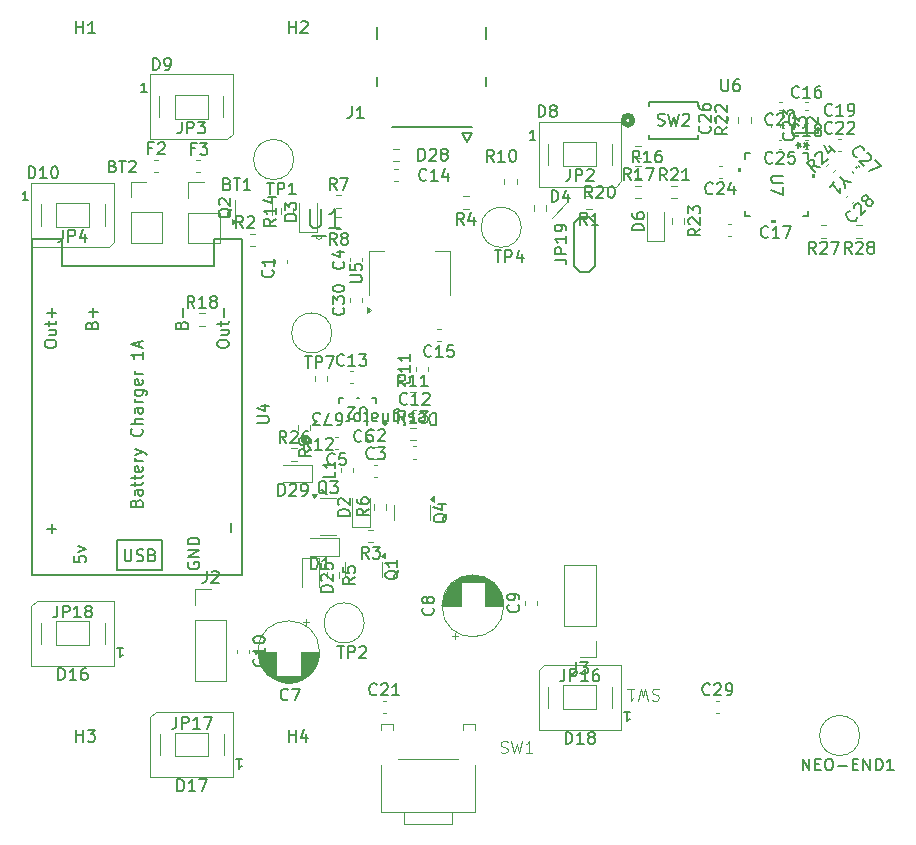
<source format=gbr>
%TF.GenerationSoftware,KiCad,Pcbnew,8.0.7*%
%TF.CreationDate,2025-02-05T21:47:27-05:00*%
%TF.ProjectId,SHERPENT20250113,53484552-5045-44e5-9432-303235303131,rev?*%
%TF.SameCoordinates,Original*%
%TF.FileFunction,Legend,Top*%
%TF.FilePolarity,Positive*%
%FSLAX46Y46*%
G04 Gerber Fmt 4.6, Leading zero omitted, Abs format (unit mm)*
G04 Created by KiCad (PCBNEW 8.0.7) date 2025-02-05 21:47:27*
%MOMM*%
%LPD*%
G01*
G04 APERTURE LIST*
%ADD10C,0.100000*%
%ADD11C,0.150000*%
%ADD12C,0.120000*%
%ADD13C,0.200000*%
%ADD14C,0.250000*%
%ADD15C,0.152400*%
%ADD16C,0.508000*%
%ADD17C,0.000000*%
G04 APERTURE END LIST*
D10*
X179798927Y-84077891D02*
X178462521Y-85414297D01*
X187553332Y-125320600D02*
X187410475Y-125272980D01*
X187410475Y-125272980D02*
X187172380Y-125272980D01*
X187172380Y-125272980D02*
X187077142Y-125320600D01*
X187077142Y-125320600D02*
X187029523Y-125368219D01*
X187029523Y-125368219D02*
X186981904Y-125463457D01*
X186981904Y-125463457D02*
X186981904Y-125558695D01*
X186981904Y-125558695D02*
X187029523Y-125653933D01*
X187029523Y-125653933D02*
X187077142Y-125701552D01*
X187077142Y-125701552D02*
X187172380Y-125749171D01*
X187172380Y-125749171D02*
X187362856Y-125796790D01*
X187362856Y-125796790D02*
X187458094Y-125844409D01*
X187458094Y-125844409D02*
X187505713Y-125892028D01*
X187505713Y-125892028D02*
X187553332Y-125987266D01*
X187553332Y-125987266D02*
X187553332Y-126082504D01*
X187553332Y-126082504D02*
X187505713Y-126177742D01*
X187505713Y-126177742D02*
X187458094Y-126225361D01*
X187458094Y-126225361D02*
X187362856Y-126272980D01*
X187362856Y-126272980D02*
X187124761Y-126272980D01*
X187124761Y-126272980D02*
X186981904Y-126225361D01*
X186648570Y-126272980D02*
X186410475Y-125272980D01*
X186410475Y-125272980D02*
X186219999Y-125987266D01*
X186219999Y-125987266D02*
X186029523Y-125272980D01*
X186029523Y-125272980D02*
X185791428Y-126272980D01*
X184886666Y-125272980D02*
X185458094Y-125272980D01*
X185172380Y-125272980D02*
X185172380Y-126272980D01*
X185172380Y-126272980D02*
X185267618Y-126130123D01*
X185267618Y-126130123D02*
X185362856Y-126034885D01*
X185362856Y-126034885D02*
X185458094Y-125987266D01*
D11*
X201160121Y-81090059D02*
X200587702Y-80989044D01*
X200756060Y-81494120D02*
X200048954Y-80787013D01*
X200048954Y-80787013D02*
X200318328Y-80517639D01*
X200318328Y-80517639D02*
X200419343Y-80483967D01*
X200419343Y-80483967D02*
X200486686Y-80483967D01*
X200486686Y-80483967D02*
X200587702Y-80517639D01*
X200587702Y-80517639D02*
X200688717Y-80618654D01*
X200688717Y-80618654D02*
X200722389Y-80719670D01*
X200722389Y-80719670D02*
X200722389Y-80787013D01*
X200722389Y-80787013D02*
X200688717Y-80888028D01*
X200688717Y-80888028D02*
X200419343Y-81157402D01*
X200789732Y-80180922D02*
X200789732Y-80113578D01*
X200789732Y-80113578D02*
X200823404Y-80012563D01*
X200823404Y-80012563D02*
X200991763Y-79844204D01*
X200991763Y-79844204D02*
X201092778Y-79810532D01*
X201092778Y-79810532D02*
X201160121Y-79810532D01*
X201160121Y-79810532D02*
X201261137Y-79844204D01*
X201261137Y-79844204D02*
X201328480Y-79911548D01*
X201328480Y-79911548D02*
X201395824Y-80046235D01*
X201395824Y-80046235D02*
X201395824Y-80854357D01*
X201395824Y-80854357D02*
X201833556Y-80416624D01*
X201968244Y-79339128D02*
X202439648Y-79810532D01*
X201530511Y-79238112D02*
X201867228Y-79911547D01*
X201867228Y-79911547D02*
X202304961Y-79473815D01*
X144713105Y-72889219D02*
X144713105Y-71889219D01*
X144713105Y-71889219D02*
X144951200Y-71889219D01*
X144951200Y-71889219D02*
X145094057Y-71936838D01*
X145094057Y-71936838D02*
X145189295Y-72032076D01*
X145189295Y-72032076D02*
X145236914Y-72127314D01*
X145236914Y-72127314D02*
X145284533Y-72317790D01*
X145284533Y-72317790D02*
X145284533Y-72460647D01*
X145284533Y-72460647D02*
X145236914Y-72651123D01*
X145236914Y-72651123D02*
X145189295Y-72746361D01*
X145189295Y-72746361D02*
X145094057Y-72841600D01*
X145094057Y-72841600D02*
X144951200Y-72889219D01*
X144951200Y-72889219D02*
X144713105Y-72889219D01*
X145760724Y-72889219D02*
X145951200Y-72889219D01*
X145951200Y-72889219D02*
X146046438Y-72841600D01*
X146046438Y-72841600D02*
X146094057Y-72793980D01*
X146094057Y-72793980D02*
X146189295Y-72651123D01*
X146189295Y-72651123D02*
X146236914Y-72460647D01*
X146236914Y-72460647D02*
X146236914Y-72079695D01*
X146236914Y-72079695D02*
X146189295Y-71984457D01*
X146189295Y-71984457D02*
X146141676Y-71936838D01*
X146141676Y-71936838D02*
X146046438Y-71889219D01*
X146046438Y-71889219D02*
X145855962Y-71889219D01*
X145855962Y-71889219D02*
X145760724Y-71936838D01*
X145760724Y-71936838D02*
X145713105Y-71984457D01*
X145713105Y-71984457D02*
X145665486Y-72079695D01*
X145665486Y-72079695D02*
X145665486Y-72317790D01*
X145665486Y-72317790D02*
X145713105Y-72413028D01*
X145713105Y-72413028D02*
X145760724Y-72460647D01*
X145760724Y-72460647D02*
X145855962Y-72508266D01*
X145855962Y-72508266D02*
X146046438Y-72508266D01*
X146046438Y-72508266D02*
X146141676Y-72460647D01*
X146141676Y-72460647D02*
X146189295Y-72413028D01*
X146189295Y-72413028D02*
X146236914Y-72317790D01*
X144196171Y-74759495D02*
X143739028Y-74759495D01*
X143967600Y-74759495D02*
X143967600Y-73959495D01*
X143967600Y-73959495D02*
X143891409Y-74073780D01*
X143891409Y-74073780D02*
X143815219Y-74149971D01*
X143815219Y-74149971D02*
X143739028Y-74188066D01*
X166227630Y-101126468D02*
X166180011Y-101174088D01*
X166180011Y-101174088D02*
X166037154Y-101221707D01*
X166037154Y-101221707D02*
X165941916Y-101221707D01*
X165941916Y-101221707D02*
X165799059Y-101174088D01*
X165799059Y-101174088D02*
X165703821Y-101078849D01*
X165703821Y-101078849D02*
X165656202Y-100983611D01*
X165656202Y-100983611D02*
X165608583Y-100793135D01*
X165608583Y-100793135D02*
X165608583Y-100650278D01*
X165608583Y-100650278D02*
X165656202Y-100459802D01*
X165656202Y-100459802D02*
X165703821Y-100364564D01*
X165703821Y-100364564D02*
X165799059Y-100269326D01*
X165799059Y-100269326D02*
X165941916Y-100221707D01*
X165941916Y-100221707D02*
X166037154Y-100221707D01*
X166037154Y-100221707D02*
X166180011Y-100269326D01*
X166180011Y-100269326D02*
X166227630Y-100316945D01*
X167180011Y-101221707D02*
X166608583Y-101221707D01*
X166894297Y-101221707D02*
X166894297Y-100221707D01*
X166894297Y-100221707D02*
X166799059Y-100364564D01*
X166799059Y-100364564D02*
X166703821Y-100459802D01*
X166703821Y-100459802D02*
X166608583Y-100507421D01*
X167560964Y-100316945D02*
X167608583Y-100269326D01*
X167608583Y-100269326D02*
X167703821Y-100221707D01*
X167703821Y-100221707D02*
X167941916Y-100221707D01*
X167941916Y-100221707D02*
X168037154Y-100269326D01*
X168037154Y-100269326D02*
X168084773Y-100316945D01*
X168084773Y-100316945D02*
X168132392Y-100412183D01*
X168132392Y-100412183D02*
X168132392Y-100507421D01*
X168132392Y-100507421D02*
X168084773Y-100650278D01*
X168084773Y-100650278D02*
X167513345Y-101221707D01*
X167513345Y-101221707D02*
X168132392Y-101221707D01*
X180027266Y-81265219D02*
X180027266Y-81979504D01*
X180027266Y-81979504D02*
X179979647Y-82122361D01*
X179979647Y-82122361D02*
X179884409Y-82217600D01*
X179884409Y-82217600D02*
X179741552Y-82265219D01*
X179741552Y-82265219D02*
X179646314Y-82265219D01*
X180503457Y-82265219D02*
X180503457Y-81265219D01*
X180503457Y-81265219D02*
X180884409Y-81265219D01*
X180884409Y-81265219D02*
X180979647Y-81312838D01*
X180979647Y-81312838D02*
X181027266Y-81360457D01*
X181027266Y-81360457D02*
X181074885Y-81455695D01*
X181074885Y-81455695D02*
X181074885Y-81598552D01*
X181074885Y-81598552D02*
X181027266Y-81693790D01*
X181027266Y-81693790D02*
X180979647Y-81741409D01*
X180979647Y-81741409D02*
X180884409Y-81789028D01*
X180884409Y-81789028D02*
X180503457Y-81789028D01*
X181455838Y-81360457D02*
X181503457Y-81312838D01*
X181503457Y-81312838D02*
X181598695Y-81265219D01*
X181598695Y-81265219D02*
X181836790Y-81265219D01*
X181836790Y-81265219D02*
X181932028Y-81312838D01*
X181932028Y-81312838D02*
X181979647Y-81360457D01*
X181979647Y-81360457D02*
X182027266Y-81455695D01*
X182027266Y-81455695D02*
X182027266Y-81550933D01*
X182027266Y-81550933D02*
X181979647Y-81693790D01*
X181979647Y-81693790D02*
X181408219Y-82265219D01*
X181408219Y-82265219D02*
X182027266Y-82265219D01*
X161368819Y-110644294D02*
X160368819Y-110644294D01*
X160368819Y-110644294D02*
X160368819Y-110406199D01*
X160368819Y-110406199D02*
X160416438Y-110263342D01*
X160416438Y-110263342D02*
X160511676Y-110168104D01*
X160511676Y-110168104D02*
X160606914Y-110120485D01*
X160606914Y-110120485D02*
X160797390Y-110072866D01*
X160797390Y-110072866D02*
X160940247Y-110072866D01*
X160940247Y-110072866D02*
X161130723Y-110120485D01*
X161130723Y-110120485D02*
X161225961Y-110168104D01*
X161225961Y-110168104D02*
X161321200Y-110263342D01*
X161321200Y-110263342D02*
X161368819Y-110406199D01*
X161368819Y-110406199D02*
X161368819Y-110644294D01*
X160464057Y-109691913D02*
X160416438Y-109644294D01*
X160416438Y-109644294D02*
X160368819Y-109549056D01*
X160368819Y-109549056D02*
X160368819Y-109310961D01*
X160368819Y-109310961D02*
X160416438Y-109215723D01*
X160416438Y-109215723D02*
X160464057Y-109168104D01*
X160464057Y-109168104D02*
X160559295Y-109120485D01*
X160559295Y-109120485D02*
X160654533Y-109120485D01*
X160654533Y-109120485D02*
X160797390Y-109168104D01*
X160797390Y-109168104D02*
X161368819Y-109739532D01*
X161368819Y-109739532D02*
X161368819Y-109120485D01*
X177361905Y-76854819D02*
X177361905Y-75854819D01*
X177361905Y-75854819D02*
X177600000Y-75854819D01*
X177600000Y-75854819D02*
X177742857Y-75902438D01*
X177742857Y-75902438D02*
X177838095Y-75997676D01*
X177838095Y-75997676D02*
X177885714Y-76092914D01*
X177885714Y-76092914D02*
X177933333Y-76283390D01*
X177933333Y-76283390D02*
X177933333Y-76426247D01*
X177933333Y-76426247D02*
X177885714Y-76616723D01*
X177885714Y-76616723D02*
X177838095Y-76711961D01*
X177838095Y-76711961D02*
X177742857Y-76807200D01*
X177742857Y-76807200D02*
X177600000Y-76854819D01*
X177600000Y-76854819D02*
X177361905Y-76854819D01*
X178504762Y-76283390D02*
X178409524Y-76235771D01*
X178409524Y-76235771D02*
X178361905Y-76188152D01*
X178361905Y-76188152D02*
X178314286Y-76092914D01*
X178314286Y-76092914D02*
X178314286Y-76045295D01*
X178314286Y-76045295D02*
X178361905Y-75950057D01*
X178361905Y-75950057D02*
X178409524Y-75902438D01*
X178409524Y-75902438D02*
X178504762Y-75854819D01*
X178504762Y-75854819D02*
X178695238Y-75854819D01*
X178695238Y-75854819D02*
X178790476Y-75902438D01*
X178790476Y-75902438D02*
X178838095Y-75950057D01*
X178838095Y-75950057D02*
X178885714Y-76045295D01*
X178885714Y-76045295D02*
X178885714Y-76092914D01*
X178885714Y-76092914D02*
X178838095Y-76188152D01*
X178838095Y-76188152D02*
X178790476Y-76235771D01*
X178790476Y-76235771D02*
X178695238Y-76283390D01*
X178695238Y-76283390D02*
X178504762Y-76283390D01*
X178504762Y-76283390D02*
X178409524Y-76331009D01*
X178409524Y-76331009D02*
X178361905Y-76378628D01*
X178361905Y-76378628D02*
X178314286Y-76473866D01*
X178314286Y-76473866D02*
X178314286Y-76664342D01*
X178314286Y-76664342D02*
X178361905Y-76759580D01*
X178361905Y-76759580D02*
X178409524Y-76807200D01*
X178409524Y-76807200D02*
X178504762Y-76854819D01*
X178504762Y-76854819D02*
X178695238Y-76854819D01*
X178695238Y-76854819D02*
X178790476Y-76807200D01*
X178790476Y-76807200D02*
X178838095Y-76759580D01*
X178838095Y-76759580D02*
X178885714Y-76664342D01*
X178885714Y-76664342D02*
X178885714Y-76473866D01*
X178885714Y-76473866D02*
X178838095Y-76378628D01*
X178838095Y-76378628D02*
X178790476Y-76331009D01*
X178790476Y-76331009D02*
X178695238Y-76283390D01*
X177089171Y-78772695D02*
X176632028Y-78772695D01*
X176860600Y-78772695D02*
X176860600Y-77972695D01*
X176860600Y-77972695D02*
X176784409Y-78086980D01*
X176784409Y-78086980D02*
X176708219Y-78163171D01*
X176708219Y-78163171D02*
X176632028Y-78201266D01*
X158066819Y-104979754D02*
X157590628Y-105313087D01*
X158066819Y-105551182D02*
X157066819Y-105551182D01*
X157066819Y-105551182D02*
X157066819Y-105170230D01*
X157066819Y-105170230D02*
X157114438Y-105074992D01*
X157114438Y-105074992D02*
X157162057Y-105027373D01*
X157162057Y-105027373D02*
X157257295Y-104979754D01*
X157257295Y-104979754D02*
X157400152Y-104979754D01*
X157400152Y-104979754D02*
X157495390Y-105027373D01*
X157495390Y-105027373D02*
X157543009Y-105074992D01*
X157543009Y-105074992D02*
X157590628Y-105170230D01*
X157590628Y-105170230D02*
X157590628Y-105551182D01*
X158066819Y-104503563D02*
X158066819Y-104313087D01*
X158066819Y-104313087D02*
X158019200Y-104217849D01*
X158019200Y-104217849D02*
X157971580Y-104170230D01*
X157971580Y-104170230D02*
X157828723Y-104074992D01*
X157828723Y-104074992D02*
X157638247Y-104027373D01*
X157638247Y-104027373D02*
X157257295Y-104027373D01*
X157257295Y-104027373D02*
X157162057Y-104074992D01*
X157162057Y-104074992D02*
X157114438Y-104122611D01*
X157114438Y-104122611D02*
X157066819Y-104217849D01*
X157066819Y-104217849D02*
X157066819Y-104408325D01*
X157066819Y-104408325D02*
X157114438Y-104503563D01*
X157114438Y-104503563D02*
X157162057Y-104551182D01*
X157162057Y-104551182D02*
X157257295Y-104598801D01*
X157257295Y-104598801D02*
X157495390Y-104598801D01*
X157495390Y-104598801D02*
X157590628Y-104551182D01*
X157590628Y-104551182D02*
X157638247Y-104503563D01*
X157638247Y-104503563D02*
X157685866Y-104408325D01*
X157685866Y-104408325D02*
X157685866Y-104217849D01*
X157685866Y-104217849D02*
X157638247Y-104122611D01*
X157638247Y-104122611D02*
X157590628Y-104074992D01*
X157590628Y-104074992D02*
X157495390Y-104027373D01*
X169596657Y-110458838D02*
X169549038Y-110554076D01*
X169549038Y-110554076D02*
X169453800Y-110649314D01*
X169453800Y-110649314D02*
X169310942Y-110792171D01*
X169310942Y-110792171D02*
X169263323Y-110887409D01*
X169263323Y-110887409D02*
X169263323Y-110982647D01*
X169501419Y-110935028D02*
X169453800Y-111030266D01*
X169453800Y-111030266D02*
X169358561Y-111125504D01*
X169358561Y-111125504D02*
X169168085Y-111173123D01*
X169168085Y-111173123D02*
X168834752Y-111173123D01*
X168834752Y-111173123D02*
X168644276Y-111125504D01*
X168644276Y-111125504D02*
X168549038Y-111030266D01*
X168549038Y-111030266D02*
X168501419Y-110935028D01*
X168501419Y-110935028D02*
X168501419Y-110744552D01*
X168501419Y-110744552D02*
X168549038Y-110649314D01*
X168549038Y-110649314D02*
X168644276Y-110554076D01*
X168644276Y-110554076D02*
X168834752Y-110506457D01*
X168834752Y-110506457D02*
X169168085Y-110506457D01*
X169168085Y-110506457D02*
X169358561Y-110554076D01*
X169358561Y-110554076D02*
X169453800Y-110649314D01*
X169453800Y-110649314D02*
X169501419Y-110744552D01*
X169501419Y-110744552D02*
X169501419Y-110935028D01*
X168834752Y-109649314D02*
X169501419Y-109649314D01*
X168453800Y-109887409D02*
X169168085Y-110125504D01*
X169168085Y-110125504D02*
X169168085Y-109506457D01*
X156860364Y-85645039D02*
X155860364Y-85645039D01*
X155860364Y-85645039D02*
X155860364Y-85406944D01*
X155860364Y-85406944D02*
X155907983Y-85264087D01*
X155907983Y-85264087D02*
X156003221Y-85168849D01*
X156003221Y-85168849D02*
X156098459Y-85121230D01*
X156098459Y-85121230D02*
X156288935Y-85073611D01*
X156288935Y-85073611D02*
X156431792Y-85073611D01*
X156431792Y-85073611D02*
X156622268Y-85121230D01*
X156622268Y-85121230D02*
X156717506Y-85168849D01*
X156717506Y-85168849D02*
X156812745Y-85264087D01*
X156812745Y-85264087D02*
X156860364Y-85406944D01*
X156860364Y-85406944D02*
X156860364Y-85645039D01*
X155860364Y-84740277D02*
X155860364Y-84121230D01*
X155860364Y-84121230D02*
X156241316Y-84454563D01*
X156241316Y-84454563D02*
X156241316Y-84311706D01*
X156241316Y-84311706D02*
X156288935Y-84216468D01*
X156288935Y-84216468D02*
X156336554Y-84168849D01*
X156336554Y-84168849D02*
X156431792Y-84121230D01*
X156431792Y-84121230D02*
X156669887Y-84121230D01*
X156669887Y-84121230D02*
X156765125Y-84168849D01*
X156765125Y-84168849D02*
X156812745Y-84216468D01*
X156812745Y-84216468D02*
X156860364Y-84311706D01*
X156860364Y-84311706D02*
X156860364Y-84597420D01*
X156860364Y-84597420D02*
X156812745Y-84692658D01*
X156812745Y-84692658D02*
X156765125Y-84740277D01*
X197165942Y-80716480D02*
X197118323Y-80764100D01*
X197118323Y-80764100D02*
X196975466Y-80811719D01*
X196975466Y-80811719D02*
X196880228Y-80811719D01*
X196880228Y-80811719D02*
X196737371Y-80764100D01*
X196737371Y-80764100D02*
X196642133Y-80668861D01*
X196642133Y-80668861D02*
X196594514Y-80573623D01*
X196594514Y-80573623D02*
X196546895Y-80383147D01*
X196546895Y-80383147D02*
X196546895Y-80240290D01*
X196546895Y-80240290D02*
X196594514Y-80049814D01*
X196594514Y-80049814D02*
X196642133Y-79954576D01*
X196642133Y-79954576D02*
X196737371Y-79859338D01*
X196737371Y-79859338D02*
X196880228Y-79811719D01*
X196880228Y-79811719D02*
X196975466Y-79811719D01*
X196975466Y-79811719D02*
X197118323Y-79859338D01*
X197118323Y-79859338D02*
X197165942Y-79906957D01*
X197546895Y-79906957D02*
X197594514Y-79859338D01*
X197594514Y-79859338D02*
X197689752Y-79811719D01*
X197689752Y-79811719D02*
X197927847Y-79811719D01*
X197927847Y-79811719D02*
X198023085Y-79859338D01*
X198023085Y-79859338D02*
X198070704Y-79906957D01*
X198070704Y-79906957D02*
X198118323Y-80002195D01*
X198118323Y-80002195D02*
X198118323Y-80097433D01*
X198118323Y-80097433D02*
X198070704Y-80240290D01*
X198070704Y-80240290D02*
X197499276Y-80811719D01*
X197499276Y-80811719D02*
X198118323Y-80811719D01*
X199023085Y-79811719D02*
X198546895Y-79811719D01*
X198546895Y-79811719D02*
X198499276Y-80287909D01*
X198499276Y-80287909D02*
X198546895Y-80240290D01*
X198546895Y-80240290D02*
X198642133Y-80192671D01*
X198642133Y-80192671D02*
X198880228Y-80192671D01*
X198880228Y-80192671D02*
X198975466Y-80240290D01*
X198975466Y-80240290D02*
X199023085Y-80287909D01*
X199023085Y-80287909D02*
X199070704Y-80383147D01*
X199070704Y-80383147D02*
X199070704Y-80621242D01*
X199070704Y-80621242D02*
X199023085Y-80716480D01*
X199023085Y-80716480D02*
X198975466Y-80764100D01*
X198975466Y-80764100D02*
X198880228Y-80811719D01*
X198880228Y-80811719D02*
X198642133Y-80811719D01*
X198642133Y-80811719D02*
X198546895Y-80764100D01*
X198546895Y-80764100D02*
X198499276Y-80716480D01*
X163395433Y-105736980D02*
X163347814Y-105784600D01*
X163347814Y-105784600D02*
X163204957Y-105832219D01*
X163204957Y-105832219D02*
X163109719Y-105832219D01*
X163109719Y-105832219D02*
X162966862Y-105784600D01*
X162966862Y-105784600D02*
X162871624Y-105689361D01*
X162871624Y-105689361D02*
X162824005Y-105594123D01*
X162824005Y-105594123D02*
X162776386Y-105403647D01*
X162776386Y-105403647D02*
X162776386Y-105260790D01*
X162776386Y-105260790D02*
X162824005Y-105070314D01*
X162824005Y-105070314D02*
X162871624Y-104975076D01*
X162871624Y-104975076D02*
X162966862Y-104879838D01*
X162966862Y-104879838D02*
X163109719Y-104832219D01*
X163109719Y-104832219D02*
X163204957Y-104832219D01*
X163204957Y-104832219D02*
X163347814Y-104879838D01*
X163347814Y-104879838D02*
X163395433Y-104927457D01*
X163728767Y-104832219D02*
X164347814Y-104832219D01*
X164347814Y-104832219D02*
X164014481Y-105213171D01*
X164014481Y-105213171D02*
X164157338Y-105213171D01*
X164157338Y-105213171D02*
X164252576Y-105260790D01*
X164252576Y-105260790D02*
X164300195Y-105308409D01*
X164300195Y-105308409D02*
X164347814Y-105403647D01*
X164347814Y-105403647D02*
X164347814Y-105641742D01*
X164347814Y-105641742D02*
X164300195Y-105736980D01*
X164300195Y-105736980D02*
X164252576Y-105784600D01*
X164252576Y-105784600D02*
X164157338Y-105832219D01*
X164157338Y-105832219D02*
X163871624Y-105832219D01*
X163871624Y-105832219D02*
X163776386Y-105784600D01*
X163776386Y-105784600D02*
X163728767Y-105736980D01*
X160829125Y-89117866D02*
X160876745Y-89165485D01*
X160876745Y-89165485D02*
X160924364Y-89308342D01*
X160924364Y-89308342D02*
X160924364Y-89403580D01*
X160924364Y-89403580D02*
X160876745Y-89546437D01*
X160876745Y-89546437D02*
X160781506Y-89641675D01*
X160781506Y-89641675D02*
X160686268Y-89689294D01*
X160686268Y-89689294D02*
X160495792Y-89736913D01*
X160495792Y-89736913D02*
X160352935Y-89736913D01*
X160352935Y-89736913D02*
X160162459Y-89689294D01*
X160162459Y-89689294D02*
X160067221Y-89641675D01*
X160067221Y-89641675D02*
X159971983Y-89546437D01*
X159971983Y-89546437D02*
X159924364Y-89403580D01*
X159924364Y-89403580D02*
X159924364Y-89308342D01*
X159924364Y-89308342D02*
X159971983Y-89165485D01*
X159971983Y-89165485D02*
X160019602Y-89117866D01*
X160257697Y-88260723D02*
X160924364Y-88260723D01*
X159876745Y-88498818D02*
X160591030Y-88736913D01*
X160591030Y-88736913D02*
X160591030Y-88117866D01*
X146690476Y-127653419D02*
X146690476Y-128367704D01*
X146690476Y-128367704D02*
X146642857Y-128510561D01*
X146642857Y-128510561D02*
X146547619Y-128605800D01*
X146547619Y-128605800D02*
X146404762Y-128653419D01*
X146404762Y-128653419D02*
X146309524Y-128653419D01*
X147166667Y-128653419D02*
X147166667Y-127653419D01*
X147166667Y-127653419D02*
X147547619Y-127653419D01*
X147547619Y-127653419D02*
X147642857Y-127701038D01*
X147642857Y-127701038D02*
X147690476Y-127748657D01*
X147690476Y-127748657D02*
X147738095Y-127843895D01*
X147738095Y-127843895D02*
X147738095Y-127986752D01*
X147738095Y-127986752D02*
X147690476Y-128081990D01*
X147690476Y-128081990D02*
X147642857Y-128129609D01*
X147642857Y-128129609D02*
X147547619Y-128177228D01*
X147547619Y-128177228D02*
X147166667Y-128177228D01*
X148690476Y-128653419D02*
X148119048Y-128653419D01*
X148404762Y-128653419D02*
X148404762Y-127653419D01*
X148404762Y-127653419D02*
X148309524Y-127796276D01*
X148309524Y-127796276D02*
X148214286Y-127891514D01*
X148214286Y-127891514D02*
X148119048Y-127939133D01*
X149023810Y-127653419D02*
X149690476Y-127653419D01*
X149690476Y-127653419D02*
X149261905Y-128653419D01*
X160094533Y-106234780D02*
X160046914Y-106282400D01*
X160046914Y-106282400D02*
X159904057Y-106330019D01*
X159904057Y-106330019D02*
X159808819Y-106330019D01*
X159808819Y-106330019D02*
X159665962Y-106282400D01*
X159665962Y-106282400D02*
X159570724Y-106187161D01*
X159570724Y-106187161D02*
X159523105Y-106091923D01*
X159523105Y-106091923D02*
X159475486Y-105901447D01*
X159475486Y-105901447D02*
X159475486Y-105758590D01*
X159475486Y-105758590D02*
X159523105Y-105568114D01*
X159523105Y-105568114D02*
X159570724Y-105472876D01*
X159570724Y-105472876D02*
X159665962Y-105377638D01*
X159665962Y-105377638D02*
X159808819Y-105330019D01*
X159808819Y-105330019D02*
X159904057Y-105330019D01*
X159904057Y-105330019D02*
X160046914Y-105377638D01*
X160046914Y-105377638D02*
X160094533Y-105425257D01*
X160999295Y-105330019D02*
X160523105Y-105330019D01*
X160523105Y-105330019D02*
X160475486Y-105806209D01*
X160475486Y-105806209D02*
X160523105Y-105758590D01*
X160523105Y-105758590D02*
X160618343Y-105710971D01*
X160618343Y-105710971D02*
X160856438Y-105710971D01*
X160856438Y-105710971D02*
X160951676Y-105758590D01*
X160951676Y-105758590D02*
X160999295Y-105806209D01*
X160999295Y-105806209D02*
X161046914Y-105901447D01*
X161046914Y-105901447D02*
X161046914Y-106139542D01*
X161046914Y-106139542D02*
X160999295Y-106234780D01*
X160999295Y-106234780D02*
X160951676Y-106282400D01*
X160951676Y-106282400D02*
X160856438Y-106330019D01*
X160856438Y-106330019D02*
X160618343Y-106330019D01*
X160618343Y-106330019D02*
X160523105Y-106282400D01*
X160523105Y-106282400D02*
X160475486Y-106234780D01*
X191857142Y-125729580D02*
X191809523Y-125777200D01*
X191809523Y-125777200D02*
X191666666Y-125824819D01*
X191666666Y-125824819D02*
X191571428Y-125824819D01*
X191571428Y-125824819D02*
X191428571Y-125777200D01*
X191428571Y-125777200D02*
X191333333Y-125681961D01*
X191333333Y-125681961D02*
X191285714Y-125586723D01*
X191285714Y-125586723D02*
X191238095Y-125396247D01*
X191238095Y-125396247D02*
X191238095Y-125253390D01*
X191238095Y-125253390D02*
X191285714Y-125062914D01*
X191285714Y-125062914D02*
X191333333Y-124967676D01*
X191333333Y-124967676D02*
X191428571Y-124872438D01*
X191428571Y-124872438D02*
X191571428Y-124824819D01*
X191571428Y-124824819D02*
X191666666Y-124824819D01*
X191666666Y-124824819D02*
X191809523Y-124872438D01*
X191809523Y-124872438D02*
X191857142Y-124920057D01*
X192238095Y-124920057D02*
X192285714Y-124872438D01*
X192285714Y-124872438D02*
X192380952Y-124824819D01*
X192380952Y-124824819D02*
X192619047Y-124824819D01*
X192619047Y-124824819D02*
X192714285Y-124872438D01*
X192714285Y-124872438D02*
X192761904Y-124920057D01*
X192761904Y-124920057D02*
X192809523Y-125015295D01*
X192809523Y-125015295D02*
X192809523Y-125110533D01*
X192809523Y-125110533D02*
X192761904Y-125253390D01*
X192761904Y-125253390D02*
X192190476Y-125824819D01*
X192190476Y-125824819D02*
X192809523Y-125824819D01*
X193285714Y-125824819D02*
X193476190Y-125824819D01*
X193476190Y-125824819D02*
X193571428Y-125777200D01*
X193571428Y-125777200D02*
X193619047Y-125729580D01*
X193619047Y-125729580D02*
X193714285Y-125586723D01*
X193714285Y-125586723D02*
X193761904Y-125396247D01*
X193761904Y-125396247D02*
X193761904Y-125015295D01*
X193761904Y-125015295D02*
X193714285Y-124920057D01*
X193714285Y-124920057D02*
X193666666Y-124872438D01*
X193666666Y-124872438D02*
X193571428Y-124824819D01*
X193571428Y-124824819D02*
X193380952Y-124824819D01*
X193380952Y-124824819D02*
X193285714Y-124872438D01*
X193285714Y-124872438D02*
X193238095Y-124920057D01*
X193238095Y-124920057D02*
X193190476Y-125015295D01*
X193190476Y-125015295D02*
X193190476Y-125253390D01*
X193190476Y-125253390D02*
X193238095Y-125348628D01*
X193238095Y-125348628D02*
X193285714Y-125396247D01*
X193285714Y-125396247D02*
X193380952Y-125443866D01*
X193380952Y-125443866D02*
X193571428Y-125443866D01*
X193571428Y-125443866D02*
X193666666Y-125396247D01*
X193666666Y-125396247D02*
X193714285Y-125348628D01*
X193714285Y-125348628D02*
X193761904Y-125253390D01*
X152340988Y-86256419D02*
X152007655Y-85780228D01*
X151769560Y-86256419D02*
X151769560Y-85256419D01*
X151769560Y-85256419D02*
X152150512Y-85256419D01*
X152150512Y-85256419D02*
X152245750Y-85304038D01*
X152245750Y-85304038D02*
X152293369Y-85351657D01*
X152293369Y-85351657D02*
X152340988Y-85446895D01*
X152340988Y-85446895D02*
X152340988Y-85589752D01*
X152340988Y-85589752D02*
X152293369Y-85684990D01*
X152293369Y-85684990D02*
X152245750Y-85732609D01*
X152245750Y-85732609D02*
X152150512Y-85780228D01*
X152150512Y-85780228D02*
X151769560Y-85780228D01*
X152721941Y-85351657D02*
X152769560Y-85304038D01*
X152769560Y-85304038D02*
X152864798Y-85256419D01*
X152864798Y-85256419D02*
X153102893Y-85256419D01*
X153102893Y-85256419D02*
X153198131Y-85304038D01*
X153198131Y-85304038D02*
X153245750Y-85351657D01*
X153245750Y-85351657D02*
X153293369Y-85446895D01*
X153293369Y-85446895D02*
X153293369Y-85542133D01*
X153293369Y-85542133D02*
X153245750Y-85684990D01*
X153245750Y-85684990D02*
X152674322Y-86256419D01*
X152674322Y-86256419D02*
X153293369Y-86256419D01*
X148232142Y-93024819D02*
X147898809Y-92548628D01*
X147660714Y-93024819D02*
X147660714Y-92024819D01*
X147660714Y-92024819D02*
X148041666Y-92024819D01*
X148041666Y-92024819D02*
X148136904Y-92072438D01*
X148136904Y-92072438D02*
X148184523Y-92120057D01*
X148184523Y-92120057D02*
X148232142Y-92215295D01*
X148232142Y-92215295D02*
X148232142Y-92358152D01*
X148232142Y-92358152D02*
X148184523Y-92453390D01*
X148184523Y-92453390D02*
X148136904Y-92501009D01*
X148136904Y-92501009D02*
X148041666Y-92548628D01*
X148041666Y-92548628D02*
X147660714Y-92548628D01*
X149184523Y-93024819D02*
X148613095Y-93024819D01*
X148898809Y-93024819D02*
X148898809Y-92024819D01*
X148898809Y-92024819D02*
X148803571Y-92167676D01*
X148803571Y-92167676D02*
X148708333Y-92262914D01*
X148708333Y-92262914D02*
X148613095Y-92310533D01*
X149755952Y-92453390D02*
X149660714Y-92405771D01*
X149660714Y-92405771D02*
X149613095Y-92358152D01*
X149613095Y-92358152D02*
X149565476Y-92262914D01*
X149565476Y-92262914D02*
X149565476Y-92215295D01*
X149565476Y-92215295D02*
X149613095Y-92120057D01*
X149613095Y-92120057D02*
X149660714Y-92072438D01*
X149660714Y-92072438D02*
X149755952Y-92024819D01*
X149755952Y-92024819D02*
X149946428Y-92024819D01*
X149946428Y-92024819D02*
X150041666Y-92072438D01*
X150041666Y-92072438D02*
X150089285Y-92120057D01*
X150089285Y-92120057D02*
X150136904Y-92215295D01*
X150136904Y-92215295D02*
X150136904Y-92262914D01*
X150136904Y-92262914D02*
X150089285Y-92358152D01*
X150089285Y-92358152D02*
X150041666Y-92405771D01*
X150041666Y-92405771D02*
X149946428Y-92453390D01*
X149946428Y-92453390D02*
X149755952Y-92453390D01*
X149755952Y-92453390D02*
X149660714Y-92501009D01*
X149660714Y-92501009D02*
X149613095Y-92548628D01*
X149613095Y-92548628D02*
X149565476Y-92643866D01*
X149565476Y-92643866D02*
X149565476Y-92834342D01*
X149565476Y-92834342D02*
X149613095Y-92929580D01*
X149613095Y-92929580D02*
X149660714Y-92977200D01*
X149660714Y-92977200D02*
X149755952Y-93024819D01*
X149755952Y-93024819D02*
X149946428Y-93024819D01*
X149946428Y-93024819D02*
X150041666Y-92977200D01*
X150041666Y-92977200D02*
X150089285Y-92929580D01*
X150089285Y-92929580D02*
X150136904Y-92834342D01*
X150136904Y-92834342D02*
X150136904Y-92643866D01*
X150136904Y-92643866D02*
X150089285Y-92548628D01*
X150089285Y-92548628D02*
X150041666Y-92501009D01*
X150041666Y-92501009D02*
X149946428Y-92453390D01*
X199409842Y-75145280D02*
X199362223Y-75192900D01*
X199362223Y-75192900D02*
X199219366Y-75240519D01*
X199219366Y-75240519D02*
X199124128Y-75240519D01*
X199124128Y-75240519D02*
X198981271Y-75192900D01*
X198981271Y-75192900D02*
X198886033Y-75097661D01*
X198886033Y-75097661D02*
X198838414Y-75002423D01*
X198838414Y-75002423D02*
X198790795Y-74811947D01*
X198790795Y-74811947D02*
X198790795Y-74669090D01*
X198790795Y-74669090D02*
X198838414Y-74478614D01*
X198838414Y-74478614D02*
X198886033Y-74383376D01*
X198886033Y-74383376D02*
X198981271Y-74288138D01*
X198981271Y-74288138D02*
X199124128Y-74240519D01*
X199124128Y-74240519D02*
X199219366Y-74240519D01*
X199219366Y-74240519D02*
X199362223Y-74288138D01*
X199362223Y-74288138D02*
X199409842Y-74335757D01*
X200362223Y-75240519D02*
X199790795Y-75240519D01*
X200076509Y-75240519D02*
X200076509Y-74240519D01*
X200076509Y-74240519D02*
X199981271Y-74383376D01*
X199981271Y-74383376D02*
X199886033Y-74478614D01*
X199886033Y-74478614D02*
X199790795Y-74526233D01*
X201219366Y-74240519D02*
X201028890Y-74240519D01*
X201028890Y-74240519D02*
X200933652Y-74288138D01*
X200933652Y-74288138D02*
X200886033Y-74335757D01*
X200886033Y-74335757D02*
X200790795Y-74478614D01*
X200790795Y-74478614D02*
X200743176Y-74669090D01*
X200743176Y-74669090D02*
X200743176Y-75050042D01*
X200743176Y-75050042D02*
X200790795Y-75145280D01*
X200790795Y-75145280D02*
X200838414Y-75192900D01*
X200838414Y-75192900D02*
X200933652Y-75240519D01*
X200933652Y-75240519D02*
X201124128Y-75240519D01*
X201124128Y-75240519D02*
X201219366Y-75192900D01*
X201219366Y-75192900D02*
X201266985Y-75145280D01*
X201266985Y-75145280D02*
X201314604Y-75050042D01*
X201314604Y-75050042D02*
X201314604Y-74811947D01*
X201314604Y-74811947D02*
X201266985Y-74716709D01*
X201266985Y-74716709D02*
X201219366Y-74669090D01*
X201219366Y-74669090D02*
X201124128Y-74621471D01*
X201124128Y-74621471D02*
X200933652Y-74621471D01*
X200933652Y-74621471D02*
X200838414Y-74669090D01*
X200838414Y-74669090D02*
X200790795Y-74716709D01*
X200790795Y-74716709D02*
X200743176Y-74811947D01*
X198921980Y-78205457D02*
X198969600Y-78253076D01*
X198969600Y-78253076D02*
X199017219Y-78395933D01*
X199017219Y-78395933D02*
X199017219Y-78491171D01*
X199017219Y-78491171D02*
X198969600Y-78634028D01*
X198969600Y-78634028D02*
X198874361Y-78729266D01*
X198874361Y-78729266D02*
X198779123Y-78776885D01*
X198779123Y-78776885D02*
X198588647Y-78824504D01*
X198588647Y-78824504D02*
X198445790Y-78824504D01*
X198445790Y-78824504D02*
X198255314Y-78776885D01*
X198255314Y-78776885D02*
X198160076Y-78729266D01*
X198160076Y-78729266D02*
X198064838Y-78634028D01*
X198064838Y-78634028D02*
X198017219Y-78491171D01*
X198017219Y-78491171D02*
X198017219Y-78395933D01*
X198017219Y-78395933D02*
X198064838Y-78253076D01*
X198064838Y-78253076D02*
X198112457Y-78205457D01*
X198112457Y-77824504D02*
X198064838Y-77776885D01*
X198064838Y-77776885D02*
X198017219Y-77681647D01*
X198017219Y-77681647D02*
X198017219Y-77443552D01*
X198017219Y-77443552D02*
X198064838Y-77348314D01*
X198064838Y-77348314D02*
X198112457Y-77300695D01*
X198112457Y-77300695D02*
X198207695Y-77253076D01*
X198207695Y-77253076D02*
X198302933Y-77253076D01*
X198302933Y-77253076D02*
X198445790Y-77300695D01*
X198445790Y-77300695D02*
X199017219Y-77872123D01*
X199017219Y-77872123D02*
X199017219Y-77253076D01*
X198017219Y-76919742D02*
X198017219Y-76300695D01*
X198017219Y-76300695D02*
X198398171Y-76634028D01*
X198398171Y-76634028D02*
X198398171Y-76491171D01*
X198398171Y-76491171D02*
X198445790Y-76395933D01*
X198445790Y-76395933D02*
X198493409Y-76348314D01*
X198493409Y-76348314D02*
X198588647Y-76300695D01*
X198588647Y-76300695D02*
X198826742Y-76300695D01*
X198826742Y-76300695D02*
X198921980Y-76348314D01*
X198921980Y-76348314D02*
X198969600Y-76395933D01*
X198969600Y-76395933D02*
X199017219Y-76491171D01*
X199017219Y-76491171D02*
X199017219Y-76776885D01*
X199017219Y-76776885D02*
X198969600Y-76872123D01*
X198969600Y-76872123D02*
X198921980Y-76919742D01*
X154365295Y-82422419D02*
X154936723Y-82422419D01*
X154651009Y-83422419D02*
X154651009Y-82422419D01*
X155270057Y-83422419D02*
X155270057Y-82422419D01*
X155270057Y-82422419D02*
X155651009Y-82422419D01*
X155651009Y-82422419D02*
X155746247Y-82470038D01*
X155746247Y-82470038D02*
X155793866Y-82517657D01*
X155793866Y-82517657D02*
X155841485Y-82612895D01*
X155841485Y-82612895D02*
X155841485Y-82755752D01*
X155841485Y-82755752D02*
X155793866Y-82850990D01*
X155793866Y-82850990D02*
X155746247Y-82898609D01*
X155746247Y-82898609D02*
X155651009Y-82946228D01*
X155651009Y-82946228D02*
X155270057Y-82946228D01*
X156793866Y-83422419D02*
X156222438Y-83422419D01*
X156508152Y-83422419D02*
X156508152Y-82422419D01*
X156508152Y-82422419D02*
X156412914Y-82565276D01*
X156412914Y-82565276D02*
X156317676Y-82660514D01*
X156317676Y-82660514D02*
X156222438Y-82708133D01*
X156238095Y-69754819D02*
X156238095Y-68754819D01*
X156238095Y-69231009D02*
X156809523Y-69231009D01*
X156809523Y-69754819D02*
X156809523Y-68754819D01*
X157238095Y-68850057D02*
X157285714Y-68802438D01*
X157285714Y-68802438D02*
X157380952Y-68754819D01*
X157380952Y-68754819D02*
X157619047Y-68754819D01*
X157619047Y-68754819D02*
X157714285Y-68802438D01*
X157714285Y-68802438D02*
X157761904Y-68850057D01*
X157761904Y-68850057D02*
X157809523Y-68945295D01*
X157809523Y-68945295D02*
X157809523Y-69040533D01*
X157809523Y-69040533D02*
X157761904Y-69183390D01*
X157761904Y-69183390D02*
X157190476Y-69754819D01*
X157190476Y-69754819D02*
X157809523Y-69754819D01*
X173557142Y-80654819D02*
X173223809Y-80178628D01*
X172985714Y-80654819D02*
X172985714Y-79654819D01*
X172985714Y-79654819D02*
X173366666Y-79654819D01*
X173366666Y-79654819D02*
X173461904Y-79702438D01*
X173461904Y-79702438D02*
X173509523Y-79750057D01*
X173509523Y-79750057D02*
X173557142Y-79845295D01*
X173557142Y-79845295D02*
X173557142Y-79988152D01*
X173557142Y-79988152D02*
X173509523Y-80083390D01*
X173509523Y-80083390D02*
X173461904Y-80131009D01*
X173461904Y-80131009D02*
X173366666Y-80178628D01*
X173366666Y-80178628D02*
X172985714Y-80178628D01*
X174509523Y-80654819D02*
X173938095Y-80654819D01*
X174223809Y-80654819D02*
X174223809Y-79654819D01*
X174223809Y-79654819D02*
X174128571Y-79797676D01*
X174128571Y-79797676D02*
X174033333Y-79892914D01*
X174033333Y-79892914D02*
X173938095Y-79940533D01*
X175128571Y-79654819D02*
X175223809Y-79654819D01*
X175223809Y-79654819D02*
X175319047Y-79702438D01*
X175319047Y-79702438D02*
X175366666Y-79750057D01*
X175366666Y-79750057D02*
X175414285Y-79845295D01*
X175414285Y-79845295D02*
X175461904Y-80035771D01*
X175461904Y-80035771D02*
X175461904Y-80273866D01*
X175461904Y-80273866D02*
X175414285Y-80464342D01*
X175414285Y-80464342D02*
X175366666Y-80559580D01*
X175366666Y-80559580D02*
X175319047Y-80607200D01*
X175319047Y-80607200D02*
X175223809Y-80654819D01*
X175223809Y-80654819D02*
X175128571Y-80654819D01*
X175128571Y-80654819D02*
X175033333Y-80607200D01*
X175033333Y-80607200D02*
X174985714Y-80559580D01*
X174985714Y-80559580D02*
X174938095Y-80464342D01*
X174938095Y-80464342D02*
X174890476Y-80273866D01*
X174890476Y-80273866D02*
X174890476Y-80035771D01*
X174890476Y-80035771D02*
X174938095Y-79845295D01*
X174938095Y-79845295D02*
X174985714Y-79750057D01*
X174985714Y-79750057D02*
X175033333Y-79702438D01*
X175033333Y-79702438D02*
X175128571Y-79654819D01*
X136606876Y-118232819D02*
X136606876Y-118947104D01*
X136606876Y-118947104D02*
X136559257Y-119089961D01*
X136559257Y-119089961D02*
X136464019Y-119185200D01*
X136464019Y-119185200D02*
X136321162Y-119232819D01*
X136321162Y-119232819D02*
X136225924Y-119232819D01*
X137083067Y-119232819D02*
X137083067Y-118232819D01*
X137083067Y-118232819D02*
X137464019Y-118232819D01*
X137464019Y-118232819D02*
X137559257Y-118280438D01*
X137559257Y-118280438D02*
X137606876Y-118328057D01*
X137606876Y-118328057D02*
X137654495Y-118423295D01*
X137654495Y-118423295D02*
X137654495Y-118566152D01*
X137654495Y-118566152D02*
X137606876Y-118661390D01*
X137606876Y-118661390D02*
X137559257Y-118709009D01*
X137559257Y-118709009D02*
X137464019Y-118756628D01*
X137464019Y-118756628D02*
X137083067Y-118756628D01*
X138606876Y-119232819D02*
X138035448Y-119232819D01*
X138321162Y-119232819D02*
X138321162Y-118232819D01*
X138321162Y-118232819D02*
X138225924Y-118375676D01*
X138225924Y-118375676D02*
X138130686Y-118470914D01*
X138130686Y-118470914D02*
X138035448Y-118518533D01*
X139178305Y-118661390D02*
X139083067Y-118613771D01*
X139083067Y-118613771D02*
X139035448Y-118566152D01*
X139035448Y-118566152D02*
X138987829Y-118470914D01*
X138987829Y-118470914D02*
X138987829Y-118423295D01*
X138987829Y-118423295D02*
X139035448Y-118328057D01*
X139035448Y-118328057D02*
X139083067Y-118280438D01*
X139083067Y-118280438D02*
X139178305Y-118232819D01*
X139178305Y-118232819D02*
X139368781Y-118232819D01*
X139368781Y-118232819D02*
X139464019Y-118280438D01*
X139464019Y-118280438D02*
X139511638Y-118328057D01*
X139511638Y-118328057D02*
X139559257Y-118423295D01*
X139559257Y-118423295D02*
X139559257Y-118470914D01*
X139559257Y-118470914D02*
X139511638Y-118566152D01*
X139511638Y-118566152D02*
X139464019Y-118613771D01*
X139464019Y-118613771D02*
X139368781Y-118661390D01*
X139368781Y-118661390D02*
X139178305Y-118661390D01*
X139178305Y-118661390D02*
X139083067Y-118709009D01*
X139083067Y-118709009D02*
X139035448Y-118756628D01*
X139035448Y-118756628D02*
X138987829Y-118851866D01*
X138987829Y-118851866D02*
X138987829Y-119042342D01*
X138987829Y-119042342D02*
X139035448Y-119137580D01*
X139035448Y-119137580D02*
X139083067Y-119185200D01*
X139083067Y-119185200D02*
X139178305Y-119232819D01*
X139178305Y-119232819D02*
X139368781Y-119232819D01*
X139368781Y-119232819D02*
X139464019Y-119185200D01*
X139464019Y-119185200D02*
X139511638Y-119137580D01*
X139511638Y-119137580D02*
X139559257Y-119042342D01*
X139559257Y-119042342D02*
X139559257Y-118851866D01*
X139559257Y-118851866D02*
X139511638Y-118756628D01*
X139511638Y-118756628D02*
X139464019Y-118709009D01*
X139464019Y-118709009D02*
X139368781Y-118661390D01*
X138238095Y-129754819D02*
X138238095Y-128754819D01*
X138238095Y-129231009D02*
X138809523Y-129231009D01*
X138809523Y-129754819D02*
X138809523Y-128754819D01*
X139190476Y-128754819D02*
X139809523Y-128754819D01*
X139809523Y-128754819D02*
X139476190Y-129135771D01*
X139476190Y-129135771D02*
X139619047Y-129135771D01*
X139619047Y-129135771D02*
X139714285Y-129183390D01*
X139714285Y-129183390D02*
X139761904Y-129231009D01*
X139761904Y-129231009D02*
X139809523Y-129326247D01*
X139809523Y-129326247D02*
X139809523Y-129564342D01*
X139809523Y-129564342D02*
X139761904Y-129659580D01*
X139761904Y-129659580D02*
X139714285Y-129707200D01*
X139714285Y-129707200D02*
X139619047Y-129754819D01*
X139619047Y-129754819D02*
X139333333Y-129754819D01*
X139333333Y-129754819D02*
X139238095Y-129707200D01*
X139238095Y-129707200D02*
X139190476Y-129659580D01*
X146785714Y-133953419D02*
X146785714Y-132953419D01*
X146785714Y-132953419D02*
X147023809Y-132953419D01*
X147023809Y-132953419D02*
X147166666Y-133001038D01*
X147166666Y-133001038D02*
X147261904Y-133096276D01*
X147261904Y-133096276D02*
X147309523Y-133191514D01*
X147309523Y-133191514D02*
X147357142Y-133381990D01*
X147357142Y-133381990D02*
X147357142Y-133524847D01*
X147357142Y-133524847D02*
X147309523Y-133715323D01*
X147309523Y-133715323D02*
X147261904Y-133810561D01*
X147261904Y-133810561D02*
X147166666Y-133905800D01*
X147166666Y-133905800D02*
X147023809Y-133953419D01*
X147023809Y-133953419D02*
X146785714Y-133953419D01*
X148309523Y-133953419D02*
X147738095Y-133953419D01*
X148023809Y-133953419D02*
X148023809Y-132953419D01*
X148023809Y-132953419D02*
X147928571Y-133096276D01*
X147928571Y-133096276D02*
X147833333Y-133191514D01*
X147833333Y-133191514D02*
X147738095Y-133239133D01*
X148642857Y-132953419D02*
X149309523Y-132953419D01*
X149309523Y-132953419D02*
X148880952Y-133953419D01*
X151771428Y-131236304D02*
X152228571Y-131236304D01*
X151999999Y-131236304D02*
X151999999Y-132036304D01*
X151999999Y-132036304D02*
X152076190Y-131922019D01*
X152076190Y-131922019D02*
X152152380Y-131845828D01*
X152152380Y-131845828D02*
X152228571Y-131807733D01*
X134185714Y-82054819D02*
X134185714Y-81054819D01*
X134185714Y-81054819D02*
X134423809Y-81054819D01*
X134423809Y-81054819D02*
X134566666Y-81102438D01*
X134566666Y-81102438D02*
X134661904Y-81197676D01*
X134661904Y-81197676D02*
X134709523Y-81292914D01*
X134709523Y-81292914D02*
X134757142Y-81483390D01*
X134757142Y-81483390D02*
X134757142Y-81626247D01*
X134757142Y-81626247D02*
X134709523Y-81816723D01*
X134709523Y-81816723D02*
X134661904Y-81911961D01*
X134661904Y-81911961D02*
X134566666Y-82007200D01*
X134566666Y-82007200D02*
X134423809Y-82054819D01*
X134423809Y-82054819D02*
X134185714Y-82054819D01*
X135709523Y-82054819D02*
X135138095Y-82054819D01*
X135423809Y-82054819D02*
X135423809Y-81054819D01*
X135423809Y-81054819D02*
X135328571Y-81197676D01*
X135328571Y-81197676D02*
X135233333Y-81292914D01*
X135233333Y-81292914D02*
X135138095Y-81340533D01*
X136328571Y-81054819D02*
X136423809Y-81054819D01*
X136423809Y-81054819D02*
X136519047Y-81102438D01*
X136519047Y-81102438D02*
X136566666Y-81150057D01*
X136566666Y-81150057D02*
X136614285Y-81245295D01*
X136614285Y-81245295D02*
X136661904Y-81435771D01*
X136661904Y-81435771D02*
X136661904Y-81673866D01*
X136661904Y-81673866D02*
X136614285Y-81864342D01*
X136614285Y-81864342D02*
X136566666Y-81959580D01*
X136566666Y-81959580D02*
X136519047Y-82007200D01*
X136519047Y-82007200D02*
X136423809Y-82054819D01*
X136423809Y-82054819D02*
X136328571Y-82054819D01*
X136328571Y-82054819D02*
X136233333Y-82007200D01*
X136233333Y-82007200D02*
X136185714Y-81959580D01*
X136185714Y-81959580D02*
X136138095Y-81864342D01*
X136138095Y-81864342D02*
X136090476Y-81673866D01*
X136090476Y-81673866D02*
X136090476Y-81435771D01*
X136090476Y-81435771D02*
X136138095Y-81245295D01*
X136138095Y-81245295D02*
X136185714Y-81150057D01*
X136185714Y-81150057D02*
X136233333Y-81102438D01*
X136233333Y-81102438D02*
X136328571Y-81054819D01*
X134144971Y-83925095D02*
X133687828Y-83925095D01*
X133916400Y-83925095D02*
X133916400Y-83125095D01*
X133916400Y-83125095D02*
X133840209Y-83239380D01*
X133840209Y-83239380D02*
X133764019Y-83315571D01*
X133764019Y-83315571D02*
X133687828Y-83353666D01*
X181483333Y-85984819D02*
X181150000Y-85508628D01*
X180911905Y-85984819D02*
X180911905Y-84984819D01*
X180911905Y-84984819D02*
X181292857Y-84984819D01*
X181292857Y-84984819D02*
X181388095Y-85032438D01*
X181388095Y-85032438D02*
X181435714Y-85080057D01*
X181435714Y-85080057D02*
X181483333Y-85175295D01*
X181483333Y-85175295D02*
X181483333Y-85318152D01*
X181483333Y-85318152D02*
X181435714Y-85413390D01*
X181435714Y-85413390D02*
X181388095Y-85461009D01*
X181388095Y-85461009D02*
X181292857Y-85508628D01*
X181292857Y-85508628D02*
X180911905Y-85508628D01*
X182435714Y-85984819D02*
X181864286Y-85984819D01*
X182150000Y-85984819D02*
X182150000Y-84984819D01*
X182150000Y-84984819D02*
X182054762Y-85127676D01*
X182054762Y-85127676D02*
X181959524Y-85222914D01*
X181959524Y-85222914D02*
X181864286Y-85270533D01*
X156011542Y-104460619D02*
X155678209Y-103984428D01*
X155440114Y-104460619D02*
X155440114Y-103460619D01*
X155440114Y-103460619D02*
X155821066Y-103460619D01*
X155821066Y-103460619D02*
X155916304Y-103508238D01*
X155916304Y-103508238D02*
X155963923Y-103555857D01*
X155963923Y-103555857D02*
X156011542Y-103651095D01*
X156011542Y-103651095D02*
X156011542Y-103793952D01*
X156011542Y-103793952D02*
X155963923Y-103889190D01*
X155963923Y-103889190D02*
X155916304Y-103936809D01*
X155916304Y-103936809D02*
X155821066Y-103984428D01*
X155821066Y-103984428D02*
X155440114Y-103984428D01*
X156392495Y-103555857D02*
X156440114Y-103508238D01*
X156440114Y-103508238D02*
X156535352Y-103460619D01*
X156535352Y-103460619D02*
X156773447Y-103460619D01*
X156773447Y-103460619D02*
X156868685Y-103508238D01*
X156868685Y-103508238D02*
X156916304Y-103555857D01*
X156916304Y-103555857D02*
X156963923Y-103651095D01*
X156963923Y-103651095D02*
X156963923Y-103746333D01*
X156963923Y-103746333D02*
X156916304Y-103889190D01*
X156916304Y-103889190D02*
X156344876Y-104460619D01*
X156344876Y-104460619D02*
X156963923Y-104460619D01*
X157821066Y-103460619D02*
X157630590Y-103460619D01*
X157630590Y-103460619D02*
X157535352Y-103508238D01*
X157535352Y-103508238D02*
X157487733Y-103555857D01*
X157487733Y-103555857D02*
X157392495Y-103698714D01*
X157392495Y-103698714D02*
X157344876Y-103889190D01*
X157344876Y-103889190D02*
X157344876Y-104270142D01*
X157344876Y-104270142D02*
X157392495Y-104365380D01*
X157392495Y-104365380D02*
X157440114Y-104413000D01*
X157440114Y-104413000D02*
X157535352Y-104460619D01*
X157535352Y-104460619D02*
X157725828Y-104460619D01*
X157725828Y-104460619D02*
X157821066Y-104413000D01*
X157821066Y-104413000D02*
X157868685Y-104365380D01*
X157868685Y-104365380D02*
X157916304Y-104270142D01*
X157916304Y-104270142D02*
X157916304Y-104032047D01*
X157916304Y-104032047D02*
X157868685Y-103936809D01*
X157868685Y-103936809D02*
X157821066Y-103889190D01*
X157821066Y-103889190D02*
X157725828Y-103841571D01*
X157725828Y-103841571D02*
X157535352Y-103841571D01*
X157535352Y-103841571D02*
X157440114Y-103889190D01*
X157440114Y-103889190D02*
X157392495Y-103936809D01*
X157392495Y-103936809D02*
X157344876Y-104032047D01*
X186286219Y-86462694D02*
X185286219Y-86462694D01*
X185286219Y-86462694D02*
X185286219Y-86224599D01*
X185286219Y-86224599D02*
X185333838Y-86081742D01*
X185333838Y-86081742D02*
X185429076Y-85986504D01*
X185429076Y-85986504D02*
X185524314Y-85938885D01*
X185524314Y-85938885D02*
X185714790Y-85891266D01*
X185714790Y-85891266D02*
X185857647Y-85891266D01*
X185857647Y-85891266D02*
X186048123Y-85938885D01*
X186048123Y-85938885D02*
X186143361Y-85986504D01*
X186143361Y-85986504D02*
X186238600Y-86081742D01*
X186238600Y-86081742D02*
X186286219Y-86224599D01*
X186286219Y-86224599D02*
X186286219Y-86462694D01*
X185286219Y-85034123D02*
X185286219Y-85224599D01*
X185286219Y-85224599D02*
X185333838Y-85319837D01*
X185333838Y-85319837D02*
X185381457Y-85367456D01*
X185381457Y-85367456D02*
X185524314Y-85462694D01*
X185524314Y-85462694D02*
X185714790Y-85510313D01*
X185714790Y-85510313D02*
X186095742Y-85510313D01*
X186095742Y-85510313D02*
X186190980Y-85462694D01*
X186190980Y-85462694D02*
X186238600Y-85415075D01*
X186238600Y-85415075D02*
X186286219Y-85319837D01*
X186286219Y-85319837D02*
X186286219Y-85129361D01*
X186286219Y-85129361D02*
X186238600Y-85034123D01*
X186238600Y-85034123D02*
X186190980Y-84986504D01*
X186190980Y-84986504D02*
X186095742Y-84938885D01*
X186095742Y-84938885D02*
X185857647Y-84938885D01*
X185857647Y-84938885D02*
X185762409Y-84986504D01*
X185762409Y-84986504D02*
X185714790Y-85034123D01*
X185714790Y-85034123D02*
X185667171Y-85129361D01*
X185667171Y-85129361D02*
X185667171Y-85319837D01*
X185667171Y-85319837D02*
X185714790Y-85415075D01*
X185714790Y-85415075D02*
X185762409Y-85462694D01*
X185762409Y-85462694D02*
X185857647Y-85510313D01*
X201059219Y-77737966D02*
X201059219Y-78214156D01*
X201059219Y-78214156D02*
X200059219Y-78214156D01*
X200154457Y-77452251D02*
X200106838Y-77404632D01*
X200106838Y-77404632D02*
X200059219Y-77309394D01*
X200059219Y-77309394D02*
X200059219Y-77071299D01*
X200059219Y-77071299D02*
X200106838Y-76976061D01*
X200106838Y-76976061D02*
X200154457Y-76928442D01*
X200154457Y-76928442D02*
X200249695Y-76880823D01*
X200249695Y-76880823D02*
X200344933Y-76880823D01*
X200344933Y-76880823D02*
X200487790Y-76928442D01*
X200487790Y-76928442D02*
X201059219Y-77499870D01*
X201059219Y-77499870D02*
X201059219Y-76880823D01*
X166073030Y-102745707D02*
X165739697Y-102269516D01*
X165501602Y-102745707D02*
X165501602Y-101745707D01*
X165501602Y-101745707D02*
X165882554Y-101745707D01*
X165882554Y-101745707D02*
X165977792Y-101793326D01*
X165977792Y-101793326D02*
X166025411Y-101840945D01*
X166025411Y-101840945D02*
X166073030Y-101936183D01*
X166073030Y-101936183D02*
X166073030Y-102079040D01*
X166073030Y-102079040D02*
X166025411Y-102174278D01*
X166025411Y-102174278D02*
X165977792Y-102221897D01*
X165977792Y-102221897D02*
X165882554Y-102269516D01*
X165882554Y-102269516D02*
X165501602Y-102269516D01*
X167025411Y-102745707D02*
X166453983Y-102745707D01*
X166739697Y-102745707D02*
X166739697Y-101745707D01*
X166739697Y-101745707D02*
X166644459Y-101888564D01*
X166644459Y-101888564D02*
X166549221Y-101983802D01*
X166549221Y-101983802D02*
X166453983Y-102031421D01*
X167358745Y-101745707D02*
X167977792Y-101745707D01*
X167977792Y-101745707D02*
X167644459Y-102126659D01*
X167644459Y-102126659D02*
X167787316Y-102126659D01*
X167787316Y-102126659D02*
X167882554Y-102174278D01*
X167882554Y-102174278D02*
X167930173Y-102221897D01*
X167930173Y-102221897D02*
X167977792Y-102317135D01*
X167977792Y-102317135D02*
X167977792Y-102555230D01*
X167977792Y-102555230D02*
X167930173Y-102650468D01*
X167930173Y-102650468D02*
X167882554Y-102698088D01*
X167882554Y-102698088D02*
X167787316Y-102745707D01*
X167787316Y-102745707D02*
X167501602Y-102745707D01*
X167501602Y-102745707D02*
X167406364Y-102698088D01*
X167406364Y-102698088D02*
X167358745Y-102650468D01*
X166074130Y-99672307D02*
X165740797Y-99196116D01*
X165502702Y-99672307D02*
X165502702Y-98672307D01*
X165502702Y-98672307D02*
X165883654Y-98672307D01*
X165883654Y-98672307D02*
X165978892Y-98719926D01*
X165978892Y-98719926D02*
X166026511Y-98767545D01*
X166026511Y-98767545D02*
X166074130Y-98862783D01*
X166074130Y-98862783D02*
X166074130Y-99005640D01*
X166074130Y-99005640D02*
X166026511Y-99100878D01*
X166026511Y-99100878D02*
X165978892Y-99148497D01*
X165978892Y-99148497D02*
X165883654Y-99196116D01*
X165883654Y-99196116D02*
X165502702Y-99196116D01*
X167026511Y-99672307D02*
X166455083Y-99672307D01*
X166740797Y-99672307D02*
X166740797Y-98672307D01*
X166740797Y-98672307D02*
X166645559Y-98815164D01*
X166645559Y-98815164D02*
X166550321Y-98910402D01*
X166550321Y-98910402D02*
X166455083Y-98958021D01*
X167978892Y-99672307D02*
X167407464Y-99672307D01*
X167693178Y-99672307D02*
X167693178Y-98672307D01*
X167693178Y-98672307D02*
X167597940Y-98815164D01*
X167597940Y-98815164D02*
X167502702Y-98910402D01*
X167502702Y-98910402D02*
X167407464Y-98958021D01*
X137083066Y-86417619D02*
X137083066Y-87131904D01*
X137083066Y-87131904D02*
X137035447Y-87274761D01*
X137035447Y-87274761D02*
X136940209Y-87370000D01*
X136940209Y-87370000D02*
X136797352Y-87417619D01*
X136797352Y-87417619D02*
X136702114Y-87417619D01*
X137559257Y-87417619D02*
X137559257Y-86417619D01*
X137559257Y-86417619D02*
X137940209Y-86417619D01*
X137940209Y-86417619D02*
X138035447Y-86465238D01*
X138035447Y-86465238D02*
X138083066Y-86512857D01*
X138083066Y-86512857D02*
X138130685Y-86608095D01*
X138130685Y-86608095D02*
X138130685Y-86750952D01*
X138130685Y-86750952D02*
X138083066Y-86846190D01*
X138083066Y-86846190D02*
X138035447Y-86893809D01*
X138035447Y-86893809D02*
X137940209Y-86941428D01*
X137940209Y-86941428D02*
X137559257Y-86941428D01*
X138987828Y-86750952D02*
X138987828Y-87417619D01*
X138749733Y-86370000D02*
X138511638Y-87084285D01*
X138511638Y-87084285D02*
X139130685Y-87084285D01*
X167857142Y-82159580D02*
X167809523Y-82207200D01*
X167809523Y-82207200D02*
X167666666Y-82254819D01*
X167666666Y-82254819D02*
X167571428Y-82254819D01*
X167571428Y-82254819D02*
X167428571Y-82207200D01*
X167428571Y-82207200D02*
X167333333Y-82111961D01*
X167333333Y-82111961D02*
X167285714Y-82016723D01*
X167285714Y-82016723D02*
X167238095Y-81826247D01*
X167238095Y-81826247D02*
X167238095Y-81683390D01*
X167238095Y-81683390D02*
X167285714Y-81492914D01*
X167285714Y-81492914D02*
X167333333Y-81397676D01*
X167333333Y-81397676D02*
X167428571Y-81302438D01*
X167428571Y-81302438D02*
X167571428Y-81254819D01*
X167571428Y-81254819D02*
X167666666Y-81254819D01*
X167666666Y-81254819D02*
X167809523Y-81302438D01*
X167809523Y-81302438D02*
X167857142Y-81350057D01*
X168809523Y-82254819D02*
X168238095Y-82254819D01*
X168523809Y-82254819D02*
X168523809Y-81254819D01*
X168523809Y-81254819D02*
X168428571Y-81397676D01*
X168428571Y-81397676D02*
X168333333Y-81492914D01*
X168333333Y-81492914D02*
X168238095Y-81540533D01*
X169666666Y-81588152D02*
X169666666Y-82254819D01*
X169428571Y-81207200D02*
X169190476Y-81921485D01*
X169190476Y-81921485D02*
X169809523Y-81921485D01*
X157591095Y-97103619D02*
X158162523Y-97103619D01*
X157876809Y-98103619D02*
X157876809Y-97103619D01*
X158495857Y-98103619D02*
X158495857Y-97103619D01*
X158495857Y-97103619D02*
X158876809Y-97103619D01*
X158876809Y-97103619D02*
X158972047Y-97151238D01*
X158972047Y-97151238D02*
X159019666Y-97198857D01*
X159019666Y-97198857D02*
X159067285Y-97294095D01*
X159067285Y-97294095D02*
X159067285Y-97436952D01*
X159067285Y-97436952D02*
X159019666Y-97532190D01*
X159019666Y-97532190D02*
X158972047Y-97579809D01*
X158972047Y-97579809D02*
X158876809Y-97627428D01*
X158876809Y-97627428D02*
X158495857Y-97627428D01*
X159400619Y-97103619D02*
X160067285Y-97103619D01*
X160067285Y-97103619D02*
X159638714Y-98103619D01*
X166408568Y-98850845D02*
X166456188Y-98898464D01*
X166456188Y-98898464D02*
X166503807Y-99041321D01*
X166503807Y-99041321D02*
X166503807Y-99136559D01*
X166503807Y-99136559D02*
X166456188Y-99279416D01*
X166456188Y-99279416D02*
X166360949Y-99374654D01*
X166360949Y-99374654D02*
X166265711Y-99422273D01*
X166265711Y-99422273D02*
X166075235Y-99469892D01*
X166075235Y-99469892D02*
X165932378Y-99469892D01*
X165932378Y-99469892D02*
X165741902Y-99422273D01*
X165741902Y-99422273D02*
X165646664Y-99374654D01*
X165646664Y-99374654D02*
X165551426Y-99279416D01*
X165551426Y-99279416D02*
X165503807Y-99136559D01*
X165503807Y-99136559D02*
X165503807Y-99041321D01*
X165503807Y-99041321D02*
X165551426Y-98898464D01*
X165551426Y-98898464D02*
X165599045Y-98850845D01*
X166503807Y-97898464D02*
X166503807Y-98469892D01*
X166503807Y-98184178D02*
X165503807Y-98184178D01*
X165503807Y-98184178D02*
X165646664Y-98279416D01*
X165646664Y-98279416D02*
X165741902Y-98374654D01*
X165741902Y-98374654D02*
X165789521Y-98469892D01*
X166503807Y-96946083D02*
X166503807Y-97517511D01*
X166503807Y-97231797D02*
X165503807Y-97231797D01*
X165503807Y-97231797D02*
X165646664Y-97327035D01*
X165646664Y-97327035D02*
X165741902Y-97422273D01*
X165741902Y-97422273D02*
X165789521Y-97517511D01*
X155095019Y-85491457D02*
X154618828Y-85824790D01*
X155095019Y-86062885D02*
X154095019Y-86062885D01*
X154095019Y-86062885D02*
X154095019Y-85681933D01*
X154095019Y-85681933D02*
X154142638Y-85586695D01*
X154142638Y-85586695D02*
X154190257Y-85539076D01*
X154190257Y-85539076D02*
X154285495Y-85491457D01*
X154285495Y-85491457D02*
X154428352Y-85491457D01*
X154428352Y-85491457D02*
X154523590Y-85539076D01*
X154523590Y-85539076D02*
X154571209Y-85586695D01*
X154571209Y-85586695D02*
X154618828Y-85681933D01*
X154618828Y-85681933D02*
X154618828Y-86062885D01*
X155095019Y-84539076D02*
X155095019Y-85110504D01*
X155095019Y-84824790D02*
X154095019Y-84824790D01*
X154095019Y-84824790D02*
X154237876Y-84920028D01*
X154237876Y-84920028D02*
X154333114Y-85015266D01*
X154333114Y-85015266D02*
X154380733Y-85110504D01*
X154428352Y-83681933D02*
X155095019Y-83681933D01*
X154047400Y-83920028D02*
X154761685Y-84158123D01*
X154761685Y-84158123D02*
X154761685Y-83539076D01*
X148266666Y-79531009D02*
X147933333Y-79531009D01*
X147933333Y-80054819D02*
X147933333Y-79054819D01*
X147933333Y-79054819D02*
X148409523Y-79054819D01*
X148695238Y-79054819D02*
X149314285Y-79054819D01*
X149314285Y-79054819D02*
X148980952Y-79435771D01*
X148980952Y-79435771D02*
X149123809Y-79435771D01*
X149123809Y-79435771D02*
X149219047Y-79483390D01*
X149219047Y-79483390D02*
X149266666Y-79531009D01*
X149266666Y-79531009D02*
X149314285Y-79626247D01*
X149314285Y-79626247D02*
X149314285Y-79864342D01*
X149314285Y-79864342D02*
X149266666Y-79959580D01*
X149266666Y-79959580D02*
X149219047Y-80007200D01*
X149219047Y-80007200D02*
X149123809Y-80054819D01*
X149123809Y-80054819D02*
X148838095Y-80054819D01*
X148838095Y-80054819D02*
X148742857Y-80007200D01*
X148742857Y-80007200D02*
X148695238Y-79959580D01*
X197191342Y-77465280D02*
X197143723Y-77512900D01*
X197143723Y-77512900D02*
X197000866Y-77560519D01*
X197000866Y-77560519D02*
X196905628Y-77560519D01*
X196905628Y-77560519D02*
X196762771Y-77512900D01*
X196762771Y-77512900D02*
X196667533Y-77417661D01*
X196667533Y-77417661D02*
X196619914Y-77322423D01*
X196619914Y-77322423D02*
X196572295Y-77131947D01*
X196572295Y-77131947D02*
X196572295Y-76989090D01*
X196572295Y-76989090D02*
X196619914Y-76798614D01*
X196619914Y-76798614D02*
X196667533Y-76703376D01*
X196667533Y-76703376D02*
X196762771Y-76608138D01*
X196762771Y-76608138D02*
X196905628Y-76560519D01*
X196905628Y-76560519D02*
X197000866Y-76560519D01*
X197000866Y-76560519D02*
X197143723Y-76608138D01*
X197143723Y-76608138D02*
X197191342Y-76655757D01*
X197572295Y-76655757D02*
X197619914Y-76608138D01*
X197619914Y-76608138D02*
X197715152Y-76560519D01*
X197715152Y-76560519D02*
X197953247Y-76560519D01*
X197953247Y-76560519D02*
X198048485Y-76608138D01*
X198048485Y-76608138D02*
X198096104Y-76655757D01*
X198096104Y-76655757D02*
X198143723Y-76750995D01*
X198143723Y-76750995D02*
X198143723Y-76846233D01*
X198143723Y-76846233D02*
X198096104Y-76989090D01*
X198096104Y-76989090D02*
X197524676Y-77560519D01*
X197524676Y-77560519D02*
X198143723Y-77560519D01*
X198762771Y-76560519D02*
X198858009Y-76560519D01*
X198858009Y-76560519D02*
X198953247Y-76608138D01*
X198953247Y-76608138D02*
X199000866Y-76655757D01*
X199000866Y-76655757D02*
X199048485Y-76750995D01*
X199048485Y-76750995D02*
X199096104Y-76941471D01*
X199096104Y-76941471D02*
X199096104Y-77179566D01*
X199096104Y-77179566D02*
X199048485Y-77370042D01*
X199048485Y-77370042D02*
X199000866Y-77465280D01*
X199000866Y-77465280D02*
X198953247Y-77512900D01*
X198953247Y-77512900D02*
X198858009Y-77560519D01*
X198858009Y-77560519D02*
X198762771Y-77560519D01*
X198762771Y-77560519D02*
X198667533Y-77512900D01*
X198667533Y-77512900D02*
X198619914Y-77465280D01*
X198619914Y-77465280D02*
X198572295Y-77370042D01*
X198572295Y-77370042D02*
X198524676Y-77179566D01*
X198524676Y-77179566D02*
X198524676Y-76941471D01*
X198524676Y-76941471D02*
X198572295Y-76750995D01*
X198572295Y-76750995D02*
X198619914Y-76655757D01*
X198619914Y-76655757D02*
X198667533Y-76608138D01*
X198667533Y-76608138D02*
X198762771Y-76560519D01*
X200043219Y-77737966D02*
X200043219Y-78214156D01*
X200043219Y-78214156D02*
X199043219Y-78214156D01*
X199043219Y-77499870D02*
X199043219Y-76880823D01*
X199043219Y-76880823D02*
X199424171Y-77214156D01*
X199424171Y-77214156D02*
X199424171Y-77071299D01*
X199424171Y-77071299D02*
X199471790Y-76976061D01*
X199471790Y-76976061D02*
X199519409Y-76928442D01*
X199519409Y-76928442D02*
X199614647Y-76880823D01*
X199614647Y-76880823D02*
X199852742Y-76880823D01*
X199852742Y-76880823D02*
X199947980Y-76928442D01*
X199947980Y-76928442D02*
X199995600Y-76976061D01*
X199995600Y-76976061D02*
X200043219Y-77071299D01*
X200043219Y-77071299D02*
X200043219Y-77357013D01*
X200043219Y-77357013D02*
X199995600Y-77452251D01*
X199995600Y-77452251D02*
X199947980Y-77499870D01*
X181894742Y-83704219D02*
X181561409Y-83228028D01*
X181323314Y-83704219D02*
X181323314Y-82704219D01*
X181323314Y-82704219D02*
X181704266Y-82704219D01*
X181704266Y-82704219D02*
X181799504Y-82751838D01*
X181799504Y-82751838D02*
X181847123Y-82799457D01*
X181847123Y-82799457D02*
X181894742Y-82894695D01*
X181894742Y-82894695D02*
X181894742Y-83037552D01*
X181894742Y-83037552D02*
X181847123Y-83132790D01*
X181847123Y-83132790D02*
X181799504Y-83180409D01*
X181799504Y-83180409D02*
X181704266Y-83228028D01*
X181704266Y-83228028D02*
X181323314Y-83228028D01*
X182275695Y-82799457D02*
X182323314Y-82751838D01*
X182323314Y-82751838D02*
X182418552Y-82704219D01*
X182418552Y-82704219D02*
X182656647Y-82704219D01*
X182656647Y-82704219D02*
X182751885Y-82751838D01*
X182751885Y-82751838D02*
X182799504Y-82799457D01*
X182799504Y-82799457D02*
X182847123Y-82894695D01*
X182847123Y-82894695D02*
X182847123Y-82989933D01*
X182847123Y-82989933D02*
X182799504Y-83132790D01*
X182799504Y-83132790D02*
X182228076Y-83704219D01*
X182228076Y-83704219D02*
X182847123Y-83704219D01*
X183466171Y-82704219D02*
X183561409Y-82704219D01*
X183561409Y-82704219D02*
X183656647Y-82751838D01*
X183656647Y-82751838D02*
X183704266Y-82799457D01*
X183704266Y-82799457D02*
X183751885Y-82894695D01*
X183751885Y-82894695D02*
X183799504Y-83085171D01*
X183799504Y-83085171D02*
X183799504Y-83323266D01*
X183799504Y-83323266D02*
X183751885Y-83513742D01*
X183751885Y-83513742D02*
X183704266Y-83608980D01*
X183704266Y-83608980D02*
X183656647Y-83656600D01*
X183656647Y-83656600D02*
X183561409Y-83704219D01*
X183561409Y-83704219D02*
X183466171Y-83704219D01*
X183466171Y-83704219D02*
X183370933Y-83656600D01*
X183370933Y-83656600D02*
X183323314Y-83608980D01*
X183323314Y-83608980D02*
X183275695Y-83513742D01*
X183275695Y-83513742D02*
X183228076Y-83323266D01*
X183228076Y-83323266D02*
X183228076Y-83085171D01*
X183228076Y-83085171D02*
X183275695Y-82894695D01*
X183275695Y-82894695D02*
X183323314Y-82799457D01*
X183323314Y-82799457D02*
X183370933Y-82751838D01*
X183370933Y-82751838D02*
X183466171Y-82704219D01*
X160827780Y-92997257D02*
X160875400Y-93044876D01*
X160875400Y-93044876D02*
X160923019Y-93187733D01*
X160923019Y-93187733D02*
X160923019Y-93282971D01*
X160923019Y-93282971D02*
X160875400Y-93425828D01*
X160875400Y-93425828D02*
X160780161Y-93521066D01*
X160780161Y-93521066D02*
X160684923Y-93568685D01*
X160684923Y-93568685D02*
X160494447Y-93616304D01*
X160494447Y-93616304D02*
X160351590Y-93616304D01*
X160351590Y-93616304D02*
X160161114Y-93568685D01*
X160161114Y-93568685D02*
X160065876Y-93521066D01*
X160065876Y-93521066D02*
X159970638Y-93425828D01*
X159970638Y-93425828D02*
X159923019Y-93282971D01*
X159923019Y-93282971D02*
X159923019Y-93187733D01*
X159923019Y-93187733D02*
X159970638Y-93044876D01*
X159970638Y-93044876D02*
X160018257Y-92997257D01*
X159923019Y-92663923D02*
X159923019Y-92044876D01*
X159923019Y-92044876D02*
X160303971Y-92378209D01*
X160303971Y-92378209D02*
X160303971Y-92235352D01*
X160303971Y-92235352D02*
X160351590Y-92140114D01*
X160351590Y-92140114D02*
X160399209Y-92092495D01*
X160399209Y-92092495D02*
X160494447Y-92044876D01*
X160494447Y-92044876D02*
X160732542Y-92044876D01*
X160732542Y-92044876D02*
X160827780Y-92092495D01*
X160827780Y-92092495D02*
X160875400Y-92140114D01*
X160875400Y-92140114D02*
X160923019Y-92235352D01*
X160923019Y-92235352D02*
X160923019Y-92521066D01*
X160923019Y-92521066D02*
X160875400Y-92616304D01*
X160875400Y-92616304D02*
X160827780Y-92663923D01*
X159923019Y-91425828D02*
X159923019Y-91330590D01*
X159923019Y-91330590D02*
X159970638Y-91235352D01*
X159970638Y-91235352D02*
X160018257Y-91187733D01*
X160018257Y-91187733D02*
X160113495Y-91140114D01*
X160113495Y-91140114D02*
X160303971Y-91092495D01*
X160303971Y-91092495D02*
X160542066Y-91092495D01*
X160542066Y-91092495D02*
X160732542Y-91140114D01*
X160732542Y-91140114D02*
X160827780Y-91187733D01*
X160827780Y-91187733D02*
X160875400Y-91235352D01*
X160875400Y-91235352D02*
X160923019Y-91330590D01*
X160923019Y-91330590D02*
X160923019Y-91425828D01*
X160923019Y-91425828D02*
X160875400Y-91521066D01*
X160875400Y-91521066D02*
X160827780Y-91568685D01*
X160827780Y-91568685D02*
X160732542Y-91616304D01*
X160732542Y-91616304D02*
X160542066Y-91663923D01*
X160542066Y-91663923D02*
X160303971Y-91663923D01*
X160303971Y-91663923D02*
X160113495Y-91616304D01*
X160113495Y-91616304D02*
X160018257Y-91568685D01*
X160018257Y-91568685D02*
X159970638Y-91521066D01*
X159970638Y-91521066D02*
X159923019Y-91425828D01*
X192841245Y-73683619D02*
X192841245Y-74493142D01*
X192841245Y-74493142D02*
X192888864Y-74588380D01*
X192888864Y-74588380D02*
X192936483Y-74636000D01*
X192936483Y-74636000D02*
X193031721Y-74683619D01*
X193031721Y-74683619D02*
X193222197Y-74683619D01*
X193222197Y-74683619D02*
X193317435Y-74636000D01*
X193317435Y-74636000D02*
X193365054Y-74588380D01*
X193365054Y-74588380D02*
X193412673Y-74493142D01*
X193412673Y-74493142D02*
X193412673Y-73683619D01*
X194317435Y-73683619D02*
X194126959Y-73683619D01*
X194126959Y-73683619D02*
X194031721Y-73731238D01*
X194031721Y-73731238D02*
X193984102Y-73778857D01*
X193984102Y-73778857D02*
X193888864Y-73921714D01*
X193888864Y-73921714D02*
X193841245Y-74112190D01*
X193841245Y-74112190D02*
X193841245Y-74493142D01*
X193841245Y-74493142D02*
X193888864Y-74588380D01*
X193888864Y-74588380D02*
X193936483Y-74636000D01*
X193936483Y-74636000D02*
X194031721Y-74683619D01*
X194031721Y-74683619D02*
X194222197Y-74683619D01*
X194222197Y-74683619D02*
X194317435Y-74636000D01*
X194317435Y-74636000D02*
X194365054Y-74588380D01*
X194365054Y-74588380D02*
X194412673Y-74493142D01*
X194412673Y-74493142D02*
X194412673Y-74255047D01*
X194412673Y-74255047D02*
X194365054Y-74159809D01*
X194365054Y-74159809D02*
X194317435Y-74112190D01*
X194317435Y-74112190D02*
X194222197Y-74064571D01*
X194222197Y-74064571D02*
X194031721Y-74064571D01*
X194031721Y-74064571D02*
X193936483Y-74112190D01*
X193936483Y-74112190D02*
X193888864Y-74159809D01*
X193888864Y-74159809D02*
X193841245Y-74255047D01*
X168409580Y-118421779D02*
X168457200Y-118469398D01*
X168457200Y-118469398D02*
X168504819Y-118612255D01*
X168504819Y-118612255D02*
X168504819Y-118707493D01*
X168504819Y-118707493D02*
X168457200Y-118850350D01*
X168457200Y-118850350D02*
X168361961Y-118945588D01*
X168361961Y-118945588D02*
X168266723Y-118993207D01*
X168266723Y-118993207D02*
X168076247Y-119040826D01*
X168076247Y-119040826D02*
X167933390Y-119040826D01*
X167933390Y-119040826D02*
X167742914Y-118993207D01*
X167742914Y-118993207D02*
X167647676Y-118945588D01*
X167647676Y-118945588D02*
X167552438Y-118850350D01*
X167552438Y-118850350D02*
X167504819Y-118707493D01*
X167504819Y-118707493D02*
X167504819Y-118612255D01*
X167504819Y-118612255D02*
X167552438Y-118469398D01*
X167552438Y-118469398D02*
X167600057Y-118421779D01*
X167933390Y-117850350D02*
X167885771Y-117945588D01*
X167885771Y-117945588D02*
X167838152Y-117993207D01*
X167838152Y-117993207D02*
X167742914Y-118040826D01*
X167742914Y-118040826D02*
X167695295Y-118040826D01*
X167695295Y-118040826D02*
X167600057Y-117993207D01*
X167600057Y-117993207D02*
X167552438Y-117945588D01*
X167552438Y-117945588D02*
X167504819Y-117850350D01*
X167504819Y-117850350D02*
X167504819Y-117659874D01*
X167504819Y-117659874D02*
X167552438Y-117564636D01*
X167552438Y-117564636D02*
X167600057Y-117517017D01*
X167600057Y-117517017D02*
X167695295Y-117469398D01*
X167695295Y-117469398D02*
X167742914Y-117469398D01*
X167742914Y-117469398D02*
X167838152Y-117517017D01*
X167838152Y-117517017D02*
X167885771Y-117564636D01*
X167885771Y-117564636D02*
X167933390Y-117659874D01*
X167933390Y-117659874D02*
X167933390Y-117850350D01*
X167933390Y-117850350D02*
X167981009Y-117945588D01*
X167981009Y-117945588D02*
X168028628Y-117993207D01*
X168028628Y-117993207D02*
X168123866Y-118040826D01*
X168123866Y-118040826D02*
X168314342Y-118040826D01*
X168314342Y-118040826D02*
X168409580Y-117993207D01*
X168409580Y-117993207D02*
X168457200Y-117945588D01*
X168457200Y-117945588D02*
X168504819Y-117850350D01*
X168504819Y-117850350D02*
X168504819Y-117659874D01*
X168504819Y-117659874D02*
X168457200Y-117564636D01*
X168457200Y-117564636D02*
X168409580Y-117517017D01*
X168409580Y-117517017D02*
X168314342Y-117469398D01*
X168314342Y-117469398D02*
X168123866Y-117469398D01*
X168123866Y-117469398D02*
X168028628Y-117517017D01*
X168028628Y-117517017D02*
X167981009Y-117564636D01*
X167981009Y-117564636D02*
X167933390Y-117659874D01*
X185156142Y-82200519D02*
X184822809Y-81724328D01*
X184584714Y-82200519D02*
X184584714Y-81200519D01*
X184584714Y-81200519D02*
X184965666Y-81200519D01*
X184965666Y-81200519D02*
X185060904Y-81248138D01*
X185060904Y-81248138D02*
X185108523Y-81295757D01*
X185108523Y-81295757D02*
X185156142Y-81390995D01*
X185156142Y-81390995D02*
X185156142Y-81533852D01*
X185156142Y-81533852D02*
X185108523Y-81629090D01*
X185108523Y-81629090D02*
X185060904Y-81676709D01*
X185060904Y-81676709D02*
X184965666Y-81724328D01*
X184965666Y-81724328D02*
X184584714Y-81724328D01*
X186108523Y-82200519D02*
X185537095Y-82200519D01*
X185822809Y-82200519D02*
X185822809Y-81200519D01*
X185822809Y-81200519D02*
X185727571Y-81343376D01*
X185727571Y-81343376D02*
X185632333Y-81438614D01*
X185632333Y-81438614D02*
X185537095Y-81486233D01*
X186441857Y-81200519D02*
X187108523Y-81200519D01*
X187108523Y-81200519D02*
X186679952Y-82200519D01*
X138238095Y-69754819D02*
X138238095Y-68754819D01*
X138238095Y-69231009D02*
X138809523Y-69231009D01*
X138809523Y-69754819D02*
X138809523Y-68754819D01*
X139809523Y-69754819D02*
X139238095Y-69754819D01*
X139523809Y-69754819D02*
X139523809Y-68754819D01*
X139523809Y-68754819D02*
X139428571Y-68897676D01*
X139428571Y-68897676D02*
X139333333Y-68992914D01*
X139333333Y-68992914D02*
X139238095Y-69040533D01*
X199723667Y-132190419D02*
X199723667Y-131190419D01*
X199723667Y-131190419D02*
X200295095Y-132190419D01*
X200295095Y-132190419D02*
X200295095Y-131190419D01*
X200771286Y-131666609D02*
X201104619Y-131666609D01*
X201247476Y-132190419D02*
X200771286Y-132190419D01*
X200771286Y-132190419D02*
X200771286Y-131190419D01*
X200771286Y-131190419D02*
X201247476Y-131190419D01*
X201866524Y-131190419D02*
X202057000Y-131190419D01*
X202057000Y-131190419D02*
X202152238Y-131238038D01*
X202152238Y-131238038D02*
X202247476Y-131333276D01*
X202247476Y-131333276D02*
X202295095Y-131523752D01*
X202295095Y-131523752D02*
X202295095Y-131857085D01*
X202295095Y-131857085D02*
X202247476Y-132047561D01*
X202247476Y-132047561D02*
X202152238Y-132142800D01*
X202152238Y-132142800D02*
X202057000Y-132190419D01*
X202057000Y-132190419D02*
X201866524Y-132190419D01*
X201866524Y-132190419D02*
X201771286Y-132142800D01*
X201771286Y-132142800D02*
X201676048Y-132047561D01*
X201676048Y-132047561D02*
X201628429Y-131857085D01*
X201628429Y-131857085D02*
X201628429Y-131523752D01*
X201628429Y-131523752D02*
X201676048Y-131333276D01*
X201676048Y-131333276D02*
X201771286Y-131238038D01*
X201771286Y-131238038D02*
X201866524Y-131190419D01*
X202723667Y-131809466D02*
X203485572Y-131809466D01*
X203961762Y-131666609D02*
X204295095Y-131666609D01*
X204437952Y-132190419D02*
X203961762Y-132190419D01*
X203961762Y-132190419D02*
X203961762Y-131190419D01*
X203961762Y-131190419D02*
X204437952Y-131190419D01*
X204866524Y-132190419D02*
X204866524Y-131190419D01*
X204866524Y-131190419D02*
X205437952Y-132190419D01*
X205437952Y-132190419D02*
X205437952Y-131190419D01*
X205914143Y-132190419D02*
X205914143Y-131190419D01*
X205914143Y-131190419D02*
X206152238Y-131190419D01*
X206152238Y-131190419D02*
X206295095Y-131238038D01*
X206295095Y-131238038D02*
X206390333Y-131333276D01*
X206390333Y-131333276D02*
X206437952Y-131428514D01*
X206437952Y-131428514D02*
X206485571Y-131618990D01*
X206485571Y-131618990D02*
X206485571Y-131761847D01*
X206485571Y-131761847D02*
X206437952Y-131952323D01*
X206437952Y-131952323D02*
X206390333Y-132047561D01*
X206390333Y-132047561D02*
X206295095Y-132142800D01*
X206295095Y-132142800D02*
X206152238Y-132190419D01*
X206152238Y-132190419D02*
X205914143Y-132190419D01*
X207437952Y-132190419D02*
X206866524Y-132190419D01*
X207152238Y-132190419D02*
X207152238Y-131190419D01*
X207152238Y-131190419D02*
X207057000Y-131333276D01*
X207057000Y-131333276D02*
X206961762Y-131428514D01*
X206961762Y-131428514D02*
X206866524Y-131476133D01*
X136702114Y-124532819D02*
X136702114Y-123532819D01*
X136702114Y-123532819D02*
X136940209Y-123532819D01*
X136940209Y-123532819D02*
X137083066Y-123580438D01*
X137083066Y-123580438D02*
X137178304Y-123675676D01*
X137178304Y-123675676D02*
X137225923Y-123770914D01*
X137225923Y-123770914D02*
X137273542Y-123961390D01*
X137273542Y-123961390D02*
X137273542Y-124104247D01*
X137273542Y-124104247D02*
X137225923Y-124294723D01*
X137225923Y-124294723D02*
X137178304Y-124389961D01*
X137178304Y-124389961D02*
X137083066Y-124485200D01*
X137083066Y-124485200D02*
X136940209Y-124532819D01*
X136940209Y-124532819D02*
X136702114Y-124532819D01*
X138225923Y-124532819D02*
X137654495Y-124532819D01*
X137940209Y-124532819D02*
X137940209Y-123532819D01*
X137940209Y-123532819D02*
X137844971Y-123675676D01*
X137844971Y-123675676D02*
X137749733Y-123770914D01*
X137749733Y-123770914D02*
X137654495Y-123818533D01*
X139083066Y-123532819D02*
X138892590Y-123532819D01*
X138892590Y-123532819D02*
X138797352Y-123580438D01*
X138797352Y-123580438D02*
X138749733Y-123628057D01*
X138749733Y-123628057D02*
X138654495Y-123770914D01*
X138654495Y-123770914D02*
X138606876Y-123961390D01*
X138606876Y-123961390D02*
X138606876Y-124342342D01*
X138606876Y-124342342D02*
X138654495Y-124437580D01*
X138654495Y-124437580D02*
X138702114Y-124485200D01*
X138702114Y-124485200D02*
X138797352Y-124532819D01*
X138797352Y-124532819D02*
X138987828Y-124532819D01*
X138987828Y-124532819D02*
X139083066Y-124485200D01*
X139083066Y-124485200D02*
X139130685Y-124437580D01*
X139130685Y-124437580D02*
X139178304Y-124342342D01*
X139178304Y-124342342D02*
X139178304Y-124104247D01*
X139178304Y-124104247D02*
X139130685Y-124009009D01*
X139130685Y-124009009D02*
X139083066Y-123961390D01*
X139083066Y-123961390D02*
X138987828Y-123913771D01*
X138987828Y-123913771D02*
X138797352Y-123913771D01*
X138797352Y-123913771D02*
X138702114Y-123961390D01*
X138702114Y-123961390D02*
X138654495Y-124009009D01*
X138654495Y-124009009D02*
X138606876Y-124104247D01*
X141687828Y-121815704D02*
X142144971Y-121815704D01*
X141916399Y-121815704D02*
X141916399Y-122615704D01*
X141916399Y-122615704D02*
X141992590Y-122501419D01*
X141992590Y-122501419D02*
X142068780Y-122425228D01*
X142068780Y-122425228D02*
X142144971Y-122387133D01*
X173638095Y-88154819D02*
X174209523Y-88154819D01*
X173923809Y-89154819D02*
X173923809Y-88154819D01*
X174542857Y-89154819D02*
X174542857Y-88154819D01*
X174542857Y-88154819D02*
X174923809Y-88154819D01*
X174923809Y-88154819D02*
X175019047Y-88202438D01*
X175019047Y-88202438D02*
X175066666Y-88250057D01*
X175066666Y-88250057D02*
X175114285Y-88345295D01*
X175114285Y-88345295D02*
X175114285Y-88488152D01*
X175114285Y-88488152D02*
X175066666Y-88583390D01*
X175066666Y-88583390D02*
X175019047Y-88631009D01*
X175019047Y-88631009D02*
X174923809Y-88678628D01*
X174923809Y-88678628D02*
X174542857Y-88678628D01*
X175971428Y-88488152D02*
X175971428Y-89154819D01*
X175733333Y-88107200D02*
X175495238Y-88821485D01*
X175495238Y-88821485D02*
X176114285Y-88821485D01*
X204340309Y-85374174D02*
X204340309Y-85441518D01*
X204340309Y-85441518D02*
X204272965Y-85576205D01*
X204272965Y-85576205D02*
X204205622Y-85643548D01*
X204205622Y-85643548D02*
X204070935Y-85710892D01*
X204070935Y-85710892D02*
X203936248Y-85710892D01*
X203936248Y-85710892D02*
X203835233Y-85677220D01*
X203835233Y-85677220D02*
X203666874Y-85576205D01*
X203666874Y-85576205D02*
X203565859Y-85475190D01*
X203565859Y-85475190D02*
X203464843Y-85306831D01*
X203464843Y-85306831D02*
X203431172Y-85205816D01*
X203431172Y-85205816D02*
X203431172Y-85071129D01*
X203431172Y-85071129D02*
X203498515Y-84936442D01*
X203498515Y-84936442D02*
X203565859Y-84869098D01*
X203565859Y-84869098D02*
X203700546Y-84801755D01*
X203700546Y-84801755D02*
X203767889Y-84801755D01*
X204037263Y-84532381D02*
X204037263Y-84465037D01*
X204037263Y-84465037D02*
X204070935Y-84364022D01*
X204070935Y-84364022D02*
X204239294Y-84195663D01*
X204239294Y-84195663D02*
X204340309Y-84161991D01*
X204340309Y-84161991D02*
X204407652Y-84161991D01*
X204407652Y-84161991D02*
X204508668Y-84195663D01*
X204508668Y-84195663D02*
X204576011Y-84263007D01*
X204576011Y-84263007D02*
X204643355Y-84397694D01*
X204643355Y-84397694D02*
X204643355Y-85205816D01*
X204643355Y-85205816D02*
X205081087Y-84768083D01*
X205081088Y-83959961D02*
X204980072Y-83993632D01*
X204980072Y-83993632D02*
X204912729Y-83993632D01*
X204912729Y-83993632D02*
X204811714Y-83959961D01*
X204811714Y-83959961D02*
X204778042Y-83926289D01*
X204778042Y-83926289D02*
X204744370Y-83825274D01*
X204744370Y-83825274D02*
X204744370Y-83757930D01*
X204744370Y-83757930D02*
X204778042Y-83656915D01*
X204778042Y-83656915D02*
X204912729Y-83522228D01*
X204912729Y-83522228D02*
X205013744Y-83488556D01*
X205013744Y-83488556D02*
X205081088Y-83488556D01*
X205081088Y-83488556D02*
X205182103Y-83522228D01*
X205182103Y-83522228D02*
X205215775Y-83555900D01*
X205215775Y-83555900D02*
X205249446Y-83656915D01*
X205249446Y-83656915D02*
X205249446Y-83724258D01*
X205249446Y-83724258D02*
X205215775Y-83825274D01*
X205215775Y-83825274D02*
X205081088Y-83959961D01*
X205081088Y-83959961D02*
X205047416Y-84060976D01*
X205047416Y-84060976D02*
X205047416Y-84128319D01*
X205047416Y-84128319D02*
X205081088Y-84229335D01*
X205081088Y-84229335D02*
X205215775Y-84364022D01*
X205215775Y-84364022D02*
X205316790Y-84397693D01*
X205316790Y-84397693D02*
X205384133Y-84397693D01*
X205384133Y-84397693D02*
X205485149Y-84364022D01*
X205485149Y-84364022D02*
X205619836Y-84229335D01*
X205619836Y-84229335D02*
X205653507Y-84128319D01*
X205653507Y-84128319D02*
X205653507Y-84060976D01*
X205653507Y-84060976D02*
X205619836Y-83959961D01*
X205619836Y-83959961D02*
X205485149Y-83825274D01*
X205485149Y-83825274D02*
X205384133Y-83791602D01*
X205384133Y-83791602D02*
X205316790Y-83791602D01*
X205316790Y-83791602D02*
X205215775Y-83825274D01*
X193331219Y-77742857D02*
X192855028Y-78076190D01*
X193331219Y-78314285D02*
X192331219Y-78314285D01*
X192331219Y-78314285D02*
X192331219Y-77933333D01*
X192331219Y-77933333D02*
X192378838Y-77838095D01*
X192378838Y-77838095D02*
X192426457Y-77790476D01*
X192426457Y-77790476D02*
X192521695Y-77742857D01*
X192521695Y-77742857D02*
X192664552Y-77742857D01*
X192664552Y-77742857D02*
X192759790Y-77790476D01*
X192759790Y-77790476D02*
X192807409Y-77838095D01*
X192807409Y-77838095D02*
X192855028Y-77933333D01*
X192855028Y-77933333D02*
X192855028Y-78314285D01*
X192426457Y-77361904D02*
X192378838Y-77314285D01*
X192378838Y-77314285D02*
X192331219Y-77219047D01*
X192331219Y-77219047D02*
X192331219Y-76980952D01*
X192331219Y-76980952D02*
X192378838Y-76885714D01*
X192378838Y-76885714D02*
X192426457Y-76838095D01*
X192426457Y-76838095D02*
X192521695Y-76790476D01*
X192521695Y-76790476D02*
X192616933Y-76790476D01*
X192616933Y-76790476D02*
X192759790Y-76838095D01*
X192759790Y-76838095D02*
X193331219Y-77409523D01*
X193331219Y-77409523D02*
X193331219Y-76790476D01*
X192426457Y-76409523D02*
X192378838Y-76361904D01*
X192378838Y-76361904D02*
X192331219Y-76266666D01*
X192331219Y-76266666D02*
X192331219Y-76028571D01*
X192331219Y-76028571D02*
X192378838Y-75933333D01*
X192378838Y-75933333D02*
X192426457Y-75885714D01*
X192426457Y-75885714D02*
X192521695Y-75838095D01*
X192521695Y-75838095D02*
X192616933Y-75838095D01*
X192616933Y-75838095D02*
X192759790Y-75885714D01*
X192759790Y-75885714D02*
X193331219Y-76457142D01*
X193331219Y-76457142D02*
X193331219Y-75838095D01*
X154089580Y-122742857D02*
X154137200Y-122790476D01*
X154137200Y-122790476D02*
X154184819Y-122933333D01*
X154184819Y-122933333D02*
X154184819Y-123028571D01*
X154184819Y-123028571D02*
X154137200Y-123171428D01*
X154137200Y-123171428D02*
X154041961Y-123266666D01*
X154041961Y-123266666D02*
X153946723Y-123314285D01*
X153946723Y-123314285D02*
X153756247Y-123361904D01*
X153756247Y-123361904D02*
X153613390Y-123361904D01*
X153613390Y-123361904D02*
X153422914Y-123314285D01*
X153422914Y-123314285D02*
X153327676Y-123266666D01*
X153327676Y-123266666D02*
X153232438Y-123171428D01*
X153232438Y-123171428D02*
X153184819Y-123028571D01*
X153184819Y-123028571D02*
X153184819Y-122933333D01*
X153184819Y-122933333D02*
X153232438Y-122790476D01*
X153232438Y-122790476D02*
X153280057Y-122742857D01*
X154184819Y-121790476D02*
X154184819Y-122361904D01*
X154184819Y-122076190D02*
X153184819Y-122076190D01*
X153184819Y-122076190D02*
X153327676Y-122171428D01*
X153327676Y-122171428D02*
X153422914Y-122266666D01*
X153422914Y-122266666D02*
X153470533Y-122361904D01*
X153184819Y-121171428D02*
X153184819Y-121076190D01*
X153184819Y-121076190D02*
X153232438Y-120980952D01*
X153232438Y-120980952D02*
X153280057Y-120933333D01*
X153280057Y-120933333D02*
X153375295Y-120885714D01*
X153375295Y-120885714D02*
X153565771Y-120838095D01*
X153565771Y-120838095D02*
X153803866Y-120838095D01*
X153803866Y-120838095D02*
X153994342Y-120885714D01*
X153994342Y-120885714D02*
X154089580Y-120933333D01*
X154089580Y-120933333D02*
X154137200Y-120980952D01*
X154137200Y-120980952D02*
X154184819Y-121076190D01*
X154184819Y-121076190D02*
X154184819Y-121171428D01*
X154184819Y-121171428D02*
X154137200Y-121266666D01*
X154137200Y-121266666D02*
X154089580Y-121314285D01*
X154089580Y-121314285D02*
X153994342Y-121361904D01*
X153994342Y-121361904D02*
X153803866Y-121409523D01*
X153803866Y-121409523D02*
X153565771Y-121409523D01*
X153565771Y-121409523D02*
X153375295Y-121361904D01*
X153375295Y-121361904D02*
X153280057Y-121314285D01*
X153280057Y-121314285D02*
X153232438Y-121266666D01*
X153232438Y-121266666D02*
X153184819Y-121171428D01*
X159451361Y-108813657D02*
X159356123Y-108766038D01*
X159356123Y-108766038D02*
X159260885Y-108670800D01*
X159260885Y-108670800D02*
X159118028Y-108527942D01*
X159118028Y-108527942D02*
X159022790Y-108480323D01*
X159022790Y-108480323D02*
X158927552Y-108480323D01*
X158975171Y-108718419D02*
X158879933Y-108670800D01*
X158879933Y-108670800D02*
X158784695Y-108575561D01*
X158784695Y-108575561D02*
X158737076Y-108385085D01*
X158737076Y-108385085D02*
X158737076Y-108051752D01*
X158737076Y-108051752D02*
X158784695Y-107861276D01*
X158784695Y-107861276D02*
X158879933Y-107766038D01*
X158879933Y-107766038D02*
X158975171Y-107718419D01*
X158975171Y-107718419D02*
X159165647Y-107718419D01*
X159165647Y-107718419D02*
X159260885Y-107766038D01*
X159260885Y-107766038D02*
X159356123Y-107861276D01*
X159356123Y-107861276D02*
X159403742Y-108051752D01*
X159403742Y-108051752D02*
X159403742Y-108385085D01*
X159403742Y-108385085D02*
X159356123Y-108575561D01*
X159356123Y-108575561D02*
X159260885Y-108670800D01*
X159260885Y-108670800D02*
X159165647Y-108718419D01*
X159165647Y-108718419D02*
X158975171Y-108718419D01*
X159737076Y-107718419D02*
X160356123Y-107718419D01*
X160356123Y-107718419D02*
X160022790Y-108099371D01*
X160022790Y-108099371D02*
X160165647Y-108099371D01*
X160165647Y-108099371D02*
X160260885Y-108146990D01*
X160260885Y-108146990D02*
X160308504Y-108194609D01*
X160308504Y-108194609D02*
X160356123Y-108289847D01*
X160356123Y-108289847D02*
X160356123Y-108527942D01*
X160356123Y-108527942D02*
X160308504Y-108623180D01*
X160308504Y-108623180D02*
X160260885Y-108670800D01*
X160260885Y-108670800D02*
X160165647Y-108718419D01*
X160165647Y-108718419D02*
X159879933Y-108718419D01*
X159879933Y-108718419D02*
X159784695Y-108670800D01*
X159784695Y-108670800D02*
X159737076Y-108623180D01*
X147134266Y-77252019D02*
X147134266Y-77966304D01*
X147134266Y-77966304D02*
X147086647Y-78109161D01*
X147086647Y-78109161D02*
X146991409Y-78204400D01*
X146991409Y-78204400D02*
X146848552Y-78252019D01*
X146848552Y-78252019D02*
X146753314Y-78252019D01*
X147610457Y-78252019D02*
X147610457Y-77252019D01*
X147610457Y-77252019D02*
X147991409Y-77252019D01*
X147991409Y-77252019D02*
X148086647Y-77299638D01*
X148086647Y-77299638D02*
X148134266Y-77347257D01*
X148134266Y-77347257D02*
X148181885Y-77442495D01*
X148181885Y-77442495D02*
X148181885Y-77585352D01*
X148181885Y-77585352D02*
X148134266Y-77680590D01*
X148134266Y-77680590D02*
X148086647Y-77728209D01*
X148086647Y-77728209D02*
X147991409Y-77775828D01*
X147991409Y-77775828D02*
X147610457Y-77775828D01*
X148515219Y-77252019D02*
X149134266Y-77252019D01*
X149134266Y-77252019D02*
X148800933Y-77632971D01*
X148800933Y-77632971D02*
X148943790Y-77632971D01*
X148943790Y-77632971D02*
X149039028Y-77680590D01*
X149039028Y-77680590D02*
X149086647Y-77728209D01*
X149086647Y-77728209D02*
X149134266Y-77823447D01*
X149134266Y-77823447D02*
X149134266Y-78061542D01*
X149134266Y-78061542D02*
X149086647Y-78156780D01*
X149086647Y-78156780D02*
X149039028Y-78204400D01*
X149039028Y-78204400D02*
X148943790Y-78252019D01*
X148943790Y-78252019D02*
X148658076Y-78252019D01*
X148658076Y-78252019D02*
X148562838Y-78204400D01*
X148562838Y-78204400D02*
X148515219Y-78156780D01*
X168279742Y-97090780D02*
X168232123Y-97138400D01*
X168232123Y-97138400D02*
X168089266Y-97186019D01*
X168089266Y-97186019D02*
X167994028Y-97186019D01*
X167994028Y-97186019D02*
X167851171Y-97138400D01*
X167851171Y-97138400D02*
X167755933Y-97043161D01*
X167755933Y-97043161D02*
X167708314Y-96947923D01*
X167708314Y-96947923D02*
X167660695Y-96757447D01*
X167660695Y-96757447D02*
X167660695Y-96614590D01*
X167660695Y-96614590D02*
X167708314Y-96424114D01*
X167708314Y-96424114D02*
X167755933Y-96328876D01*
X167755933Y-96328876D02*
X167851171Y-96233638D01*
X167851171Y-96233638D02*
X167994028Y-96186019D01*
X167994028Y-96186019D02*
X168089266Y-96186019D01*
X168089266Y-96186019D02*
X168232123Y-96233638D01*
X168232123Y-96233638D02*
X168279742Y-96281257D01*
X169232123Y-97186019D02*
X168660695Y-97186019D01*
X168946409Y-97186019D02*
X168946409Y-96186019D01*
X168946409Y-96186019D02*
X168851171Y-96328876D01*
X168851171Y-96328876D02*
X168755933Y-96424114D01*
X168755933Y-96424114D02*
X168660695Y-96471733D01*
X170136885Y-96186019D02*
X169660695Y-96186019D01*
X169660695Y-96186019D02*
X169613076Y-96662209D01*
X169613076Y-96662209D02*
X169660695Y-96614590D01*
X169660695Y-96614590D02*
X169755933Y-96566971D01*
X169755933Y-96566971D02*
X169994028Y-96566971D01*
X169994028Y-96566971D02*
X170089266Y-96614590D01*
X170089266Y-96614590D02*
X170136885Y-96662209D01*
X170136885Y-96662209D02*
X170184504Y-96757447D01*
X170184504Y-96757447D02*
X170184504Y-96995542D01*
X170184504Y-96995542D02*
X170136885Y-97090780D01*
X170136885Y-97090780D02*
X170089266Y-97138400D01*
X170089266Y-97138400D02*
X169994028Y-97186019D01*
X169994028Y-97186019D02*
X169755933Y-97186019D01*
X169755933Y-97186019D02*
X169660695Y-97138400D01*
X169660695Y-97138400D02*
X169613076Y-97090780D01*
X154829580Y-89829066D02*
X154877200Y-89876685D01*
X154877200Y-89876685D02*
X154924819Y-90019542D01*
X154924819Y-90019542D02*
X154924819Y-90114780D01*
X154924819Y-90114780D02*
X154877200Y-90257637D01*
X154877200Y-90257637D02*
X154781961Y-90352875D01*
X154781961Y-90352875D02*
X154686723Y-90400494D01*
X154686723Y-90400494D02*
X154496247Y-90448113D01*
X154496247Y-90448113D02*
X154353390Y-90448113D01*
X154353390Y-90448113D02*
X154162914Y-90400494D01*
X154162914Y-90400494D02*
X154067676Y-90352875D01*
X154067676Y-90352875D02*
X153972438Y-90257637D01*
X153972438Y-90257637D02*
X153924819Y-90114780D01*
X153924819Y-90114780D02*
X153924819Y-90019542D01*
X153924819Y-90019542D02*
X153972438Y-89876685D01*
X153972438Y-89876685D02*
X154020057Y-89829066D01*
X154924819Y-88876685D02*
X154924819Y-89448113D01*
X154924819Y-89162399D02*
X153924819Y-89162399D01*
X153924819Y-89162399D02*
X154067676Y-89257637D01*
X154067676Y-89257637D02*
X154162914Y-89352875D01*
X154162914Y-89352875D02*
X154210533Y-89448113D01*
X163657142Y-125729580D02*
X163609523Y-125777200D01*
X163609523Y-125777200D02*
X163466666Y-125824819D01*
X163466666Y-125824819D02*
X163371428Y-125824819D01*
X163371428Y-125824819D02*
X163228571Y-125777200D01*
X163228571Y-125777200D02*
X163133333Y-125681961D01*
X163133333Y-125681961D02*
X163085714Y-125586723D01*
X163085714Y-125586723D02*
X163038095Y-125396247D01*
X163038095Y-125396247D02*
X163038095Y-125253390D01*
X163038095Y-125253390D02*
X163085714Y-125062914D01*
X163085714Y-125062914D02*
X163133333Y-124967676D01*
X163133333Y-124967676D02*
X163228571Y-124872438D01*
X163228571Y-124872438D02*
X163371428Y-124824819D01*
X163371428Y-124824819D02*
X163466666Y-124824819D01*
X163466666Y-124824819D02*
X163609523Y-124872438D01*
X163609523Y-124872438D02*
X163657142Y-124920057D01*
X164038095Y-124920057D02*
X164085714Y-124872438D01*
X164085714Y-124872438D02*
X164180952Y-124824819D01*
X164180952Y-124824819D02*
X164419047Y-124824819D01*
X164419047Y-124824819D02*
X164514285Y-124872438D01*
X164514285Y-124872438D02*
X164561904Y-124920057D01*
X164561904Y-124920057D02*
X164609523Y-125015295D01*
X164609523Y-125015295D02*
X164609523Y-125110533D01*
X164609523Y-125110533D02*
X164561904Y-125253390D01*
X164561904Y-125253390D02*
X163990476Y-125824819D01*
X163990476Y-125824819D02*
X164609523Y-125824819D01*
X165561904Y-125824819D02*
X164990476Y-125824819D01*
X165276190Y-125824819D02*
X165276190Y-124824819D01*
X165276190Y-124824819D02*
X165180952Y-124967676D01*
X165180952Y-124967676D02*
X165085714Y-125062914D01*
X165085714Y-125062914D02*
X164990476Y-125110533D01*
X161831419Y-115830266D02*
X161355228Y-116163599D01*
X161831419Y-116401694D02*
X160831419Y-116401694D01*
X160831419Y-116401694D02*
X160831419Y-116020742D01*
X160831419Y-116020742D02*
X160879038Y-115925504D01*
X160879038Y-115925504D02*
X160926657Y-115877885D01*
X160926657Y-115877885D02*
X161021895Y-115830266D01*
X161021895Y-115830266D02*
X161164752Y-115830266D01*
X161164752Y-115830266D02*
X161259990Y-115877885D01*
X161259990Y-115877885D02*
X161307609Y-115925504D01*
X161307609Y-115925504D02*
X161355228Y-116020742D01*
X161355228Y-116020742D02*
X161355228Y-116401694D01*
X160831419Y-114925504D02*
X160831419Y-115401694D01*
X160831419Y-115401694D02*
X161307609Y-115449313D01*
X161307609Y-115449313D02*
X161259990Y-115401694D01*
X161259990Y-115401694D02*
X161212371Y-115306456D01*
X161212371Y-115306456D02*
X161212371Y-115068361D01*
X161212371Y-115068361D02*
X161259990Y-114973123D01*
X161259990Y-114973123D02*
X161307609Y-114925504D01*
X161307609Y-114925504D02*
X161402847Y-114877885D01*
X161402847Y-114877885D02*
X161640942Y-114877885D01*
X161640942Y-114877885D02*
X161736180Y-114925504D01*
X161736180Y-114925504D02*
X161783800Y-114973123D01*
X161783800Y-114973123D02*
X161831419Y-115068361D01*
X161831419Y-115068361D02*
X161831419Y-115306456D01*
X161831419Y-115306456D02*
X161783800Y-115401694D01*
X161783800Y-115401694D02*
X161736180Y-115449313D01*
X167185714Y-80554819D02*
X167185714Y-79554819D01*
X167185714Y-79554819D02*
X167423809Y-79554819D01*
X167423809Y-79554819D02*
X167566666Y-79602438D01*
X167566666Y-79602438D02*
X167661904Y-79697676D01*
X167661904Y-79697676D02*
X167709523Y-79792914D01*
X167709523Y-79792914D02*
X167757142Y-79983390D01*
X167757142Y-79983390D02*
X167757142Y-80126247D01*
X167757142Y-80126247D02*
X167709523Y-80316723D01*
X167709523Y-80316723D02*
X167661904Y-80411961D01*
X167661904Y-80411961D02*
X167566666Y-80507200D01*
X167566666Y-80507200D02*
X167423809Y-80554819D01*
X167423809Y-80554819D02*
X167185714Y-80554819D01*
X168138095Y-79650057D02*
X168185714Y-79602438D01*
X168185714Y-79602438D02*
X168280952Y-79554819D01*
X168280952Y-79554819D02*
X168519047Y-79554819D01*
X168519047Y-79554819D02*
X168614285Y-79602438D01*
X168614285Y-79602438D02*
X168661904Y-79650057D01*
X168661904Y-79650057D02*
X168709523Y-79745295D01*
X168709523Y-79745295D02*
X168709523Y-79840533D01*
X168709523Y-79840533D02*
X168661904Y-79983390D01*
X168661904Y-79983390D02*
X168090476Y-80554819D01*
X168090476Y-80554819D02*
X168709523Y-80554819D01*
X169280952Y-79983390D02*
X169185714Y-79935771D01*
X169185714Y-79935771D02*
X169138095Y-79888152D01*
X169138095Y-79888152D02*
X169090476Y-79792914D01*
X169090476Y-79792914D02*
X169090476Y-79745295D01*
X169090476Y-79745295D02*
X169138095Y-79650057D01*
X169138095Y-79650057D02*
X169185714Y-79602438D01*
X169185714Y-79602438D02*
X169280952Y-79554819D01*
X169280952Y-79554819D02*
X169471428Y-79554819D01*
X169471428Y-79554819D02*
X169566666Y-79602438D01*
X169566666Y-79602438D02*
X169614285Y-79650057D01*
X169614285Y-79650057D02*
X169661904Y-79745295D01*
X169661904Y-79745295D02*
X169661904Y-79792914D01*
X169661904Y-79792914D02*
X169614285Y-79888152D01*
X169614285Y-79888152D02*
X169566666Y-79935771D01*
X169566666Y-79935771D02*
X169471428Y-79983390D01*
X169471428Y-79983390D02*
X169280952Y-79983390D01*
X169280952Y-79983390D02*
X169185714Y-80031009D01*
X169185714Y-80031009D02*
X169138095Y-80078628D01*
X169138095Y-80078628D02*
X169090476Y-80173866D01*
X169090476Y-80173866D02*
X169090476Y-80364342D01*
X169090476Y-80364342D02*
X169138095Y-80459580D01*
X169138095Y-80459580D02*
X169185714Y-80507200D01*
X169185714Y-80507200D02*
X169280952Y-80554819D01*
X169280952Y-80554819D02*
X169471428Y-80554819D01*
X169471428Y-80554819D02*
X169566666Y-80507200D01*
X169566666Y-80507200D02*
X169614285Y-80459580D01*
X169614285Y-80459580D02*
X169661904Y-80364342D01*
X169661904Y-80364342D02*
X169661904Y-80173866D01*
X169661904Y-80173866D02*
X169614285Y-80078628D01*
X169614285Y-80078628D02*
X169566666Y-80031009D01*
X169566666Y-80031009D02*
X169471428Y-79983390D01*
X149266666Y-115299819D02*
X149266666Y-116014104D01*
X149266666Y-116014104D02*
X149219047Y-116156961D01*
X149219047Y-116156961D02*
X149123809Y-116252200D01*
X149123809Y-116252200D02*
X148980952Y-116299819D01*
X148980952Y-116299819D02*
X148885714Y-116299819D01*
X149695238Y-115395057D02*
X149742857Y-115347438D01*
X149742857Y-115347438D02*
X149838095Y-115299819D01*
X149838095Y-115299819D02*
X150076190Y-115299819D01*
X150076190Y-115299819D02*
X150171428Y-115347438D01*
X150171428Y-115347438D02*
X150219047Y-115395057D01*
X150219047Y-115395057D02*
X150266666Y-115490295D01*
X150266666Y-115490295D02*
X150266666Y-115585533D01*
X150266666Y-115585533D02*
X150219047Y-115728390D01*
X150219047Y-115728390D02*
X149647619Y-116299819D01*
X149647619Y-116299819D02*
X150266666Y-116299819D01*
X160259678Y-83042764D02*
X159926345Y-82566573D01*
X159688250Y-83042764D02*
X159688250Y-82042764D01*
X159688250Y-82042764D02*
X160069202Y-82042764D01*
X160069202Y-82042764D02*
X160164440Y-82090383D01*
X160164440Y-82090383D02*
X160212059Y-82138002D01*
X160212059Y-82138002D02*
X160259678Y-82233240D01*
X160259678Y-82233240D02*
X160259678Y-82376097D01*
X160259678Y-82376097D02*
X160212059Y-82471335D01*
X160212059Y-82471335D02*
X160164440Y-82518954D01*
X160164440Y-82518954D02*
X160069202Y-82566573D01*
X160069202Y-82566573D02*
X159688250Y-82566573D01*
X160593012Y-82042764D02*
X161259678Y-82042764D01*
X161259678Y-82042764D02*
X160831107Y-83042764D01*
X144666666Y-79501009D02*
X144333333Y-79501009D01*
X144333333Y-80024819D02*
X144333333Y-79024819D01*
X144333333Y-79024819D02*
X144809523Y-79024819D01*
X145142857Y-79120057D02*
X145190476Y-79072438D01*
X145190476Y-79072438D02*
X145285714Y-79024819D01*
X145285714Y-79024819D02*
X145523809Y-79024819D01*
X145523809Y-79024819D02*
X145619047Y-79072438D01*
X145619047Y-79072438D02*
X145666666Y-79120057D01*
X145666666Y-79120057D02*
X145714285Y-79215295D01*
X145714285Y-79215295D02*
X145714285Y-79310533D01*
X145714285Y-79310533D02*
X145666666Y-79453390D01*
X145666666Y-79453390D02*
X145095238Y-80024819D01*
X145095238Y-80024819D02*
X145714285Y-80024819D01*
X191839930Y-77642857D02*
X191887550Y-77690476D01*
X191887550Y-77690476D02*
X191935169Y-77833333D01*
X191935169Y-77833333D02*
X191935169Y-77928571D01*
X191935169Y-77928571D02*
X191887550Y-78071428D01*
X191887550Y-78071428D02*
X191792311Y-78166666D01*
X191792311Y-78166666D02*
X191697073Y-78214285D01*
X191697073Y-78214285D02*
X191506597Y-78261904D01*
X191506597Y-78261904D02*
X191363740Y-78261904D01*
X191363740Y-78261904D02*
X191173264Y-78214285D01*
X191173264Y-78214285D02*
X191078026Y-78166666D01*
X191078026Y-78166666D02*
X190982788Y-78071428D01*
X190982788Y-78071428D02*
X190935169Y-77928571D01*
X190935169Y-77928571D02*
X190935169Y-77833333D01*
X190935169Y-77833333D02*
X190982788Y-77690476D01*
X190982788Y-77690476D02*
X191030407Y-77642857D01*
X191030407Y-77261904D02*
X190982788Y-77214285D01*
X190982788Y-77214285D02*
X190935169Y-77119047D01*
X190935169Y-77119047D02*
X190935169Y-76880952D01*
X190935169Y-76880952D02*
X190982788Y-76785714D01*
X190982788Y-76785714D02*
X191030407Y-76738095D01*
X191030407Y-76738095D02*
X191125645Y-76690476D01*
X191125645Y-76690476D02*
X191220883Y-76690476D01*
X191220883Y-76690476D02*
X191363740Y-76738095D01*
X191363740Y-76738095D02*
X191935169Y-77309523D01*
X191935169Y-77309523D02*
X191935169Y-76690476D01*
X190935169Y-75833333D02*
X190935169Y-76023809D01*
X190935169Y-76023809D02*
X190982788Y-76119047D01*
X190982788Y-76119047D02*
X191030407Y-76166666D01*
X191030407Y-76166666D02*
X191173264Y-76261904D01*
X191173264Y-76261904D02*
X191363740Y-76309523D01*
X191363740Y-76309523D02*
X191744692Y-76309523D01*
X191744692Y-76309523D02*
X191839930Y-76261904D01*
X191839930Y-76261904D02*
X191887550Y-76214285D01*
X191887550Y-76214285D02*
X191935169Y-76119047D01*
X191935169Y-76119047D02*
X191935169Y-75928571D01*
X191935169Y-75928571D02*
X191887550Y-75833333D01*
X191887550Y-75833333D02*
X191839930Y-75785714D01*
X191839930Y-75785714D02*
X191744692Y-75738095D01*
X191744692Y-75738095D02*
X191506597Y-75738095D01*
X191506597Y-75738095D02*
X191411359Y-75785714D01*
X191411359Y-75785714D02*
X191363740Y-75833333D01*
X191363740Y-75833333D02*
X191316121Y-75928571D01*
X191316121Y-75928571D02*
X191316121Y-76119047D01*
X191316121Y-76119047D02*
X191363740Y-76214285D01*
X191363740Y-76214285D02*
X191411359Y-76261904D01*
X191411359Y-76261904D02*
X191506597Y-76309523D01*
X151014285Y-82531009D02*
X151157142Y-82578628D01*
X151157142Y-82578628D02*
X151204761Y-82626247D01*
X151204761Y-82626247D02*
X151252380Y-82721485D01*
X151252380Y-82721485D02*
X151252380Y-82864342D01*
X151252380Y-82864342D02*
X151204761Y-82959580D01*
X151204761Y-82959580D02*
X151157142Y-83007200D01*
X151157142Y-83007200D02*
X151061904Y-83054819D01*
X151061904Y-83054819D02*
X150680952Y-83054819D01*
X150680952Y-83054819D02*
X150680952Y-82054819D01*
X150680952Y-82054819D02*
X151014285Y-82054819D01*
X151014285Y-82054819D02*
X151109523Y-82102438D01*
X151109523Y-82102438D02*
X151157142Y-82150057D01*
X151157142Y-82150057D02*
X151204761Y-82245295D01*
X151204761Y-82245295D02*
X151204761Y-82340533D01*
X151204761Y-82340533D02*
X151157142Y-82435771D01*
X151157142Y-82435771D02*
X151109523Y-82483390D01*
X151109523Y-82483390D02*
X151014285Y-82531009D01*
X151014285Y-82531009D02*
X150680952Y-82531009D01*
X151538095Y-82054819D02*
X152109523Y-82054819D01*
X151823809Y-83054819D02*
X151823809Y-82054819D01*
X152966666Y-83054819D02*
X152395238Y-83054819D01*
X152680952Y-83054819D02*
X152680952Y-82054819D01*
X152680952Y-82054819D02*
X152585714Y-82197676D01*
X152585714Y-82197676D02*
X152490476Y-82292914D01*
X152490476Y-82292914D02*
X152395238Y-82340533D01*
X185892742Y-80712119D02*
X185559409Y-80235928D01*
X185321314Y-80712119D02*
X185321314Y-79712119D01*
X185321314Y-79712119D02*
X185702266Y-79712119D01*
X185702266Y-79712119D02*
X185797504Y-79759738D01*
X185797504Y-79759738D02*
X185845123Y-79807357D01*
X185845123Y-79807357D02*
X185892742Y-79902595D01*
X185892742Y-79902595D02*
X185892742Y-80045452D01*
X185892742Y-80045452D02*
X185845123Y-80140690D01*
X185845123Y-80140690D02*
X185797504Y-80188309D01*
X185797504Y-80188309D02*
X185702266Y-80235928D01*
X185702266Y-80235928D02*
X185321314Y-80235928D01*
X186845123Y-80712119D02*
X186273695Y-80712119D01*
X186559409Y-80712119D02*
X186559409Y-79712119D01*
X186559409Y-79712119D02*
X186464171Y-79854976D01*
X186464171Y-79854976D02*
X186368933Y-79950214D01*
X186368933Y-79950214D02*
X186273695Y-79997833D01*
X187702266Y-79712119D02*
X187511790Y-79712119D01*
X187511790Y-79712119D02*
X187416552Y-79759738D01*
X187416552Y-79759738D02*
X187368933Y-79807357D01*
X187368933Y-79807357D02*
X187273695Y-79950214D01*
X187273695Y-79950214D02*
X187226076Y-80140690D01*
X187226076Y-80140690D02*
X187226076Y-80521642D01*
X187226076Y-80521642D02*
X187273695Y-80616880D01*
X187273695Y-80616880D02*
X187321314Y-80664500D01*
X187321314Y-80664500D02*
X187416552Y-80712119D01*
X187416552Y-80712119D02*
X187607028Y-80712119D01*
X187607028Y-80712119D02*
X187702266Y-80664500D01*
X187702266Y-80664500D02*
X187749885Y-80616880D01*
X187749885Y-80616880D02*
X187797504Y-80521642D01*
X187797504Y-80521642D02*
X187797504Y-80283547D01*
X187797504Y-80283547D02*
X187749885Y-80188309D01*
X187749885Y-80188309D02*
X187702266Y-80140690D01*
X187702266Y-80140690D02*
X187607028Y-80093071D01*
X187607028Y-80093071D02*
X187416552Y-80093071D01*
X187416552Y-80093071D02*
X187321314Y-80140690D01*
X187321314Y-80140690D02*
X187273695Y-80188309D01*
X187273695Y-80188309D02*
X187226076Y-80283547D01*
X155338514Y-108920819D02*
X155338514Y-107920819D01*
X155338514Y-107920819D02*
X155576609Y-107920819D01*
X155576609Y-107920819D02*
X155719466Y-107968438D01*
X155719466Y-107968438D02*
X155814704Y-108063676D01*
X155814704Y-108063676D02*
X155862323Y-108158914D01*
X155862323Y-108158914D02*
X155909942Y-108349390D01*
X155909942Y-108349390D02*
X155909942Y-108492247D01*
X155909942Y-108492247D02*
X155862323Y-108682723D01*
X155862323Y-108682723D02*
X155814704Y-108777961D01*
X155814704Y-108777961D02*
X155719466Y-108873200D01*
X155719466Y-108873200D02*
X155576609Y-108920819D01*
X155576609Y-108920819D02*
X155338514Y-108920819D01*
X156290895Y-108016057D02*
X156338514Y-107968438D01*
X156338514Y-107968438D02*
X156433752Y-107920819D01*
X156433752Y-107920819D02*
X156671847Y-107920819D01*
X156671847Y-107920819D02*
X156767085Y-107968438D01*
X156767085Y-107968438D02*
X156814704Y-108016057D01*
X156814704Y-108016057D02*
X156862323Y-108111295D01*
X156862323Y-108111295D02*
X156862323Y-108206533D01*
X156862323Y-108206533D02*
X156814704Y-108349390D01*
X156814704Y-108349390D02*
X156243276Y-108920819D01*
X156243276Y-108920819D02*
X156862323Y-108920819D01*
X157338514Y-108920819D02*
X157528990Y-108920819D01*
X157528990Y-108920819D02*
X157624228Y-108873200D01*
X157624228Y-108873200D02*
X157671847Y-108825580D01*
X157671847Y-108825580D02*
X157767085Y-108682723D01*
X157767085Y-108682723D02*
X157814704Y-108492247D01*
X157814704Y-108492247D02*
X157814704Y-108111295D01*
X157814704Y-108111295D02*
X157767085Y-108016057D01*
X157767085Y-108016057D02*
X157719466Y-107968438D01*
X157719466Y-107968438D02*
X157624228Y-107920819D01*
X157624228Y-107920819D02*
X157433752Y-107920819D01*
X157433752Y-107920819D02*
X157338514Y-107968438D01*
X157338514Y-107968438D02*
X157290895Y-108016057D01*
X157290895Y-108016057D02*
X157243276Y-108111295D01*
X157243276Y-108111295D02*
X157243276Y-108349390D01*
X157243276Y-108349390D02*
X157290895Y-108444628D01*
X157290895Y-108444628D02*
X157338514Y-108492247D01*
X157338514Y-108492247D02*
X157433752Y-108539866D01*
X157433752Y-108539866D02*
X157624228Y-108539866D01*
X157624228Y-108539866D02*
X157719466Y-108492247D01*
X157719466Y-108492247D02*
X157767085Y-108444628D01*
X157767085Y-108444628D02*
X157814704Y-108349390D01*
X162971419Y-110030266D02*
X162495228Y-110363599D01*
X162971419Y-110601694D02*
X161971419Y-110601694D01*
X161971419Y-110601694D02*
X161971419Y-110220742D01*
X161971419Y-110220742D02*
X162019038Y-110125504D01*
X162019038Y-110125504D02*
X162066657Y-110077885D01*
X162066657Y-110077885D02*
X162161895Y-110030266D01*
X162161895Y-110030266D02*
X162304752Y-110030266D01*
X162304752Y-110030266D02*
X162399990Y-110077885D01*
X162399990Y-110077885D02*
X162447609Y-110125504D01*
X162447609Y-110125504D02*
X162495228Y-110220742D01*
X162495228Y-110220742D02*
X162495228Y-110601694D01*
X161971419Y-109173123D02*
X161971419Y-109363599D01*
X161971419Y-109363599D02*
X162019038Y-109458837D01*
X162019038Y-109458837D02*
X162066657Y-109506456D01*
X162066657Y-109506456D02*
X162209514Y-109601694D01*
X162209514Y-109601694D02*
X162399990Y-109649313D01*
X162399990Y-109649313D02*
X162780942Y-109649313D01*
X162780942Y-109649313D02*
X162876180Y-109601694D01*
X162876180Y-109601694D02*
X162923800Y-109554075D01*
X162923800Y-109554075D02*
X162971419Y-109458837D01*
X162971419Y-109458837D02*
X162971419Y-109268361D01*
X162971419Y-109268361D02*
X162923800Y-109173123D01*
X162923800Y-109173123D02*
X162876180Y-109125504D01*
X162876180Y-109125504D02*
X162780942Y-109077885D01*
X162780942Y-109077885D02*
X162542847Y-109077885D01*
X162542847Y-109077885D02*
X162447609Y-109125504D01*
X162447609Y-109125504D02*
X162399990Y-109173123D01*
X162399990Y-109173123D02*
X162352371Y-109268361D01*
X162352371Y-109268361D02*
X162352371Y-109458837D01*
X162352371Y-109458837D02*
X162399990Y-109554075D01*
X162399990Y-109554075D02*
X162447609Y-109601694D01*
X162447609Y-109601694D02*
X162542847Y-109649313D01*
X162805617Y-102461393D02*
X162805617Y-101651870D01*
X162805617Y-101651870D02*
X162757998Y-101556632D01*
X162757998Y-101556632D02*
X162710379Y-101509013D01*
X162710379Y-101509013D02*
X162615141Y-101461393D01*
X162615141Y-101461393D02*
X162424665Y-101461393D01*
X162424665Y-101461393D02*
X162329427Y-101509013D01*
X162329427Y-101509013D02*
X162281808Y-101556632D01*
X162281808Y-101556632D02*
X162234189Y-101651870D01*
X162234189Y-101651870D02*
X162234189Y-102461393D01*
X161805617Y-102366155D02*
X161757998Y-102413774D01*
X161757998Y-102413774D02*
X161662760Y-102461393D01*
X161662760Y-102461393D02*
X161424665Y-102461393D01*
X161424665Y-102461393D02*
X161329427Y-102413774D01*
X161329427Y-102413774D02*
X161281808Y-102366155D01*
X161281808Y-102366155D02*
X161234189Y-102270917D01*
X161234189Y-102270917D02*
X161234189Y-102175679D01*
X161234189Y-102175679D02*
X161281808Y-102032822D01*
X161281808Y-102032822D02*
X161853236Y-101461393D01*
X161853236Y-101461393D02*
X161234189Y-101461393D01*
X168659179Y-101957193D02*
X168659179Y-102957193D01*
X168659179Y-102957193D02*
X168421084Y-102957193D01*
X168421084Y-102957193D02*
X168278227Y-102909574D01*
X168278227Y-102909574D02*
X168182989Y-102814336D01*
X168182989Y-102814336D02*
X168135370Y-102719098D01*
X168135370Y-102719098D02*
X168087751Y-102528622D01*
X168087751Y-102528622D02*
X168087751Y-102385765D01*
X168087751Y-102385765D02*
X168135370Y-102195289D01*
X168135370Y-102195289D02*
X168182989Y-102100051D01*
X168182989Y-102100051D02*
X168278227Y-102004813D01*
X168278227Y-102004813D02*
X168421084Y-101957193D01*
X168421084Y-101957193D02*
X168659179Y-101957193D01*
X167278227Y-102004813D02*
X167373465Y-101957193D01*
X167373465Y-101957193D02*
X167563941Y-101957193D01*
X167563941Y-101957193D02*
X167659179Y-102004813D01*
X167659179Y-102004813D02*
X167706798Y-102100051D01*
X167706798Y-102100051D02*
X167706798Y-102481003D01*
X167706798Y-102481003D02*
X167659179Y-102576241D01*
X167659179Y-102576241D02*
X167563941Y-102623860D01*
X167563941Y-102623860D02*
X167373465Y-102623860D01*
X167373465Y-102623860D02*
X167278227Y-102576241D01*
X167278227Y-102576241D02*
X167230608Y-102481003D01*
X167230608Y-102481003D02*
X167230608Y-102385765D01*
X167230608Y-102385765D02*
X167706798Y-102290527D01*
X166849655Y-102004813D02*
X166754417Y-101957193D01*
X166754417Y-101957193D02*
X166563941Y-101957193D01*
X166563941Y-101957193D02*
X166468703Y-102004813D01*
X166468703Y-102004813D02*
X166421084Y-102100051D01*
X166421084Y-102100051D02*
X166421084Y-102147670D01*
X166421084Y-102147670D02*
X166468703Y-102242908D01*
X166468703Y-102242908D02*
X166563941Y-102290527D01*
X166563941Y-102290527D02*
X166706798Y-102290527D01*
X166706798Y-102290527D02*
X166802036Y-102338146D01*
X166802036Y-102338146D02*
X166849655Y-102433384D01*
X166849655Y-102433384D02*
X166849655Y-102481003D01*
X166849655Y-102481003D02*
X166802036Y-102576241D01*
X166802036Y-102576241D02*
X166706798Y-102623860D01*
X166706798Y-102623860D02*
X166563941Y-102623860D01*
X166563941Y-102623860D02*
X166468703Y-102576241D01*
X165992512Y-101957193D02*
X165992512Y-102623860D01*
X165992512Y-102957193D02*
X166040131Y-102909574D01*
X166040131Y-102909574D02*
X165992512Y-102861955D01*
X165992512Y-102861955D02*
X165944893Y-102909574D01*
X165944893Y-102909574D02*
X165992512Y-102957193D01*
X165992512Y-102957193D02*
X165992512Y-102861955D01*
X165087751Y-102623860D02*
X165087751Y-101814336D01*
X165087751Y-101814336D02*
X165135370Y-101719098D01*
X165135370Y-101719098D02*
X165182989Y-101671479D01*
X165182989Y-101671479D02*
X165278227Y-101623860D01*
X165278227Y-101623860D02*
X165421084Y-101623860D01*
X165421084Y-101623860D02*
X165516322Y-101671479D01*
X165087751Y-102004813D02*
X165182989Y-101957193D01*
X165182989Y-101957193D02*
X165373465Y-101957193D01*
X165373465Y-101957193D02*
X165468703Y-102004813D01*
X165468703Y-102004813D02*
X165516322Y-102052432D01*
X165516322Y-102052432D02*
X165563941Y-102147670D01*
X165563941Y-102147670D02*
X165563941Y-102433384D01*
X165563941Y-102433384D02*
X165516322Y-102528622D01*
X165516322Y-102528622D02*
X165468703Y-102576241D01*
X165468703Y-102576241D02*
X165373465Y-102623860D01*
X165373465Y-102623860D02*
X165182989Y-102623860D01*
X165182989Y-102623860D02*
X165087751Y-102576241D01*
X164611560Y-102623860D02*
X164611560Y-101957193D01*
X164611560Y-102528622D02*
X164563941Y-102576241D01*
X164563941Y-102576241D02*
X164468703Y-102623860D01*
X164468703Y-102623860D02*
X164325846Y-102623860D01*
X164325846Y-102623860D02*
X164230608Y-102576241D01*
X164230608Y-102576241D02*
X164182989Y-102481003D01*
X164182989Y-102481003D02*
X164182989Y-101957193D01*
X163278227Y-101957193D02*
X163278227Y-102481003D01*
X163278227Y-102481003D02*
X163325846Y-102576241D01*
X163325846Y-102576241D02*
X163421084Y-102623860D01*
X163421084Y-102623860D02*
X163611560Y-102623860D01*
X163611560Y-102623860D02*
X163706798Y-102576241D01*
X163278227Y-102004813D02*
X163373465Y-101957193D01*
X163373465Y-101957193D02*
X163611560Y-101957193D01*
X163611560Y-101957193D02*
X163706798Y-102004813D01*
X163706798Y-102004813D02*
X163754417Y-102100051D01*
X163754417Y-102100051D02*
X163754417Y-102195289D01*
X163754417Y-102195289D02*
X163706798Y-102290527D01*
X163706798Y-102290527D02*
X163611560Y-102338146D01*
X163611560Y-102338146D02*
X163373465Y-102338146D01*
X163373465Y-102338146D02*
X163278227Y-102385765D01*
X162944893Y-102623860D02*
X162563941Y-102623860D01*
X162802036Y-102957193D02*
X162802036Y-102100051D01*
X162802036Y-102100051D02*
X162754417Y-102004813D01*
X162754417Y-102004813D02*
X162659179Y-101957193D01*
X162659179Y-101957193D02*
X162563941Y-101957193D01*
X162087750Y-101957193D02*
X162182988Y-102004813D01*
X162182988Y-102004813D02*
X162230607Y-102052432D01*
X162230607Y-102052432D02*
X162278226Y-102147670D01*
X162278226Y-102147670D02*
X162278226Y-102433384D01*
X162278226Y-102433384D02*
X162230607Y-102528622D01*
X162230607Y-102528622D02*
X162182988Y-102576241D01*
X162182988Y-102576241D02*
X162087750Y-102623860D01*
X162087750Y-102623860D02*
X161944893Y-102623860D01*
X161944893Y-102623860D02*
X161849655Y-102576241D01*
X161849655Y-102576241D02*
X161802036Y-102528622D01*
X161802036Y-102528622D02*
X161754417Y-102433384D01*
X161754417Y-102433384D02*
X161754417Y-102147670D01*
X161754417Y-102147670D02*
X161802036Y-102052432D01*
X161802036Y-102052432D02*
X161849655Y-102004813D01*
X161849655Y-102004813D02*
X161944893Y-101957193D01*
X161944893Y-101957193D02*
X162087750Y-101957193D01*
X161325845Y-101957193D02*
X161325845Y-102623860D01*
X161325845Y-102433384D02*
X161278226Y-102528622D01*
X161278226Y-102528622D02*
X161230607Y-102576241D01*
X161230607Y-102576241D02*
X161135369Y-102623860D01*
X161135369Y-102623860D02*
X161040131Y-102623860D01*
X160278226Y-102957193D02*
X160468702Y-102957193D01*
X160468702Y-102957193D02*
X160563940Y-102909574D01*
X160563940Y-102909574D02*
X160611559Y-102861955D01*
X160611559Y-102861955D02*
X160706797Y-102719098D01*
X160706797Y-102719098D02*
X160754416Y-102528622D01*
X160754416Y-102528622D02*
X160754416Y-102147670D01*
X160754416Y-102147670D02*
X160706797Y-102052432D01*
X160706797Y-102052432D02*
X160659178Y-102004813D01*
X160659178Y-102004813D02*
X160563940Y-101957193D01*
X160563940Y-101957193D02*
X160373464Y-101957193D01*
X160373464Y-101957193D02*
X160278226Y-102004813D01*
X160278226Y-102004813D02*
X160230607Y-102052432D01*
X160230607Y-102052432D02*
X160182988Y-102147670D01*
X160182988Y-102147670D02*
X160182988Y-102385765D01*
X160182988Y-102385765D02*
X160230607Y-102481003D01*
X160230607Y-102481003D02*
X160278226Y-102528622D01*
X160278226Y-102528622D02*
X160373464Y-102576241D01*
X160373464Y-102576241D02*
X160563940Y-102576241D01*
X160563940Y-102576241D02*
X160659178Y-102528622D01*
X160659178Y-102528622D02*
X160706797Y-102481003D01*
X160706797Y-102481003D02*
X160754416Y-102385765D01*
X159849654Y-102957193D02*
X159182988Y-102957193D01*
X159182988Y-102957193D02*
X159611559Y-101957193D01*
X158897273Y-102957193D02*
X158278226Y-102957193D01*
X158278226Y-102957193D02*
X158611559Y-102576241D01*
X158611559Y-102576241D02*
X158468702Y-102576241D01*
X158468702Y-102576241D02*
X158373464Y-102528622D01*
X158373464Y-102528622D02*
X158325845Y-102481003D01*
X158325845Y-102481003D02*
X158278226Y-102385765D01*
X158278226Y-102385765D02*
X158278226Y-102147670D01*
X158278226Y-102147670D02*
X158325845Y-102052432D01*
X158325845Y-102052432D02*
X158373464Y-102004813D01*
X158373464Y-102004813D02*
X158468702Y-101957193D01*
X158468702Y-101957193D02*
X158754416Y-101957193D01*
X158754416Y-101957193D02*
X158849654Y-102004813D01*
X158849654Y-102004813D02*
X158897273Y-102052432D01*
X179646314Y-129940219D02*
X179646314Y-128940219D01*
X179646314Y-128940219D02*
X179884409Y-128940219D01*
X179884409Y-128940219D02*
X180027266Y-128987838D01*
X180027266Y-128987838D02*
X180122504Y-129083076D01*
X180122504Y-129083076D02*
X180170123Y-129178314D01*
X180170123Y-129178314D02*
X180217742Y-129368790D01*
X180217742Y-129368790D02*
X180217742Y-129511647D01*
X180217742Y-129511647D02*
X180170123Y-129702123D01*
X180170123Y-129702123D02*
X180122504Y-129797361D01*
X180122504Y-129797361D02*
X180027266Y-129892600D01*
X180027266Y-129892600D02*
X179884409Y-129940219D01*
X179884409Y-129940219D02*
X179646314Y-129940219D01*
X181170123Y-129940219D02*
X180598695Y-129940219D01*
X180884409Y-129940219D02*
X180884409Y-128940219D01*
X180884409Y-128940219D02*
X180789171Y-129083076D01*
X180789171Y-129083076D02*
X180693933Y-129178314D01*
X180693933Y-129178314D02*
X180598695Y-129225933D01*
X181741552Y-129368790D02*
X181646314Y-129321171D01*
X181646314Y-129321171D02*
X181598695Y-129273552D01*
X181598695Y-129273552D02*
X181551076Y-129178314D01*
X181551076Y-129178314D02*
X181551076Y-129130695D01*
X181551076Y-129130695D02*
X181598695Y-129035457D01*
X181598695Y-129035457D02*
X181646314Y-128987838D01*
X181646314Y-128987838D02*
X181741552Y-128940219D01*
X181741552Y-128940219D02*
X181932028Y-128940219D01*
X181932028Y-128940219D02*
X182027266Y-128987838D01*
X182027266Y-128987838D02*
X182074885Y-129035457D01*
X182074885Y-129035457D02*
X182122504Y-129130695D01*
X182122504Y-129130695D02*
X182122504Y-129178314D01*
X182122504Y-129178314D02*
X182074885Y-129273552D01*
X182074885Y-129273552D02*
X182027266Y-129321171D01*
X182027266Y-129321171D02*
X181932028Y-129368790D01*
X181932028Y-129368790D02*
X181741552Y-129368790D01*
X181741552Y-129368790D02*
X181646314Y-129416409D01*
X181646314Y-129416409D02*
X181598695Y-129464028D01*
X181598695Y-129464028D02*
X181551076Y-129559266D01*
X181551076Y-129559266D02*
X181551076Y-129749742D01*
X181551076Y-129749742D02*
X181598695Y-129844980D01*
X181598695Y-129844980D02*
X181646314Y-129892600D01*
X181646314Y-129892600D02*
X181741552Y-129940219D01*
X181741552Y-129940219D02*
X181932028Y-129940219D01*
X181932028Y-129940219D02*
X182027266Y-129892600D01*
X182027266Y-129892600D02*
X182074885Y-129844980D01*
X182074885Y-129844980D02*
X182122504Y-129749742D01*
X182122504Y-129749742D02*
X182122504Y-129559266D01*
X182122504Y-129559266D02*
X182074885Y-129464028D01*
X182074885Y-129464028D02*
X182027266Y-129416409D01*
X182027266Y-129416409D02*
X181932028Y-129368790D01*
X184632028Y-127223104D02*
X185089171Y-127223104D01*
X184860599Y-127223104D02*
X184860599Y-128023104D01*
X184860599Y-128023104D02*
X184936790Y-127908819D01*
X184936790Y-127908819D02*
X185012980Y-127832628D01*
X185012980Y-127832628D02*
X185089171Y-127794533D01*
X203865142Y-88436219D02*
X203531809Y-87960028D01*
X203293714Y-88436219D02*
X203293714Y-87436219D01*
X203293714Y-87436219D02*
X203674666Y-87436219D01*
X203674666Y-87436219D02*
X203769904Y-87483838D01*
X203769904Y-87483838D02*
X203817523Y-87531457D01*
X203817523Y-87531457D02*
X203865142Y-87626695D01*
X203865142Y-87626695D02*
X203865142Y-87769552D01*
X203865142Y-87769552D02*
X203817523Y-87864790D01*
X203817523Y-87864790D02*
X203769904Y-87912409D01*
X203769904Y-87912409D02*
X203674666Y-87960028D01*
X203674666Y-87960028D02*
X203293714Y-87960028D01*
X204246095Y-87531457D02*
X204293714Y-87483838D01*
X204293714Y-87483838D02*
X204388952Y-87436219D01*
X204388952Y-87436219D02*
X204627047Y-87436219D01*
X204627047Y-87436219D02*
X204722285Y-87483838D01*
X204722285Y-87483838D02*
X204769904Y-87531457D01*
X204769904Y-87531457D02*
X204817523Y-87626695D01*
X204817523Y-87626695D02*
X204817523Y-87721933D01*
X204817523Y-87721933D02*
X204769904Y-87864790D01*
X204769904Y-87864790D02*
X204198476Y-88436219D01*
X204198476Y-88436219D02*
X204817523Y-88436219D01*
X205388952Y-87864790D02*
X205293714Y-87817171D01*
X205293714Y-87817171D02*
X205246095Y-87769552D01*
X205246095Y-87769552D02*
X205198476Y-87674314D01*
X205198476Y-87674314D02*
X205198476Y-87626695D01*
X205198476Y-87626695D02*
X205246095Y-87531457D01*
X205246095Y-87531457D02*
X205293714Y-87483838D01*
X205293714Y-87483838D02*
X205388952Y-87436219D01*
X205388952Y-87436219D02*
X205579428Y-87436219D01*
X205579428Y-87436219D02*
X205674666Y-87483838D01*
X205674666Y-87483838D02*
X205722285Y-87531457D01*
X205722285Y-87531457D02*
X205769904Y-87626695D01*
X205769904Y-87626695D02*
X205769904Y-87674314D01*
X205769904Y-87674314D02*
X205722285Y-87769552D01*
X205722285Y-87769552D02*
X205674666Y-87817171D01*
X205674666Y-87817171D02*
X205579428Y-87864790D01*
X205579428Y-87864790D02*
X205388952Y-87864790D01*
X205388952Y-87864790D02*
X205293714Y-87912409D01*
X205293714Y-87912409D02*
X205246095Y-87960028D01*
X205246095Y-87960028D02*
X205198476Y-88055266D01*
X205198476Y-88055266D02*
X205198476Y-88245742D01*
X205198476Y-88245742D02*
X205246095Y-88340980D01*
X205246095Y-88340980D02*
X205293714Y-88388600D01*
X205293714Y-88388600D02*
X205388952Y-88436219D01*
X205388952Y-88436219D02*
X205579428Y-88436219D01*
X205579428Y-88436219D02*
X205674666Y-88388600D01*
X205674666Y-88388600D02*
X205722285Y-88340980D01*
X205722285Y-88340980D02*
X205769904Y-88245742D01*
X205769904Y-88245742D02*
X205769904Y-88055266D01*
X205769904Y-88055266D02*
X205722285Y-87960028D01*
X205722285Y-87960028D02*
X205674666Y-87912409D01*
X205674666Y-87912409D02*
X205579428Y-87864790D01*
X175629580Y-118166666D02*
X175677200Y-118214285D01*
X175677200Y-118214285D02*
X175724819Y-118357142D01*
X175724819Y-118357142D02*
X175724819Y-118452380D01*
X175724819Y-118452380D02*
X175677200Y-118595237D01*
X175677200Y-118595237D02*
X175581961Y-118690475D01*
X175581961Y-118690475D02*
X175486723Y-118738094D01*
X175486723Y-118738094D02*
X175296247Y-118785713D01*
X175296247Y-118785713D02*
X175153390Y-118785713D01*
X175153390Y-118785713D02*
X174962914Y-118738094D01*
X174962914Y-118738094D02*
X174867676Y-118690475D01*
X174867676Y-118690475D02*
X174772438Y-118595237D01*
X174772438Y-118595237D02*
X174724819Y-118452380D01*
X174724819Y-118452380D02*
X174724819Y-118357142D01*
X174724819Y-118357142D02*
X174772438Y-118214285D01*
X174772438Y-118214285D02*
X174820057Y-118166666D01*
X175724819Y-117690475D02*
X175724819Y-117499999D01*
X175724819Y-117499999D02*
X175677200Y-117404761D01*
X175677200Y-117404761D02*
X175629580Y-117357142D01*
X175629580Y-117357142D02*
X175486723Y-117261904D01*
X175486723Y-117261904D02*
X175296247Y-117214285D01*
X175296247Y-117214285D02*
X174915295Y-117214285D01*
X174915295Y-117214285D02*
X174820057Y-117261904D01*
X174820057Y-117261904D02*
X174772438Y-117309523D01*
X174772438Y-117309523D02*
X174724819Y-117404761D01*
X174724819Y-117404761D02*
X174724819Y-117595237D01*
X174724819Y-117595237D02*
X174772438Y-117690475D01*
X174772438Y-117690475D02*
X174820057Y-117738094D01*
X174820057Y-117738094D02*
X174915295Y-117785713D01*
X174915295Y-117785713D02*
X175153390Y-117785713D01*
X175153390Y-117785713D02*
X175248628Y-117738094D01*
X175248628Y-117738094D02*
X175296247Y-117690475D01*
X175296247Y-117690475D02*
X175343866Y-117595237D01*
X175343866Y-117595237D02*
X175343866Y-117404761D01*
X175343866Y-117404761D02*
X175296247Y-117309523D01*
X175296247Y-117309523D02*
X175248628Y-117261904D01*
X175248628Y-117261904D02*
X175153390Y-117214285D01*
X158058830Y-105031807D02*
X157725497Y-104555616D01*
X157487402Y-105031807D02*
X157487402Y-104031807D01*
X157487402Y-104031807D02*
X157868354Y-104031807D01*
X157868354Y-104031807D02*
X157963592Y-104079426D01*
X157963592Y-104079426D02*
X158011211Y-104127045D01*
X158011211Y-104127045D02*
X158058830Y-104222283D01*
X158058830Y-104222283D02*
X158058830Y-104365140D01*
X158058830Y-104365140D02*
X158011211Y-104460378D01*
X158011211Y-104460378D02*
X157963592Y-104507997D01*
X157963592Y-104507997D02*
X157868354Y-104555616D01*
X157868354Y-104555616D02*
X157487402Y-104555616D01*
X159011211Y-105031807D02*
X158439783Y-105031807D01*
X158725497Y-105031807D02*
X158725497Y-104031807D01*
X158725497Y-104031807D02*
X158630259Y-104174664D01*
X158630259Y-104174664D02*
X158535021Y-104269902D01*
X158535021Y-104269902D02*
X158439783Y-104317521D01*
X159392164Y-104127045D02*
X159439783Y-104079426D01*
X159439783Y-104079426D02*
X159535021Y-104031807D01*
X159535021Y-104031807D02*
X159773116Y-104031807D01*
X159773116Y-104031807D02*
X159868354Y-104079426D01*
X159868354Y-104079426D02*
X159915973Y-104127045D01*
X159915973Y-104127045D02*
X159963592Y-104222283D01*
X159963592Y-104222283D02*
X159963592Y-104317521D01*
X159963592Y-104317521D02*
X159915973Y-104460378D01*
X159915973Y-104460378D02*
X159344545Y-105031807D01*
X159344545Y-105031807D02*
X159963592Y-105031807D01*
X165496657Y-115258838D02*
X165449038Y-115354076D01*
X165449038Y-115354076D02*
X165353800Y-115449314D01*
X165353800Y-115449314D02*
X165210942Y-115592171D01*
X165210942Y-115592171D02*
X165163323Y-115687409D01*
X165163323Y-115687409D02*
X165163323Y-115782647D01*
X165401419Y-115735028D02*
X165353800Y-115830266D01*
X165353800Y-115830266D02*
X165258561Y-115925504D01*
X165258561Y-115925504D02*
X165068085Y-115973123D01*
X165068085Y-115973123D02*
X164734752Y-115973123D01*
X164734752Y-115973123D02*
X164544276Y-115925504D01*
X164544276Y-115925504D02*
X164449038Y-115830266D01*
X164449038Y-115830266D02*
X164401419Y-115735028D01*
X164401419Y-115735028D02*
X164401419Y-115544552D01*
X164401419Y-115544552D02*
X164449038Y-115449314D01*
X164449038Y-115449314D02*
X164544276Y-115354076D01*
X164544276Y-115354076D02*
X164734752Y-115306457D01*
X164734752Y-115306457D02*
X165068085Y-115306457D01*
X165068085Y-115306457D02*
X165258561Y-115354076D01*
X165258561Y-115354076D02*
X165353800Y-115449314D01*
X165353800Y-115449314D02*
X165401419Y-115544552D01*
X165401419Y-115544552D02*
X165401419Y-115735028D01*
X165401419Y-114354076D02*
X165401419Y-114925504D01*
X165401419Y-114639790D02*
X164401419Y-114639790D01*
X164401419Y-114639790D02*
X164544276Y-114735028D01*
X164544276Y-114735028D02*
X164639514Y-114830266D01*
X164639514Y-114830266D02*
X164687133Y-114925504D01*
X191051219Y-86318457D02*
X190575028Y-86651790D01*
X191051219Y-86889885D02*
X190051219Y-86889885D01*
X190051219Y-86889885D02*
X190051219Y-86508933D01*
X190051219Y-86508933D02*
X190098838Y-86413695D01*
X190098838Y-86413695D02*
X190146457Y-86366076D01*
X190146457Y-86366076D02*
X190241695Y-86318457D01*
X190241695Y-86318457D02*
X190384552Y-86318457D01*
X190384552Y-86318457D02*
X190479790Y-86366076D01*
X190479790Y-86366076D02*
X190527409Y-86413695D01*
X190527409Y-86413695D02*
X190575028Y-86508933D01*
X190575028Y-86508933D02*
X190575028Y-86889885D01*
X190146457Y-85937504D02*
X190098838Y-85889885D01*
X190098838Y-85889885D02*
X190051219Y-85794647D01*
X190051219Y-85794647D02*
X190051219Y-85556552D01*
X190051219Y-85556552D02*
X190098838Y-85461314D01*
X190098838Y-85461314D02*
X190146457Y-85413695D01*
X190146457Y-85413695D02*
X190241695Y-85366076D01*
X190241695Y-85366076D02*
X190336933Y-85366076D01*
X190336933Y-85366076D02*
X190479790Y-85413695D01*
X190479790Y-85413695D02*
X191051219Y-85985123D01*
X191051219Y-85985123D02*
X191051219Y-85366076D01*
X190051219Y-85032742D02*
X190051219Y-84413695D01*
X190051219Y-84413695D02*
X190432171Y-84747028D01*
X190432171Y-84747028D02*
X190432171Y-84604171D01*
X190432171Y-84604171D02*
X190479790Y-84508933D01*
X190479790Y-84508933D02*
X190527409Y-84461314D01*
X190527409Y-84461314D02*
X190622647Y-84413695D01*
X190622647Y-84413695D02*
X190860742Y-84413695D01*
X190860742Y-84413695D02*
X190955980Y-84461314D01*
X190955980Y-84461314D02*
X191003600Y-84508933D01*
X191003600Y-84508933D02*
X191051219Y-84604171D01*
X191051219Y-84604171D02*
X191051219Y-84889885D01*
X191051219Y-84889885D02*
X191003600Y-84985123D01*
X191003600Y-84985123D02*
X190955980Y-85032742D01*
X161399619Y-90855704D02*
X162209142Y-90855704D01*
X162209142Y-90855704D02*
X162304380Y-90808085D01*
X162304380Y-90808085D02*
X162352000Y-90760466D01*
X162352000Y-90760466D02*
X162399619Y-90665228D01*
X162399619Y-90665228D02*
X162399619Y-90474752D01*
X162399619Y-90474752D02*
X162352000Y-90379514D01*
X162352000Y-90379514D02*
X162304380Y-90331895D01*
X162304380Y-90331895D02*
X162209142Y-90284276D01*
X162209142Y-90284276D02*
X161399619Y-90284276D01*
X161399619Y-89331895D02*
X161399619Y-89808085D01*
X161399619Y-89808085D02*
X161875809Y-89855704D01*
X161875809Y-89855704D02*
X161828190Y-89808085D01*
X161828190Y-89808085D02*
X161780571Y-89712847D01*
X161780571Y-89712847D02*
X161780571Y-89474752D01*
X161780571Y-89474752D02*
X161828190Y-89379514D01*
X161828190Y-89379514D02*
X161875809Y-89331895D01*
X161875809Y-89331895D02*
X161971047Y-89284276D01*
X161971047Y-89284276D02*
X162209142Y-89284276D01*
X162209142Y-89284276D02*
X162304380Y-89331895D01*
X162304380Y-89331895D02*
X162352000Y-89379514D01*
X162352000Y-89379514D02*
X162399619Y-89474752D01*
X162399619Y-89474752D02*
X162399619Y-89712847D01*
X162399619Y-89712847D02*
X162352000Y-89808085D01*
X162352000Y-89808085D02*
X162304380Y-89855704D01*
X160887242Y-97837580D02*
X160839623Y-97885200D01*
X160839623Y-97885200D02*
X160696766Y-97932819D01*
X160696766Y-97932819D02*
X160601528Y-97932819D01*
X160601528Y-97932819D02*
X160458671Y-97885200D01*
X160458671Y-97885200D02*
X160363433Y-97789961D01*
X160363433Y-97789961D02*
X160315814Y-97694723D01*
X160315814Y-97694723D02*
X160268195Y-97504247D01*
X160268195Y-97504247D02*
X160268195Y-97361390D01*
X160268195Y-97361390D02*
X160315814Y-97170914D01*
X160315814Y-97170914D02*
X160363433Y-97075676D01*
X160363433Y-97075676D02*
X160458671Y-96980438D01*
X160458671Y-96980438D02*
X160601528Y-96932819D01*
X160601528Y-96932819D02*
X160696766Y-96932819D01*
X160696766Y-96932819D02*
X160839623Y-96980438D01*
X160839623Y-96980438D02*
X160887242Y-97028057D01*
X161839623Y-97932819D02*
X161268195Y-97932819D01*
X161553909Y-97932819D02*
X161553909Y-96932819D01*
X161553909Y-96932819D02*
X161458671Y-97075676D01*
X161458671Y-97075676D02*
X161363433Y-97170914D01*
X161363433Y-97170914D02*
X161268195Y-97218533D01*
X162172957Y-96932819D02*
X162792004Y-96932819D01*
X162792004Y-96932819D02*
X162458671Y-97313771D01*
X162458671Y-97313771D02*
X162601528Y-97313771D01*
X162601528Y-97313771D02*
X162696766Y-97361390D01*
X162696766Y-97361390D02*
X162744385Y-97409009D01*
X162744385Y-97409009D02*
X162792004Y-97504247D01*
X162792004Y-97504247D02*
X162792004Y-97742342D01*
X162792004Y-97742342D02*
X162744385Y-97837580D01*
X162744385Y-97837580D02*
X162696766Y-97885200D01*
X162696766Y-97885200D02*
X162601528Y-97932819D01*
X162601528Y-97932819D02*
X162315814Y-97932819D01*
X162315814Y-97932819D02*
X162220576Y-97885200D01*
X162220576Y-97885200D02*
X162172957Y-97837580D01*
X162360421Y-104276068D02*
X162312802Y-104323688D01*
X162312802Y-104323688D02*
X162169945Y-104371307D01*
X162169945Y-104371307D02*
X162074707Y-104371307D01*
X162074707Y-104371307D02*
X161931850Y-104323688D01*
X161931850Y-104323688D02*
X161836612Y-104228449D01*
X161836612Y-104228449D02*
X161788993Y-104133211D01*
X161788993Y-104133211D02*
X161741374Y-103942735D01*
X161741374Y-103942735D02*
X161741374Y-103799878D01*
X161741374Y-103799878D02*
X161788993Y-103609402D01*
X161788993Y-103609402D02*
X161836612Y-103514164D01*
X161836612Y-103514164D02*
X161931850Y-103418926D01*
X161931850Y-103418926D02*
X162074707Y-103371307D01*
X162074707Y-103371307D02*
X162169945Y-103371307D01*
X162169945Y-103371307D02*
X162312802Y-103418926D01*
X162312802Y-103418926D02*
X162360421Y-103466545D01*
X163217564Y-103371307D02*
X163027088Y-103371307D01*
X163027088Y-103371307D02*
X162931850Y-103418926D01*
X162931850Y-103418926D02*
X162884231Y-103466545D01*
X162884231Y-103466545D02*
X162788993Y-103609402D01*
X162788993Y-103609402D02*
X162741374Y-103799878D01*
X162741374Y-103799878D02*
X162741374Y-104180830D01*
X162741374Y-104180830D02*
X162788993Y-104276068D01*
X162788993Y-104276068D02*
X162836612Y-104323688D01*
X162836612Y-104323688D02*
X162931850Y-104371307D01*
X162931850Y-104371307D02*
X163122326Y-104371307D01*
X163122326Y-104371307D02*
X163217564Y-104323688D01*
X163217564Y-104323688D02*
X163265183Y-104276068D01*
X163265183Y-104276068D02*
X163312802Y-104180830D01*
X163312802Y-104180830D02*
X163312802Y-103942735D01*
X163312802Y-103942735D02*
X163265183Y-103847497D01*
X163265183Y-103847497D02*
X163217564Y-103799878D01*
X163217564Y-103799878D02*
X163122326Y-103752259D01*
X163122326Y-103752259D02*
X162931850Y-103752259D01*
X162931850Y-103752259D02*
X162836612Y-103799878D01*
X162836612Y-103799878D02*
X162788993Y-103847497D01*
X162788993Y-103847497D02*
X162741374Y-103942735D01*
X202195142Y-76655580D02*
X202147523Y-76703200D01*
X202147523Y-76703200D02*
X202004666Y-76750819D01*
X202004666Y-76750819D02*
X201909428Y-76750819D01*
X201909428Y-76750819D02*
X201766571Y-76703200D01*
X201766571Y-76703200D02*
X201671333Y-76607961D01*
X201671333Y-76607961D02*
X201623714Y-76512723D01*
X201623714Y-76512723D02*
X201576095Y-76322247D01*
X201576095Y-76322247D02*
X201576095Y-76179390D01*
X201576095Y-76179390D02*
X201623714Y-75988914D01*
X201623714Y-75988914D02*
X201671333Y-75893676D01*
X201671333Y-75893676D02*
X201766571Y-75798438D01*
X201766571Y-75798438D02*
X201909428Y-75750819D01*
X201909428Y-75750819D02*
X202004666Y-75750819D01*
X202004666Y-75750819D02*
X202147523Y-75798438D01*
X202147523Y-75798438D02*
X202195142Y-75846057D01*
X203147523Y-76750819D02*
X202576095Y-76750819D01*
X202861809Y-76750819D02*
X202861809Y-75750819D01*
X202861809Y-75750819D02*
X202766571Y-75893676D01*
X202766571Y-75893676D02*
X202671333Y-75988914D01*
X202671333Y-75988914D02*
X202576095Y-76036533D01*
X203623714Y-76750819D02*
X203814190Y-76750819D01*
X203814190Y-76750819D02*
X203909428Y-76703200D01*
X203909428Y-76703200D02*
X203957047Y-76655580D01*
X203957047Y-76655580D02*
X204052285Y-76512723D01*
X204052285Y-76512723D02*
X204099904Y-76322247D01*
X204099904Y-76322247D02*
X204099904Y-75941295D01*
X204099904Y-75941295D02*
X204052285Y-75846057D01*
X204052285Y-75846057D02*
X204004666Y-75798438D01*
X204004666Y-75798438D02*
X203909428Y-75750819D01*
X203909428Y-75750819D02*
X203718952Y-75750819D01*
X203718952Y-75750819D02*
X203623714Y-75798438D01*
X203623714Y-75798438D02*
X203576095Y-75846057D01*
X203576095Y-75846057D02*
X203528476Y-75941295D01*
X203528476Y-75941295D02*
X203528476Y-76179390D01*
X203528476Y-76179390D02*
X203576095Y-76274628D01*
X203576095Y-76274628D02*
X203623714Y-76322247D01*
X203623714Y-76322247D02*
X203718952Y-76369866D01*
X203718952Y-76369866D02*
X203909428Y-76369866D01*
X203909428Y-76369866D02*
X204004666Y-76322247D01*
X204004666Y-76322247D02*
X204052285Y-76274628D01*
X204052285Y-76274628D02*
X204099904Y-76179390D01*
X187459567Y-77546700D02*
X187602424Y-77594319D01*
X187602424Y-77594319D02*
X187840519Y-77594319D01*
X187840519Y-77594319D02*
X187935757Y-77546700D01*
X187935757Y-77546700D02*
X187983376Y-77499080D01*
X187983376Y-77499080D02*
X188030995Y-77403842D01*
X188030995Y-77403842D02*
X188030995Y-77308604D01*
X188030995Y-77308604D02*
X187983376Y-77213366D01*
X187983376Y-77213366D02*
X187935757Y-77165747D01*
X187935757Y-77165747D02*
X187840519Y-77118128D01*
X187840519Y-77118128D02*
X187650043Y-77070509D01*
X187650043Y-77070509D02*
X187554805Y-77022890D01*
X187554805Y-77022890D02*
X187507186Y-76975271D01*
X187507186Y-76975271D02*
X187459567Y-76880033D01*
X187459567Y-76880033D02*
X187459567Y-76784795D01*
X187459567Y-76784795D02*
X187507186Y-76689557D01*
X187507186Y-76689557D02*
X187554805Y-76641938D01*
X187554805Y-76641938D02*
X187650043Y-76594319D01*
X187650043Y-76594319D02*
X187888138Y-76594319D01*
X187888138Y-76594319D02*
X188030995Y-76641938D01*
X188364329Y-76594319D02*
X188602424Y-77594319D01*
X188602424Y-77594319D02*
X188792900Y-76880033D01*
X188792900Y-76880033D02*
X188983376Y-77594319D01*
X188983376Y-77594319D02*
X189221472Y-76594319D01*
X189554805Y-76689557D02*
X189602424Y-76641938D01*
X189602424Y-76641938D02*
X189697662Y-76594319D01*
X189697662Y-76594319D02*
X189935757Y-76594319D01*
X189935757Y-76594319D02*
X190030995Y-76641938D01*
X190030995Y-76641938D02*
X190078614Y-76689557D01*
X190078614Y-76689557D02*
X190126233Y-76784795D01*
X190126233Y-76784795D02*
X190126233Y-76880033D01*
X190126233Y-76880033D02*
X190078614Y-77022890D01*
X190078614Y-77022890D02*
X189507186Y-77594319D01*
X189507186Y-77594319D02*
X190126233Y-77594319D01*
X159931419Y-117077885D02*
X158931419Y-117077885D01*
X158931419Y-117077885D02*
X158931419Y-116839790D01*
X158931419Y-116839790D02*
X158979038Y-116696933D01*
X158979038Y-116696933D02*
X159074276Y-116601695D01*
X159074276Y-116601695D02*
X159169514Y-116554076D01*
X159169514Y-116554076D02*
X159359990Y-116506457D01*
X159359990Y-116506457D02*
X159502847Y-116506457D01*
X159502847Y-116506457D02*
X159693323Y-116554076D01*
X159693323Y-116554076D02*
X159788561Y-116601695D01*
X159788561Y-116601695D02*
X159883800Y-116696933D01*
X159883800Y-116696933D02*
X159931419Y-116839790D01*
X159931419Y-116839790D02*
X159931419Y-117077885D01*
X159026657Y-116125504D02*
X158979038Y-116077885D01*
X158979038Y-116077885D02*
X158931419Y-115982647D01*
X158931419Y-115982647D02*
X158931419Y-115744552D01*
X158931419Y-115744552D02*
X158979038Y-115649314D01*
X158979038Y-115649314D02*
X159026657Y-115601695D01*
X159026657Y-115601695D02*
X159121895Y-115554076D01*
X159121895Y-115554076D02*
X159217133Y-115554076D01*
X159217133Y-115554076D02*
X159359990Y-115601695D01*
X159359990Y-115601695D02*
X159931419Y-116173123D01*
X159931419Y-116173123D02*
X159931419Y-115554076D01*
X158931419Y-114649314D02*
X158931419Y-115125504D01*
X158931419Y-115125504D02*
X159407609Y-115173123D01*
X159407609Y-115173123D02*
X159359990Y-115125504D01*
X159359990Y-115125504D02*
X159312371Y-115030266D01*
X159312371Y-115030266D02*
X159312371Y-114792171D01*
X159312371Y-114792171D02*
X159359990Y-114696933D01*
X159359990Y-114696933D02*
X159407609Y-114649314D01*
X159407609Y-114649314D02*
X159502847Y-114601695D01*
X159502847Y-114601695D02*
X159740942Y-114601695D01*
X159740942Y-114601695D02*
X159836180Y-114649314D01*
X159836180Y-114649314D02*
X159883800Y-114696933D01*
X159883800Y-114696933D02*
X159931419Y-114792171D01*
X159931419Y-114792171D02*
X159931419Y-115030266D01*
X159931419Y-115030266D02*
X159883800Y-115125504D01*
X159883800Y-115125504D02*
X159836180Y-115173123D01*
X163396533Y-104212980D02*
X163348914Y-104260600D01*
X163348914Y-104260600D02*
X163206057Y-104308219D01*
X163206057Y-104308219D02*
X163110819Y-104308219D01*
X163110819Y-104308219D02*
X162967962Y-104260600D01*
X162967962Y-104260600D02*
X162872724Y-104165361D01*
X162872724Y-104165361D02*
X162825105Y-104070123D01*
X162825105Y-104070123D02*
X162777486Y-103879647D01*
X162777486Y-103879647D02*
X162777486Y-103736790D01*
X162777486Y-103736790D02*
X162825105Y-103546314D01*
X162825105Y-103546314D02*
X162872724Y-103451076D01*
X162872724Y-103451076D02*
X162967962Y-103355838D01*
X162967962Y-103355838D02*
X163110819Y-103308219D01*
X163110819Y-103308219D02*
X163206057Y-103308219D01*
X163206057Y-103308219D02*
X163348914Y-103355838D01*
X163348914Y-103355838D02*
X163396533Y-103403457D01*
X163777486Y-103403457D02*
X163825105Y-103355838D01*
X163825105Y-103355838D02*
X163920343Y-103308219D01*
X163920343Y-103308219D02*
X164158438Y-103308219D01*
X164158438Y-103308219D02*
X164253676Y-103355838D01*
X164253676Y-103355838D02*
X164301295Y-103403457D01*
X164301295Y-103403457D02*
X164348914Y-103498695D01*
X164348914Y-103498695D02*
X164348914Y-103593933D01*
X164348914Y-103593933D02*
X164301295Y-103736790D01*
X164301295Y-103736790D02*
X163729867Y-104308219D01*
X163729867Y-104308219D02*
X164348914Y-104308219D01*
X160259678Y-87706164D02*
X159926345Y-87229973D01*
X159688250Y-87706164D02*
X159688250Y-86706164D01*
X159688250Y-86706164D02*
X160069202Y-86706164D01*
X160069202Y-86706164D02*
X160164440Y-86753783D01*
X160164440Y-86753783D02*
X160212059Y-86801402D01*
X160212059Y-86801402D02*
X160259678Y-86896640D01*
X160259678Y-86896640D02*
X160259678Y-87039497D01*
X160259678Y-87039497D02*
X160212059Y-87134735D01*
X160212059Y-87134735D02*
X160164440Y-87182354D01*
X160164440Y-87182354D02*
X160069202Y-87229973D01*
X160069202Y-87229973D02*
X159688250Y-87229973D01*
X160831107Y-87134735D02*
X160735869Y-87087116D01*
X160735869Y-87087116D02*
X160688250Y-87039497D01*
X160688250Y-87039497D02*
X160640631Y-86944259D01*
X160640631Y-86944259D02*
X160640631Y-86896640D01*
X160640631Y-86896640D02*
X160688250Y-86801402D01*
X160688250Y-86801402D02*
X160735869Y-86753783D01*
X160735869Y-86753783D02*
X160831107Y-86706164D01*
X160831107Y-86706164D02*
X161021583Y-86706164D01*
X161021583Y-86706164D02*
X161116821Y-86753783D01*
X161116821Y-86753783D02*
X161164440Y-86801402D01*
X161164440Y-86801402D02*
X161212059Y-86896640D01*
X161212059Y-86896640D02*
X161212059Y-86944259D01*
X161212059Y-86944259D02*
X161164440Y-87039497D01*
X161164440Y-87039497D02*
X161116821Y-87087116D01*
X161116821Y-87087116D02*
X161021583Y-87134735D01*
X161021583Y-87134735D02*
X160831107Y-87134735D01*
X160831107Y-87134735D02*
X160735869Y-87182354D01*
X160735869Y-87182354D02*
X160688250Y-87229973D01*
X160688250Y-87229973D02*
X160640631Y-87325211D01*
X160640631Y-87325211D02*
X160640631Y-87515687D01*
X160640631Y-87515687D02*
X160688250Y-87610925D01*
X160688250Y-87610925D02*
X160735869Y-87658545D01*
X160735869Y-87658545D02*
X160831107Y-87706164D01*
X160831107Y-87706164D02*
X161021583Y-87706164D01*
X161021583Y-87706164D02*
X161116821Y-87658545D01*
X161116821Y-87658545D02*
X161164440Y-87610925D01*
X161164440Y-87610925D02*
X161212059Y-87515687D01*
X161212059Y-87515687D02*
X161212059Y-87325211D01*
X161212059Y-87325211D02*
X161164440Y-87229973D01*
X161164440Y-87229973D02*
X161116821Y-87182354D01*
X161116821Y-87182354D02*
X161021583Y-87134735D01*
X188205542Y-82223419D02*
X187872209Y-81747228D01*
X187634114Y-82223419D02*
X187634114Y-81223419D01*
X187634114Y-81223419D02*
X188015066Y-81223419D01*
X188015066Y-81223419D02*
X188110304Y-81271038D01*
X188110304Y-81271038D02*
X188157923Y-81318657D01*
X188157923Y-81318657D02*
X188205542Y-81413895D01*
X188205542Y-81413895D02*
X188205542Y-81556752D01*
X188205542Y-81556752D02*
X188157923Y-81651990D01*
X188157923Y-81651990D02*
X188110304Y-81699609D01*
X188110304Y-81699609D02*
X188015066Y-81747228D01*
X188015066Y-81747228D02*
X187634114Y-81747228D01*
X188586495Y-81318657D02*
X188634114Y-81271038D01*
X188634114Y-81271038D02*
X188729352Y-81223419D01*
X188729352Y-81223419D02*
X188967447Y-81223419D01*
X188967447Y-81223419D02*
X189062685Y-81271038D01*
X189062685Y-81271038D02*
X189110304Y-81318657D01*
X189110304Y-81318657D02*
X189157923Y-81413895D01*
X189157923Y-81413895D02*
X189157923Y-81509133D01*
X189157923Y-81509133D02*
X189110304Y-81651990D01*
X189110304Y-81651990D02*
X188538876Y-82223419D01*
X188538876Y-82223419D02*
X189157923Y-82223419D01*
X190110304Y-82223419D02*
X189538876Y-82223419D01*
X189824590Y-82223419D02*
X189824590Y-81223419D01*
X189824590Y-81223419D02*
X189729352Y-81366276D01*
X189729352Y-81366276D02*
X189634114Y-81461514D01*
X189634114Y-81461514D02*
X189538876Y-81509133D01*
X158108505Y-115148419D02*
X158108505Y-114148419D01*
X158108505Y-114148419D02*
X158346600Y-114148419D01*
X158346600Y-114148419D02*
X158489457Y-114196038D01*
X158489457Y-114196038D02*
X158584695Y-114291276D01*
X158584695Y-114291276D02*
X158632314Y-114386514D01*
X158632314Y-114386514D02*
X158679933Y-114576990D01*
X158679933Y-114576990D02*
X158679933Y-114719847D01*
X158679933Y-114719847D02*
X158632314Y-114910323D01*
X158632314Y-114910323D02*
X158584695Y-115005561D01*
X158584695Y-115005561D02*
X158489457Y-115100800D01*
X158489457Y-115100800D02*
X158346600Y-115148419D01*
X158346600Y-115148419D02*
X158108505Y-115148419D01*
X159632314Y-115148419D02*
X159060886Y-115148419D01*
X159346600Y-115148419D02*
X159346600Y-114148419D01*
X159346600Y-114148419D02*
X159251362Y-114291276D01*
X159251362Y-114291276D02*
X159156124Y-114386514D01*
X159156124Y-114386514D02*
X159060886Y-114434133D01*
X161566666Y-75954819D02*
X161566666Y-76669104D01*
X161566666Y-76669104D02*
X161519047Y-76811961D01*
X161519047Y-76811961D02*
X161423809Y-76907200D01*
X161423809Y-76907200D02*
X161280952Y-76954819D01*
X161280952Y-76954819D02*
X161185714Y-76954819D01*
X162566666Y-76954819D02*
X161995238Y-76954819D01*
X162280952Y-76954819D02*
X162280952Y-75954819D01*
X162280952Y-75954819D02*
X162185714Y-76097676D01*
X162185714Y-76097676D02*
X162090476Y-76192914D01*
X162090476Y-76192914D02*
X161995238Y-76240533D01*
X156133333Y-126159580D02*
X156085714Y-126207200D01*
X156085714Y-126207200D02*
X155942857Y-126254819D01*
X155942857Y-126254819D02*
X155847619Y-126254819D01*
X155847619Y-126254819D02*
X155704762Y-126207200D01*
X155704762Y-126207200D02*
X155609524Y-126111961D01*
X155609524Y-126111961D02*
X155561905Y-126016723D01*
X155561905Y-126016723D02*
X155514286Y-125826247D01*
X155514286Y-125826247D02*
X155514286Y-125683390D01*
X155514286Y-125683390D02*
X155561905Y-125492914D01*
X155561905Y-125492914D02*
X155609524Y-125397676D01*
X155609524Y-125397676D02*
X155704762Y-125302438D01*
X155704762Y-125302438D02*
X155847619Y-125254819D01*
X155847619Y-125254819D02*
X155942857Y-125254819D01*
X155942857Y-125254819D02*
X156085714Y-125302438D01*
X156085714Y-125302438D02*
X156133333Y-125350057D01*
X156466667Y-125254819D02*
X157133333Y-125254819D01*
X157133333Y-125254819D02*
X156704762Y-126254819D01*
X200842542Y-88436219D02*
X200509209Y-87960028D01*
X200271114Y-88436219D02*
X200271114Y-87436219D01*
X200271114Y-87436219D02*
X200652066Y-87436219D01*
X200652066Y-87436219D02*
X200747304Y-87483838D01*
X200747304Y-87483838D02*
X200794923Y-87531457D01*
X200794923Y-87531457D02*
X200842542Y-87626695D01*
X200842542Y-87626695D02*
X200842542Y-87769552D01*
X200842542Y-87769552D02*
X200794923Y-87864790D01*
X200794923Y-87864790D02*
X200747304Y-87912409D01*
X200747304Y-87912409D02*
X200652066Y-87960028D01*
X200652066Y-87960028D02*
X200271114Y-87960028D01*
X201223495Y-87531457D02*
X201271114Y-87483838D01*
X201271114Y-87483838D02*
X201366352Y-87436219D01*
X201366352Y-87436219D02*
X201604447Y-87436219D01*
X201604447Y-87436219D02*
X201699685Y-87483838D01*
X201699685Y-87483838D02*
X201747304Y-87531457D01*
X201747304Y-87531457D02*
X201794923Y-87626695D01*
X201794923Y-87626695D02*
X201794923Y-87721933D01*
X201794923Y-87721933D02*
X201747304Y-87864790D01*
X201747304Y-87864790D02*
X201175876Y-88436219D01*
X201175876Y-88436219D02*
X201794923Y-88436219D01*
X202128257Y-87436219D02*
X202794923Y-87436219D01*
X202794923Y-87436219D02*
X202366352Y-88436219D01*
X178461905Y-84054819D02*
X178461905Y-83054819D01*
X178461905Y-83054819D02*
X178700000Y-83054819D01*
X178700000Y-83054819D02*
X178842857Y-83102438D01*
X178842857Y-83102438D02*
X178938095Y-83197676D01*
X178938095Y-83197676D02*
X178985714Y-83292914D01*
X178985714Y-83292914D02*
X179033333Y-83483390D01*
X179033333Y-83483390D02*
X179033333Y-83626247D01*
X179033333Y-83626247D02*
X178985714Y-83816723D01*
X178985714Y-83816723D02*
X178938095Y-83911961D01*
X178938095Y-83911961D02*
X178842857Y-84007200D01*
X178842857Y-84007200D02*
X178700000Y-84054819D01*
X178700000Y-84054819D02*
X178461905Y-84054819D01*
X179890476Y-83388152D02*
X179890476Y-84054819D01*
X179652381Y-83007200D02*
X179414286Y-83721485D01*
X179414286Y-83721485D02*
X180033333Y-83721485D01*
X180527266Y-123019419D02*
X180527266Y-123733704D01*
X180527266Y-123733704D02*
X180479647Y-123876561D01*
X180479647Y-123876561D02*
X180384409Y-123971800D01*
X180384409Y-123971800D02*
X180241552Y-124019419D01*
X180241552Y-124019419D02*
X180146314Y-124019419D01*
X180908219Y-123019419D02*
X181527266Y-123019419D01*
X181527266Y-123019419D02*
X181193933Y-123400371D01*
X181193933Y-123400371D02*
X181336790Y-123400371D01*
X181336790Y-123400371D02*
X181432028Y-123447990D01*
X181432028Y-123447990D02*
X181479647Y-123495609D01*
X181479647Y-123495609D02*
X181527266Y-123590847D01*
X181527266Y-123590847D02*
X181527266Y-123828942D01*
X181527266Y-123828942D02*
X181479647Y-123924180D01*
X181479647Y-123924180D02*
X181432028Y-123971800D01*
X181432028Y-123971800D02*
X181336790Y-124019419D01*
X181336790Y-124019419D02*
X181051076Y-124019419D01*
X181051076Y-124019419D02*
X180955838Y-123971800D01*
X180955838Y-123971800D02*
X180908219Y-123924180D01*
X171033333Y-85984819D02*
X170700000Y-85508628D01*
X170461905Y-85984819D02*
X170461905Y-84984819D01*
X170461905Y-84984819D02*
X170842857Y-84984819D01*
X170842857Y-84984819D02*
X170938095Y-85032438D01*
X170938095Y-85032438D02*
X170985714Y-85080057D01*
X170985714Y-85080057D02*
X171033333Y-85175295D01*
X171033333Y-85175295D02*
X171033333Y-85318152D01*
X171033333Y-85318152D02*
X170985714Y-85413390D01*
X170985714Y-85413390D02*
X170938095Y-85461009D01*
X170938095Y-85461009D02*
X170842857Y-85508628D01*
X170842857Y-85508628D02*
X170461905Y-85508628D01*
X171890476Y-85318152D02*
X171890476Y-85984819D01*
X171652381Y-84937200D02*
X171414286Y-85651485D01*
X171414286Y-85651485D02*
X172033333Y-85651485D01*
X178721819Y-88940723D02*
X179436104Y-88940723D01*
X179436104Y-88940723D02*
X179578961Y-88988342D01*
X179578961Y-88988342D02*
X179674200Y-89083580D01*
X179674200Y-89083580D02*
X179721819Y-89226437D01*
X179721819Y-89226437D02*
X179721819Y-89321675D01*
X179721819Y-88464532D02*
X178721819Y-88464532D01*
X178721819Y-88464532D02*
X178721819Y-88083580D01*
X178721819Y-88083580D02*
X178769438Y-87988342D01*
X178769438Y-87988342D02*
X178817057Y-87940723D01*
X178817057Y-87940723D02*
X178912295Y-87893104D01*
X178912295Y-87893104D02*
X179055152Y-87893104D01*
X179055152Y-87893104D02*
X179150390Y-87940723D01*
X179150390Y-87940723D02*
X179198009Y-87988342D01*
X179198009Y-87988342D02*
X179245628Y-88083580D01*
X179245628Y-88083580D02*
X179245628Y-88464532D01*
X179721819Y-86940723D02*
X179721819Y-87512151D01*
X179721819Y-87226437D02*
X178721819Y-87226437D01*
X178721819Y-87226437D02*
X178864676Y-87321675D01*
X178864676Y-87321675D02*
X178959914Y-87416913D01*
X178959914Y-87416913D02*
X179007533Y-87512151D01*
X179721819Y-86464532D02*
X179721819Y-86274056D01*
X179721819Y-86274056D02*
X179674200Y-86178818D01*
X179674200Y-86178818D02*
X179626580Y-86131199D01*
X179626580Y-86131199D02*
X179483723Y-86035961D01*
X179483723Y-86035961D02*
X179293247Y-85988342D01*
X179293247Y-85988342D02*
X178912295Y-85988342D01*
X178912295Y-85988342D02*
X178817057Y-86035961D01*
X178817057Y-86035961D02*
X178769438Y-86083580D01*
X178769438Y-86083580D02*
X178721819Y-86178818D01*
X178721819Y-86178818D02*
X178721819Y-86369294D01*
X178721819Y-86369294D02*
X178769438Y-86464532D01*
X178769438Y-86464532D02*
X178817057Y-86512151D01*
X178817057Y-86512151D02*
X178912295Y-86559770D01*
X178912295Y-86559770D02*
X179150390Y-86559770D01*
X179150390Y-86559770D02*
X179245628Y-86512151D01*
X179245628Y-86512151D02*
X179293247Y-86464532D01*
X179293247Y-86464532D02*
X179340866Y-86369294D01*
X179340866Y-86369294D02*
X179340866Y-86178818D01*
X179340866Y-86178818D02*
X179293247Y-86083580D01*
X179293247Y-86083580D02*
X179245628Y-86035961D01*
X179245628Y-86035961D02*
X179150390Y-85988342D01*
X203189829Y-82264171D02*
X202853111Y-81927453D01*
X203795920Y-82398858D02*
X203189829Y-82264171D01*
X203189829Y-82264171D02*
X203324516Y-82870262D01*
X202011318Y-82769247D02*
X202415379Y-82365186D01*
X202213348Y-82567217D02*
X202920455Y-83274323D01*
X202920455Y-83274323D02*
X202886783Y-83105965D01*
X202886783Y-83105965D02*
X202886783Y-82971278D01*
X202886783Y-82971278D02*
X202920455Y-82870262D01*
X151365257Y-84648883D02*
X151317638Y-84744121D01*
X151317638Y-84744121D02*
X151222400Y-84839359D01*
X151222400Y-84839359D02*
X151079542Y-84982216D01*
X151079542Y-84982216D02*
X151031923Y-85077454D01*
X151031923Y-85077454D02*
X151031923Y-85172692D01*
X151270019Y-85125073D02*
X151222400Y-85220311D01*
X151222400Y-85220311D02*
X151127161Y-85315549D01*
X151127161Y-85315549D02*
X150936685Y-85363168D01*
X150936685Y-85363168D02*
X150603352Y-85363168D01*
X150603352Y-85363168D02*
X150412876Y-85315549D01*
X150412876Y-85315549D02*
X150317638Y-85220311D01*
X150317638Y-85220311D02*
X150270019Y-85125073D01*
X150270019Y-85125073D02*
X150270019Y-84934597D01*
X150270019Y-84934597D02*
X150317638Y-84839359D01*
X150317638Y-84839359D02*
X150412876Y-84744121D01*
X150412876Y-84744121D02*
X150603352Y-84696502D01*
X150603352Y-84696502D02*
X150936685Y-84696502D01*
X150936685Y-84696502D02*
X151127161Y-84744121D01*
X151127161Y-84744121D02*
X151222400Y-84839359D01*
X151222400Y-84839359D02*
X151270019Y-84934597D01*
X151270019Y-84934597D02*
X151270019Y-85125073D01*
X150365257Y-84315549D02*
X150317638Y-84267930D01*
X150317638Y-84267930D02*
X150270019Y-84172692D01*
X150270019Y-84172692D02*
X150270019Y-83934597D01*
X150270019Y-83934597D02*
X150317638Y-83839359D01*
X150317638Y-83839359D02*
X150365257Y-83791740D01*
X150365257Y-83791740D02*
X150460495Y-83744121D01*
X150460495Y-83744121D02*
X150555733Y-83744121D01*
X150555733Y-83744121D02*
X150698590Y-83791740D01*
X150698590Y-83791740D02*
X151270019Y-84363168D01*
X151270019Y-84363168D02*
X151270019Y-83744121D01*
X156238095Y-129754819D02*
X156238095Y-128754819D01*
X156238095Y-129231009D02*
X156809523Y-129231009D01*
X156809523Y-129754819D02*
X156809523Y-128754819D01*
X157714285Y-129088152D02*
X157714285Y-129754819D01*
X157476190Y-128707200D02*
X157238095Y-129421485D01*
X157238095Y-129421485D02*
X157857142Y-129421485D01*
X160149619Y-106897766D02*
X160149619Y-107373956D01*
X160149619Y-107373956D02*
X159149619Y-107373956D01*
X160149619Y-106040623D02*
X160149619Y-106612051D01*
X160149619Y-106326337D02*
X159149619Y-106326337D01*
X159149619Y-106326337D02*
X159292476Y-106421575D01*
X159292476Y-106421575D02*
X159387714Y-106516813D01*
X159387714Y-106516813D02*
X159435333Y-106612051D01*
X162979933Y-114248419D02*
X162646600Y-113772228D01*
X162408505Y-114248419D02*
X162408505Y-113248419D01*
X162408505Y-113248419D02*
X162789457Y-113248419D01*
X162789457Y-113248419D02*
X162884695Y-113296038D01*
X162884695Y-113296038D02*
X162932314Y-113343657D01*
X162932314Y-113343657D02*
X162979933Y-113438895D01*
X162979933Y-113438895D02*
X162979933Y-113581752D01*
X162979933Y-113581752D02*
X162932314Y-113676990D01*
X162932314Y-113676990D02*
X162884695Y-113724609D01*
X162884695Y-113724609D02*
X162789457Y-113772228D01*
X162789457Y-113772228D02*
X162408505Y-113772228D01*
X163313267Y-113248419D02*
X163932314Y-113248419D01*
X163932314Y-113248419D02*
X163598981Y-113629371D01*
X163598981Y-113629371D02*
X163741838Y-113629371D01*
X163741838Y-113629371D02*
X163837076Y-113676990D01*
X163837076Y-113676990D02*
X163884695Y-113724609D01*
X163884695Y-113724609D02*
X163932314Y-113819847D01*
X163932314Y-113819847D02*
X163932314Y-114057942D01*
X163932314Y-114057942D02*
X163884695Y-114153180D01*
X163884695Y-114153180D02*
X163837076Y-114200800D01*
X163837076Y-114200800D02*
X163741838Y-114248419D01*
X163741838Y-114248419D02*
X163456124Y-114248419D01*
X163456124Y-114248419D02*
X163360886Y-114200800D01*
X163360886Y-114200800D02*
X163313267Y-114153180D01*
X196803942Y-87012580D02*
X196756323Y-87060200D01*
X196756323Y-87060200D02*
X196613466Y-87107819D01*
X196613466Y-87107819D02*
X196518228Y-87107819D01*
X196518228Y-87107819D02*
X196375371Y-87060200D01*
X196375371Y-87060200D02*
X196280133Y-86964961D01*
X196280133Y-86964961D02*
X196232514Y-86869723D01*
X196232514Y-86869723D02*
X196184895Y-86679247D01*
X196184895Y-86679247D02*
X196184895Y-86536390D01*
X196184895Y-86536390D02*
X196232514Y-86345914D01*
X196232514Y-86345914D02*
X196280133Y-86250676D01*
X196280133Y-86250676D02*
X196375371Y-86155438D01*
X196375371Y-86155438D02*
X196518228Y-86107819D01*
X196518228Y-86107819D02*
X196613466Y-86107819D01*
X196613466Y-86107819D02*
X196756323Y-86155438D01*
X196756323Y-86155438D02*
X196803942Y-86203057D01*
X197756323Y-87107819D02*
X197184895Y-87107819D01*
X197470609Y-87107819D02*
X197470609Y-86107819D01*
X197470609Y-86107819D02*
X197375371Y-86250676D01*
X197375371Y-86250676D02*
X197280133Y-86345914D01*
X197280133Y-86345914D02*
X197184895Y-86393533D01*
X198089657Y-86107819D02*
X198756323Y-86107819D01*
X198756323Y-86107819D02*
X198327752Y-87107819D01*
X202195142Y-78179580D02*
X202147523Y-78227200D01*
X202147523Y-78227200D02*
X202004666Y-78274819D01*
X202004666Y-78274819D02*
X201909428Y-78274819D01*
X201909428Y-78274819D02*
X201766571Y-78227200D01*
X201766571Y-78227200D02*
X201671333Y-78131961D01*
X201671333Y-78131961D02*
X201623714Y-78036723D01*
X201623714Y-78036723D02*
X201576095Y-77846247D01*
X201576095Y-77846247D02*
X201576095Y-77703390D01*
X201576095Y-77703390D02*
X201623714Y-77512914D01*
X201623714Y-77512914D02*
X201671333Y-77417676D01*
X201671333Y-77417676D02*
X201766571Y-77322438D01*
X201766571Y-77322438D02*
X201909428Y-77274819D01*
X201909428Y-77274819D02*
X202004666Y-77274819D01*
X202004666Y-77274819D02*
X202147523Y-77322438D01*
X202147523Y-77322438D02*
X202195142Y-77370057D01*
X202576095Y-77370057D02*
X202623714Y-77322438D01*
X202623714Y-77322438D02*
X202718952Y-77274819D01*
X202718952Y-77274819D02*
X202957047Y-77274819D01*
X202957047Y-77274819D02*
X203052285Y-77322438D01*
X203052285Y-77322438D02*
X203099904Y-77370057D01*
X203099904Y-77370057D02*
X203147523Y-77465295D01*
X203147523Y-77465295D02*
X203147523Y-77560533D01*
X203147523Y-77560533D02*
X203099904Y-77703390D01*
X203099904Y-77703390D02*
X202528476Y-78274819D01*
X202528476Y-78274819D02*
X203147523Y-78274819D01*
X203528476Y-77370057D02*
X203576095Y-77322438D01*
X203576095Y-77322438D02*
X203671333Y-77274819D01*
X203671333Y-77274819D02*
X203909428Y-77274819D01*
X203909428Y-77274819D02*
X204004666Y-77322438D01*
X204004666Y-77322438D02*
X204052285Y-77370057D01*
X204052285Y-77370057D02*
X204099904Y-77465295D01*
X204099904Y-77465295D02*
X204099904Y-77560533D01*
X204099904Y-77560533D02*
X204052285Y-77703390D01*
X204052285Y-77703390D02*
X203480857Y-78274819D01*
X203480857Y-78274819D02*
X204099904Y-78274819D01*
X198061880Y-81841196D02*
X197252357Y-81841196D01*
X197252357Y-81841196D02*
X197157119Y-81888815D01*
X197157119Y-81888815D02*
X197109500Y-81936434D01*
X197109500Y-81936434D02*
X197061880Y-82031672D01*
X197061880Y-82031672D02*
X197061880Y-82222148D01*
X197061880Y-82222148D02*
X197109500Y-82317386D01*
X197109500Y-82317386D02*
X197157119Y-82365005D01*
X197157119Y-82365005D02*
X197252357Y-82412624D01*
X197252357Y-82412624D02*
X198061880Y-82412624D01*
X198061880Y-82793577D02*
X198061880Y-83460243D01*
X198061880Y-83460243D02*
X197061880Y-83031672D01*
X200265080Y-79237601D02*
X200026985Y-79237601D01*
X200122223Y-78999506D02*
X200026985Y-79237601D01*
X200026985Y-79237601D02*
X200122223Y-79475696D01*
X199836509Y-79094744D02*
X200026985Y-79237601D01*
X200026985Y-79237601D02*
X199836509Y-79380458D01*
X199174719Y-79237600D02*
X199412814Y-79237600D01*
X199317576Y-79475695D02*
X199412814Y-79237600D01*
X199412814Y-79237600D02*
X199317576Y-78999505D01*
X199603290Y-79380457D02*
X199412814Y-79237600D01*
X199412814Y-79237600D02*
X199603290Y-79094743D01*
X157982611Y-84650835D02*
X157982611Y-85979155D01*
X157982611Y-85979155D02*
X158060747Y-86135428D01*
X158060747Y-86135428D02*
X158138884Y-86213565D01*
X158138884Y-86213565D02*
X158295157Y-86291701D01*
X158295157Y-86291701D02*
X158607703Y-86291701D01*
X158607703Y-86291701D02*
X158763976Y-86213565D01*
X158763976Y-86213565D02*
X158842112Y-86135428D01*
X158842112Y-86135428D02*
X158920249Y-85979155D01*
X158920249Y-85979155D02*
X158920249Y-84650835D01*
X160561114Y-86291701D02*
X159623476Y-86291701D01*
X160092295Y-86291701D02*
X160092295Y-84650835D01*
X160092295Y-84650835D02*
X159936022Y-84885244D01*
X159936022Y-84885244D02*
X159779749Y-85041517D01*
X159779749Y-85041517D02*
X159623476Y-85119654D01*
X204309268Y-80254032D02*
X204241924Y-80254032D01*
X204241924Y-80254032D02*
X204107237Y-80186688D01*
X204107237Y-80186688D02*
X204039894Y-80119345D01*
X204039894Y-80119345D02*
X203972550Y-79984658D01*
X203972550Y-79984658D02*
X203972550Y-79849971D01*
X203972550Y-79849971D02*
X204006222Y-79748956D01*
X204006222Y-79748956D02*
X204107237Y-79580597D01*
X204107237Y-79580597D02*
X204208252Y-79479582D01*
X204208252Y-79479582D02*
X204376611Y-79378566D01*
X204376611Y-79378566D02*
X204477626Y-79344895D01*
X204477626Y-79344895D02*
X204612313Y-79344895D01*
X204612313Y-79344895D02*
X204747000Y-79412238D01*
X204747000Y-79412238D02*
X204814344Y-79479582D01*
X204814344Y-79479582D02*
X204881687Y-79614269D01*
X204881687Y-79614269D02*
X204881687Y-79681612D01*
X205151061Y-79950986D02*
X205218405Y-79950986D01*
X205218405Y-79950986D02*
X205319420Y-79984658D01*
X205319420Y-79984658D02*
X205487779Y-80153017D01*
X205487779Y-80153017D02*
X205521451Y-80254032D01*
X205521451Y-80254032D02*
X205521451Y-80321375D01*
X205521451Y-80321375D02*
X205487779Y-80422391D01*
X205487779Y-80422391D02*
X205420435Y-80489734D01*
X205420435Y-80489734D02*
X205285748Y-80557078D01*
X205285748Y-80557078D02*
X204477626Y-80557078D01*
X204477626Y-80557078D02*
X204915359Y-80994810D01*
X205858168Y-80523406D02*
X206329573Y-80994811D01*
X206329573Y-80994811D02*
X205319420Y-81398872D01*
X141314285Y-81031009D02*
X141457142Y-81078628D01*
X141457142Y-81078628D02*
X141504761Y-81126247D01*
X141504761Y-81126247D02*
X141552380Y-81221485D01*
X141552380Y-81221485D02*
X141552380Y-81364342D01*
X141552380Y-81364342D02*
X141504761Y-81459580D01*
X141504761Y-81459580D02*
X141457142Y-81507200D01*
X141457142Y-81507200D02*
X141361904Y-81554819D01*
X141361904Y-81554819D02*
X140980952Y-81554819D01*
X140980952Y-81554819D02*
X140980952Y-80554819D01*
X140980952Y-80554819D02*
X141314285Y-80554819D01*
X141314285Y-80554819D02*
X141409523Y-80602438D01*
X141409523Y-80602438D02*
X141457142Y-80650057D01*
X141457142Y-80650057D02*
X141504761Y-80745295D01*
X141504761Y-80745295D02*
X141504761Y-80840533D01*
X141504761Y-80840533D02*
X141457142Y-80935771D01*
X141457142Y-80935771D02*
X141409523Y-80983390D01*
X141409523Y-80983390D02*
X141314285Y-81031009D01*
X141314285Y-81031009D02*
X140980952Y-81031009D01*
X141838095Y-80554819D02*
X142409523Y-80554819D01*
X142123809Y-81554819D02*
X142123809Y-80554819D01*
X142695238Y-80650057D02*
X142742857Y-80602438D01*
X142742857Y-80602438D02*
X142838095Y-80554819D01*
X142838095Y-80554819D02*
X143076190Y-80554819D01*
X143076190Y-80554819D02*
X143171428Y-80602438D01*
X143171428Y-80602438D02*
X143219047Y-80650057D01*
X143219047Y-80650057D02*
X143266666Y-80745295D01*
X143266666Y-80745295D02*
X143266666Y-80840533D01*
X143266666Y-80840533D02*
X143219047Y-80983390D01*
X143219047Y-80983390D02*
X142647619Y-81554819D01*
X142647619Y-81554819D02*
X143266666Y-81554819D01*
X153542319Y-102774404D02*
X154351842Y-102774404D01*
X154351842Y-102774404D02*
X154447080Y-102726785D01*
X154447080Y-102726785D02*
X154494700Y-102679166D01*
X154494700Y-102679166D02*
X154542319Y-102583928D01*
X154542319Y-102583928D02*
X154542319Y-102393452D01*
X154542319Y-102393452D02*
X154494700Y-102298214D01*
X154494700Y-102298214D02*
X154447080Y-102250595D01*
X154447080Y-102250595D02*
X154351842Y-102202976D01*
X154351842Y-102202976D02*
X153542319Y-102202976D01*
X153875652Y-101298214D02*
X154542319Y-101298214D01*
X153494700Y-101536309D02*
X154208985Y-101774404D01*
X154208985Y-101774404D02*
X154208985Y-101155357D01*
X142325595Y-113467319D02*
X142325595Y-114276842D01*
X142325595Y-114276842D02*
X142373214Y-114372080D01*
X142373214Y-114372080D02*
X142420833Y-114419700D01*
X142420833Y-114419700D02*
X142516071Y-114467319D01*
X142516071Y-114467319D02*
X142706547Y-114467319D01*
X142706547Y-114467319D02*
X142801785Y-114419700D01*
X142801785Y-114419700D02*
X142849404Y-114372080D01*
X142849404Y-114372080D02*
X142897023Y-114276842D01*
X142897023Y-114276842D02*
X142897023Y-113467319D01*
X143325595Y-114419700D02*
X143468452Y-114467319D01*
X143468452Y-114467319D02*
X143706547Y-114467319D01*
X143706547Y-114467319D02*
X143801785Y-114419700D01*
X143801785Y-114419700D02*
X143849404Y-114372080D01*
X143849404Y-114372080D02*
X143897023Y-114276842D01*
X143897023Y-114276842D02*
X143897023Y-114181604D01*
X143897023Y-114181604D02*
X143849404Y-114086366D01*
X143849404Y-114086366D02*
X143801785Y-114038747D01*
X143801785Y-114038747D02*
X143706547Y-113991128D01*
X143706547Y-113991128D02*
X143516071Y-113943509D01*
X143516071Y-113943509D02*
X143420833Y-113895890D01*
X143420833Y-113895890D02*
X143373214Y-113848271D01*
X143373214Y-113848271D02*
X143325595Y-113753033D01*
X143325595Y-113753033D02*
X143325595Y-113657795D01*
X143325595Y-113657795D02*
X143373214Y-113562557D01*
X143373214Y-113562557D02*
X143420833Y-113514938D01*
X143420833Y-113514938D02*
X143516071Y-113467319D01*
X143516071Y-113467319D02*
X143754166Y-113467319D01*
X143754166Y-113467319D02*
X143897023Y-113514938D01*
X144658928Y-113943509D02*
X144801785Y-113991128D01*
X144801785Y-113991128D02*
X144849404Y-114038747D01*
X144849404Y-114038747D02*
X144897023Y-114133985D01*
X144897023Y-114133985D02*
X144897023Y-114276842D01*
X144897023Y-114276842D02*
X144849404Y-114372080D01*
X144849404Y-114372080D02*
X144801785Y-114419700D01*
X144801785Y-114419700D02*
X144706547Y-114467319D01*
X144706547Y-114467319D02*
X144325595Y-114467319D01*
X144325595Y-114467319D02*
X144325595Y-113467319D01*
X144325595Y-113467319D02*
X144658928Y-113467319D01*
X144658928Y-113467319D02*
X144754166Y-113514938D01*
X144754166Y-113514938D02*
X144801785Y-113562557D01*
X144801785Y-113562557D02*
X144849404Y-113657795D01*
X144849404Y-113657795D02*
X144849404Y-113753033D01*
X144849404Y-113753033D02*
X144801785Y-113848271D01*
X144801785Y-113848271D02*
X144754166Y-113895890D01*
X144754166Y-113895890D02*
X144658928Y-113943509D01*
X144658928Y-113943509D02*
X144325595Y-113943509D01*
X135542319Y-96164880D02*
X135542319Y-95974404D01*
X135542319Y-95974404D02*
X135589938Y-95879166D01*
X135589938Y-95879166D02*
X135685176Y-95783928D01*
X135685176Y-95783928D02*
X135875652Y-95736309D01*
X135875652Y-95736309D02*
X136208985Y-95736309D01*
X136208985Y-95736309D02*
X136399461Y-95783928D01*
X136399461Y-95783928D02*
X136494700Y-95879166D01*
X136494700Y-95879166D02*
X136542319Y-95974404D01*
X136542319Y-95974404D02*
X136542319Y-96164880D01*
X136542319Y-96164880D02*
X136494700Y-96260118D01*
X136494700Y-96260118D02*
X136399461Y-96355356D01*
X136399461Y-96355356D02*
X136208985Y-96402975D01*
X136208985Y-96402975D02*
X135875652Y-96402975D01*
X135875652Y-96402975D02*
X135685176Y-96355356D01*
X135685176Y-96355356D02*
X135589938Y-96260118D01*
X135589938Y-96260118D02*
X135542319Y-96164880D01*
X135875652Y-94879166D02*
X136542319Y-94879166D01*
X135875652Y-95307737D02*
X136399461Y-95307737D01*
X136399461Y-95307737D02*
X136494700Y-95260118D01*
X136494700Y-95260118D02*
X136542319Y-95164880D01*
X136542319Y-95164880D02*
X136542319Y-95022023D01*
X136542319Y-95022023D02*
X136494700Y-94926785D01*
X136494700Y-94926785D02*
X136447080Y-94879166D01*
X135875652Y-94545832D02*
X135875652Y-94164880D01*
X135542319Y-94402975D02*
X136399461Y-94402975D01*
X136399461Y-94402975D02*
X136494700Y-94355356D01*
X136494700Y-94355356D02*
X136542319Y-94260118D01*
X136542319Y-94260118D02*
X136542319Y-94164880D01*
X136161366Y-93831546D02*
X136161366Y-93069642D01*
X136542319Y-93450594D02*
X135780414Y-93450594D01*
X147118509Y-94460118D02*
X147166128Y-94317261D01*
X147166128Y-94317261D02*
X147213747Y-94269642D01*
X147213747Y-94269642D02*
X147308985Y-94222023D01*
X147308985Y-94222023D02*
X147451842Y-94222023D01*
X147451842Y-94222023D02*
X147547080Y-94269642D01*
X147547080Y-94269642D02*
X147594700Y-94317261D01*
X147594700Y-94317261D02*
X147642319Y-94412499D01*
X147642319Y-94412499D02*
X147642319Y-94793451D01*
X147642319Y-94793451D02*
X146642319Y-94793451D01*
X146642319Y-94793451D02*
X146642319Y-94460118D01*
X146642319Y-94460118D02*
X146689938Y-94364880D01*
X146689938Y-94364880D02*
X146737557Y-94317261D01*
X146737557Y-94317261D02*
X146832795Y-94269642D01*
X146832795Y-94269642D02*
X146928033Y-94269642D01*
X146928033Y-94269642D02*
X147023271Y-94317261D01*
X147023271Y-94317261D02*
X147070890Y-94364880D01*
X147070890Y-94364880D02*
X147118509Y-94460118D01*
X147118509Y-94460118D02*
X147118509Y-94793451D01*
X147261366Y-93793451D02*
X147261366Y-93031547D01*
X151361366Y-111993451D02*
X151361366Y-111231547D01*
X143318509Y-109555358D02*
X143366128Y-109412501D01*
X143366128Y-109412501D02*
X143413747Y-109364882D01*
X143413747Y-109364882D02*
X143508985Y-109317263D01*
X143508985Y-109317263D02*
X143651842Y-109317263D01*
X143651842Y-109317263D02*
X143747080Y-109364882D01*
X143747080Y-109364882D02*
X143794700Y-109412501D01*
X143794700Y-109412501D02*
X143842319Y-109507739D01*
X143842319Y-109507739D02*
X143842319Y-109888691D01*
X143842319Y-109888691D02*
X142842319Y-109888691D01*
X142842319Y-109888691D02*
X142842319Y-109555358D01*
X142842319Y-109555358D02*
X142889938Y-109460120D01*
X142889938Y-109460120D02*
X142937557Y-109412501D01*
X142937557Y-109412501D02*
X143032795Y-109364882D01*
X143032795Y-109364882D02*
X143128033Y-109364882D01*
X143128033Y-109364882D02*
X143223271Y-109412501D01*
X143223271Y-109412501D02*
X143270890Y-109460120D01*
X143270890Y-109460120D02*
X143318509Y-109555358D01*
X143318509Y-109555358D02*
X143318509Y-109888691D01*
X143842319Y-108460120D02*
X143318509Y-108460120D01*
X143318509Y-108460120D02*
X143223271Y-108507739D01*
X143223271Y-108507739D02*
X143175652Y-108602977D01*
X143175652Y-108602977D02*
X143175652Y-108793453D01*
X143175652Y-108793453D02*
X143223271Y-108888691D01*
X143794700Y-108460120D02*
X143842319Y-108555358D01*
X143842319Y-108555358D02*
X143842319Y-108793453D01*
X143842319Y-108793453D02*
X143794700Y-108888691D01*
X143794700Y-108888691D02*
X143699461Y-108936310D01*
X143699461Y-108936310D02*
X143604223Y-108936310D01*
X143604223Y-108936310D02*
X143508985Y-108888691D01*
X143508985Y-108888691D02*
X143461366Y-108793453D01*
X143461366Y-108793453D02*
X143461366Y-108555358D01*
X143461366Y-108555358D02*
X143413747Y-108460120D01*
X143175652Y-108126786D02*
X143175652Y-107745834D01*
X142842319Y-107983929D02*
X143699461Y-107983929D01*
X143699461Y-107983929D02*
X143794700Y-107936310D01*
X143794700Y-107936310D02*
X143842319Y-107841072D01*
X143842319Y-107841072D02*
X143842319Y-107745834D01*
X143175652Y-107555357D02*
X143175652Y-107174405D01*
X142842319Y-107412500D02*
X143699461Y-107412500D01*
X143699461Y-107412500D02*
X143794700Y-107364881D01*
X143794700Y-107364881D02*
X143842319Y-107269643D01*
X143842319Y-107269643D02*
X143842319Y-107174405D01*
X143794700Y-106460119D02*
X143842319Y-106555357D01*
X143842319Y-106555357D02*
X143842319Y-106745833D01*
X143842319Y-106745833D02*
X143794700Y-106841071D01*
X143794700Y-106841071D02*
X143699461Y-106888690D01*
X143699461Y-106888690D02*
X143318509Y-106888690D01*
X143318509Y-106888690D02*
X143223271Y-106841071D01*
X143223271Y-106841071D02*
X143175652Y-106745833D01*
X143175652Y-106745833D02*
X143175652Y-106555357D01*
X143175652Y-106555357D02*
X143223271Y-106460119D01*
X143223271Y-106460119D02*
X143318509Y-106412500D01*
X143318509Y-106412500D02*
X143413747Y-106412500D01*
X143413747Y-106412500D02*
X143508985Y-106888690D01*
X143842319Y-105983928D02*
X143175652Y-105983928D01*
X143366128Y-105983928D02*
X143270890Y-105936309D01*
X143270890Y-105936309D02*
X143223271Y-105888690D01*
X143223271Y-105888690D02*
X143175652Y-105793452D01*
X143175652Y-105793452D02*
X143175652Y-105698214D01*
X143175652Y-105460118D02*
X143842319Y-105222023D01*
X143175652Y-104983928D02*
X143842319Y-105222023D01*
X143842319Y-105222023D02*
X144080414Y-105317261D01*
X144080414Y-105317261D02*
X144128033Y-105364880D01*
X144128033Y-105364880D02*
X144175652Y-105460118D01*
X143747080Y-103269642D02*
X143794700Y-103317261D01*
X143794700Y-103317261D02*
X143842319Y-103460118D01*
X143842319Y-103460118D02*
X143842319Y-103555356D01*
X143842319Y-103555356D02*
X143794700Y-103698213D01*
X143794700Y-103698213D02*
X143699461Y-103793451D01*
X143699461Y-103793451D02*
X143604223Y-103841070D01*
X143604223Y-103841070D02*
X143413747Y-103888689D01*
X143413747Y-103888689D02*
X143270890Y-103888689D01*
X143270890Y-103888689D02*
X143080414Y-103841070D01*
X143080414Y-103841070D02*
X142985176Y-103793451D01*
X142985176Y-103793451D02*
X142889938Y-103698213D01*
X142889938Y-103698213D02*
X142842319Y-103555356D01*
X142842319Y-103555356D02*
X142842319Y-103460118D01*
X142842319Y-103460118D02*
X142889938Y-103317261D01*
X142889938Y-103317261D02*
X142937557Y-103269642D01*
X143842319Y-102841070D02*
X142842319Y-102841070D01*
X143842319Y-102412499D02*
X143318509Y-102412499D01*
X143318509Y-102412499D02*
X143223271Y-102460118D01*
X143223271Y-102460118D02*
X143175652Y-102555356D01*
X143175652Y-102555356D02*
X143175652Y-102698213D01*
X143175652Y-102698213D02*
X143223271Y-102793451D01*
X143223271Y-102793451D02*
X143270890Y-102841070D01*
X143842319Y-101507737D02*
X143318509Y-101507737D01*
X143318509Y-101507737D02*
X143223271Y-101555356D01*
X143223271Y-101555356D02*
X143175652Y-101650594D01*
X143175652Y-101650594D02*
X143175652Y-101841070D01*
X143175652Y-101841070D02*
X143223271Y-101936308D01*
X143794700Y-101507737D02*
X143842319Y-101602975D01*
X143842319Y-101602975D02*
X143842319Y-101841070D01*
X143842319Y-101841070D02*
X143794700Y-101936308D01*
X143794700Y-101936308D02*
X143699461Y-101983927D01*
X143699461Y-101983927D02*
X143604223Y-101983927D01*
X143604223Y-101983927D02*
X143508985Y-101936308D01*
X143508985Y-101936308D02*
X143461366Y-101841070D01*
X143461366Y-101841070D02*
X143461366Y-101602975D01*
X143461366Y-101602975D02*
X143413747Y-101507737D01*
X143842319Y-101031546D02*
X143175652Y-101031546D01*
X143366128Y-101031546D02*
X143270890Y-100983927D01*
X143270890Y-100983927D02*
X143223271Y-100936308D01*
X143223271Y-100936308D02*
X143175652Y-100841070D01*
X143175652Y-100841070D02*
X143175652Y-100745832D01*
X143175652Y-99983927D02*
X143985176Y-99983927D01*
X143985176Y-99983927D02*
X144080414Y-100031546D01*
X144080414Y-100031546D02*
X144128033Y-100079165D01*
X144128033Y-100079165D02*
X144175652Y-100174403D01*
X144175652Y-100174403D02*
X144175652Y-100317260D01*
X144175652Y-100317260D02*
X144128033Y-100412498D01*
X143794700Y-99983927D02*
X143842319Y-100079165D01*
X143842319Y-100079165D02*
X143842319Y-100269641D01*
X143842319Y-100269641D02*
X143794700Y-100364879D01*
X143794700Y-100364879D02*
X143747080Y-100412498D01*
X143747080Y-100412498D02*
X143651842Y-100460117D01*
X143651842Y-100460117D02*
X143366128Y-100460117D01*
X143366128Y-100460117D02*
X143270890Y-100412498D01*
X143270890Y-100412498D02*
X143223271Y-100364879D01*
X143223271Y-100364879D02*
X143175652Y-100269641D01*
X143175652Y-100269641D02*
X143175652Y-100079165D01*
X143175652Y-100079165D02*
X143223271Y-99983927D01*
X143794700Y-99126784D02*
X143842319Y-99222022D01*
X143842319Y-99222022D02*
X143842319Y-99412498D01*
X143842319Y-99412498D02*
X143794700Y-99507736D01*
X143794700Y-99507736D02*
X143699461Y-99555355D01*
X143699461Y-99555355D02*
X143318509Y-99555355D01*
X143318509Y-99555355D02*
X143223271Y-99507736D01*
X143223271Y-99507736D02*
X143175652Y-99412498D01*
X143175652Y-99412498D02*
X143175652Y-99222022D01*
X143175652Y-99222022D02*
X143223271Y-99126784D01*
X143223271Y-99126784D02*
X143318509Y-99079165D01*
X143318509Y-99079165D02*
X143413747Y-99079165D01*
X143413747Y-99079165D02*
X143508985Y-99555355D01*
X143842319Y-98650593D02*
X143175652Y-98650593D01*
X143366128Y-98650593D02*
X143270890Y-98602974D01*
X143270890Y-98602974D02*
X143223271Y-98555355D01*
X143223271Y-98555355D02*
X143175652Y-98460117D01*
X143175652Y-98460117D02*
X143175652Y-98364879D01*
X143842319Y-96745831D02*
X143842319Y-97317259D01*
X143842319Y-97031545D02*
X142842319Y-97031545D01*
X142842319Y-97031545D02*
X142985176Y-97126783D01*
X142985176Y-97126783D02*
X143080414Y-97222021D01*
X143080414Y-97222021D02*
X143128033Y-97317259D01*
X143556604Y-96364878D02*
X143556604Y-95888688D01*
X143842319Y-96460116D02*
X142842319Y-96126783D01*
X142842319Y-96126783D02*
X143842319Y-95793450D01*
X136161366Y-112093451D02*
X136161366Y-111331547D01*
X136542319Y-111712499D02*
X135780414Y-111712499D01*
X139518509Y-94460118D02*
X139566128Y-94317261D01*
X139566128Y-94317261D02*
X139613747Y-94269642D01*
X139613747Y-94269642D02*
X139708985Y-94222023D01*
X139708985Y-94222023D02*
X139851842Y-94222023D01*
X139851842Y-94222023D02*
X139947080Y-94269642D01*
X139947080Y-94269642D02*
X139994700Y-94317261D01*
X139994700Y-94317261D02*
X140042319Y-94412499D01*
X140042319Y-94412499D02*
X140042319Y-94793451D01*
X140042319Y-94793451D02*
X139042319Y-94793451D01*
X139042319Y-94793451D02*
X139042319Y-94460118D01*
X139042319Y-94460118D02*
X139089938Y-94364880D01*
X139089938Y-94364880D02*
X139137557Y-94317261D01*
X139137557Y-94317261D02*
X139232795Y-94269642D01*
X139232795Y-94269642D02*
X139328033Y-94269642D01*
X139328033Y-94269642D02*
X139423271Y-94317261D01*
X139423271Y-94317261D02*
X139470890Y-94364880D01*
X139470890Y-94364880D02*
X139518509Y-94460118D01*
X139518509Y-94460118D02*
X139518509Y-94793451D01*
X139661366Y-93793451D02*
X139661366Y-93031547D01*
X140042319Y-93412499D02*
X139280414Y-93412499D01*
X150142319Y-96164880D02*
X150142319Y-95974404D01*
X150142319Y-95974404D02*
X150189938Y-95879166D01*
X150189938Y-95879166D02*
X150285176Y-95783928D01*
X150285176Y-95783928D02*
X150475652Y-95736309D01*
X150475652Y-95736309D02*
X150808985Y-95736309D01*
X150808985Y-95736309D02*
X150999461Y-95783928D01*
X150999461Y-95783928D02*
X151094700Y-95879166D01*
X151094700Y-95879166D02*
X151142319Y-95974404D01*
X151142319Y-95974404D02*
X151142319Y-96164880D01*
X151142319Y-96164880D02*
X151094700Y-96260118D01*
X151094700Y-96260118D02*
X150999461Y-96355356D01*
X150999461Y-96355356D02*
X150808985Y-96402975D01*
X150808985Y-96402975D02*
X150475652Y-96402975D01*
X150475652Y-96402975D02*
X150285176Y-96355356D01*
X150285176Y-96355356D02*
X150189938Y-96260118D01*
X150189938Y-96260118D02*
X150142319Y-96164880D01*
X150475652Y-94879166D02*
X151142319Y-94879166D01*
X150475652Y-95307737D02*
X150999461Y-95307737D01*
X150999461Y-95307737D02*
X151094700Y-95260118D01*
X151094700Y-95260118D02*
X151142319Y-95164880D01*
X151142319Y-95164880D02*
X151142319Y-95022023D01*
X151142319Y-95022023D02*
X151094700Y-94926785D01*
X151094700Y-94926785D02*
X151047080Y-94879166D01*
X150475652Y-94545832D02*
X150475652Y-94164880D01*
X150142319Y-94402975D02*
X150999461Y-94402975D01*
X150999461Y-94402975D02*
X151094700Y-94355356D01*
X151094700Y-94355356D02*
X151142319Y-94260118D01*
X151142319Y-94260118D02*
X151142319Y-94164880D01*
X150761366Y-93831546D02*
X150761366Y-93069642D01*
X147689938Y-114574404D02*
X147642319Y-114669642D01*
X147642319Y-114669642D02*
X147642319Y-114812499D01*
X147642319Y-114812499D02*
X147689938Y-114955356D01*
X147689938Y-114955356D02*
X147785176Y-115050594D01*
X147785176Y-115050594D02*
X147880414Y-115098213D01*
X147880414Y-115098213D02*
X148070890Y-115145832D01*
X148070890Y-115145832D02*
X148213747Y-115145832D01*
X148213747Y-115145832D02*
X148404223Y-115098213D01*
X148404223Y-115098213D02*
X148499461Y-115050594D01*
X148499461Y-115050594D02*
X148594700Y-114955356D01*
X148594700Y-114955356D02*
X148642319Y-114812499D01*
X148642319Y-114812499D02*
X148642319Y-114717261D01*
X148642319Y-114717261D02*
X148594700Y-114574404D01*
X148594700Y-114574404D02*
X148547080Y-114526785D01*
X148547080Y-114526785D02*
X148213747Y-114526785D01*
X148213747Y-114526785D02*
X148213747Y-114717261D01*
X148642319Y-114098213D02*
X147642319Y-114098213D01*
X147642319Y-114098213D02*
X148642319Y-113526785D01*
X148642319Y-113526785D02*
X147642319Y-113526785D01*
X148642319Y-113050594D02*
X147642319Y-113050594D01*
X147642319Y-113050594D02*
X147642319Y-112812499D01*
X147642319Y-112812499D02*
X147689938Y-112669642D01*
X147689938Y-112669642D02*
X147785176Y-112574404D01*
X147785176Y-112574404D02*
X147880414Y-112526785D01*
X147880414Y-112526785D02*
X148070890Y-112479166D01*
X148070890Y-112479166D02*
X148213747Y-112479166D01*
X148213747Y-112479166D02*
X148404223Y-112526785D01*
X148404223Y-112526785D02*
X148499461Y-112574404D01*
X148499461Y-112574404D02*
X148594700Y-112669642D01*
X148594700Y-112669642D02*
X148642319Y-112812499D01*
X148642319Y-112812499D02*
X148642319Y-113050594D01*
X138042319Y-114055357D02*
X138042319Y-114531547D01*
X138042319Y-114531547D02*
X138518509Y-114579166D01*
X138518509Y-114579166D02*
X138470890Y-114531547D01*
X138470890Y-114531547D02*
X138423271Y-114436309D01*
X138423271Y-114436309D02*
X138423271Y-114198214D01*
X138423271Y-114198214D02*
X138470890Y-114102976D01*
X138470890Y-114102976D02*
X138518509Y-114055357D01*
X138518509Y-114055357D02*
X138613747Y-114007738D01*
X138613747Y-114007738D02*
X138851842Y-114007738D01*
X138851842Y-114007738D02*
X138947080Y-114055357D01*
X138947080Y-114055357D02*
X138994700Y-114102976D01*
X138994700Y-114102976D02*
X139042319Y-114198214D01*
X139042319Y-114198214D02*
X139042319Y-114436309D01*
X139042319Y-114436309D02*
X138994700Y-114531547D01*
X138994700Y-114531547D02*
X138947080Y-114579166D01*
X138375652Y-113674404D02*
X139042319Y-113436309D01*
X139042319Y-113436309D02*
X138375652Y-113198214D01*
X179551076Y-123640219D02*
X179551076Y-124354504D01*
X179551076Y-124354504D02*
X179503457Y-124497361D01*
X179503457Y-124497361D02*
X179408219Y-124592600D01*
X179408219Y-124592600D02*
X179265362Y-124640219D01*
X179265362Y-124640219D02*
X179170124Y-124640219D01*
X180027267Y-124640219D02*
X180027267Y-123640219D01*
X180027267Y-123640219D02*
X180408219Y-123640219D01*
X180408219Y-123640219D02*
X180503457Y-123687838D01*
X180503457Y-123687838D02*
X180551076Y-123735457D01*
X180551076Y-123735457D02*
X180598695Y-123830695D01*
X180598695Y-123830695D02*
X180598695Y-123973552D01*
X180598695Y-123973552D02*
X180551076Y-124068790D01*
X180551076Y-124068790D02*
X180503457Y-124116409D01*
X180503457Y-124116409D02*
X180408219Y-124164028D01*
X180408219Y-124164028D02*
X180027267Y-124164028D01*
X181551076Y-124640219D02*
X180979648Y-124640219D01*
X181265362Y-124640219D02*
X181265362Y-123640219D01*
X181265362Y-123640219D02*
X181170124Y-123783076D01*
X181170124Y-123783076D02*
X181074886Y-123878314D01*
X181074886Y-123878314D02*
X180979648Y-123925933D01*
X182408219Y-123640219D02*
X182217743Y-123640219D01*
X182217743Y-123640219D02*
X182122505Y-123687838D01*
X182122505Y-123687838D02*
X182074886Y-123735457D01*
X182074886Y-123735457D02*
X181979648Y-123878314D01*
X181979648Y-123878314D02*
X181932029Y-124068790D01*
X181932029Y-124068790D02*
X181932029Y-124449742D01*
X181932029Y-124449742D02*
X181979648Y-124544980D01*
X181979648Y-124544980D02*
X182027267Y-124592600D01*
X182027267Y-124592600D02*
X182122505Y-124640219D01*
X182122505Y-124640219D02*
X182312981Y-124640219D01*
X182312981Y-124640219D02*
X182408219Y-124592600D01*
X182408219Y-124592600D02*
X182455838Y-124544980D01*
X182455838Y-124544980D02*
X182503457Y-124449742D01*
X182503457Y-124449742D02*
X182503457Y-124211647D01*
X182503457Y-124211647D02*
X182455838Y-124116409D01*
X182455838Y-124116409D02*
X182408219Y-124068790D01*
X182408219Y-124068790D02*
X182312981Y-124021171D01*
X182312981Y-124021171D02*
X182122505Y-124021171D01*
X182122505Y-124021171D02*
X182027267Y-124068790D01*
X182027267Y-124068790D02*
X181979648Y-124116409D01*
X181979648Y-124116409D02*
X181932029Y-124211647D01*
X192103842Y-83311780D02*
X192056223Y-83359400D01*
X192056223Y-83359400D02*
X191913366Y-83407019D01*
X191913366Y-83407019D02*
X191818128Y-83407019D01*
X191818128Y-83407019D02*
X191675271Y-83359400D01*
X191675271Y-83359400D02*
X191580033Y-83264161D01*
X191580033Y-83264161D02*
X191532414Y-83168923D01*
X191532414Y-83168923D02*
X191484795Y-82978447D01*
X191484795Y-82978447D02*
X191484795Y-82835590D01*
X191484795Y-82835590D02*
X191532414Y-82645114D01*
X191532414Y-82645114D02*
X191580033Y-82549876D01*
X191580033Y-82549876D02*
X191675271Y-82454638D01*
X191675271Y-82454638D02*
X191818128Y-82407019D01*
X191818128Y-82407019D02*
X191913366Y-82407019D01*
X191913366Y-82407019D02*
X192056223Y-82454638D01*
X192056223Y-82454638D02*
X192103842Y-82502257D01*
X192484795Y-82502257D02*
X192532414Y-82454638D01*
X192532414Y-82454638D02*
X192627652Y-82407019D01*
X192627652Y-82407019D02*
X192865747Y-82407019D01*
X192865747Y-82407019D02*
X192960985Y-82454638D01*
X192960985Y-82454638D02*
X193008604Y-82502257D01*
X193008604Y-82502257D02*
X193056223Y-82597495D01*
X193056223Y-82597495D02*
X193056223Y-82692733D01*
X193056223Y-82692733D02*
X193008604Y-82835590D01*
X193008604Y-82835590D02*
X192437176Y-83407019D01*
X192437176Y-83407019D02*
X193056223Y-83407019D01*
X193913366Y-82740352D02*
X193913366Y-83407019D01*
X193675271Y-82359400D02*
X193437176Y-83073685D01*
X193437176Y-83073685D02*
X194056223Y-83073685D01*
X199401142Y-78396480D02*
X199353523Y-78444100D01*
X199353523Y-78444100D02*
X199210666Y-78491719D01*
X199210666Y-78491719D02*
X199115428Y-78491719D01*
X199115428Y-78491719D02*
X198972571Y-78444100D01*
X198972571Y-78444100D02*
X198877333Y-78348861D01*
X198877333Y-78348861D02*
X198829714Y-78253623D01*
X198829714Y-78253623D02*
X198782095Y-78063147D01*
X198782095Y-78063147D02*
X198782095Y-77920290D01*
X198782095Y-77920290D02*
X198829714Y-77729814D01*
X198829714Y-77729814D02*
X198877333Y-77634576D01*
X198877333Y-77634576D02*
X198972571Y-77539338D01*
X198972571Y-77539338D02*
X199115428Y-77491719D01*
X199115428Y-77491719D02*
X199210666Y-77491719D01*
X199210666Y-77491719D02*
X199353523Y-77539338D01*
X199353523Y-77539338D02*
X199401142Y-77586957D01*
X200353523Y-78491719D02*
X199782095Y-78491719D01*
X200067809Y-78491719D02*
X200067809Y-77491719D01*
X200067809Y-77491719D02*
X199972571Y-77634576D01*
X199972571Y-77634576D02*
X199877333Y-77729814D01*
X199877333Y-77729814D02*
X199782095Y-77777433D01*
X200924952Y-77920290D02*
X200829714Y-77872671D01*
X200829714Y-77872671D02*
X200782095Y-77825052D01*
X200782095Y-77825052D02*
X200734476Y-77729814D01*
X200734476Y-77729814D02*
X200734476Y-77682195D01*
X200734476Y-77682195D02*
X200782095Y-77586957D01*
X200782095Y-77586957D02*
X200829714Y-77539338D01*
X200829714Y-77539338D02*
X200924952Y-77491719D01*
X200924952Y-77491719D02*
X201115428Y-77491719D01*
X201115428Y-77491719D02*
X201210666Y-77539338D01*
X201210666Y-77539338D02*
X201258285Y-77586957D01*
X201258285Y-77586957D02*
X201305904Y-77682195D01*
X201305904Y-77682195D02*
X201305904Y-77729814D01*
X201305904Y-77729814D02*
X201258285Y-77825052D01*
X201258285Y-77825052D02*
X201210666Y-77872671D01*
X201210666Y-77872671D02*
X201115428Y-77920290D01*
X201115428Y-77920290D02*
X200924952Y-77920290D01*
X200924952Y-77920290D02*
X200829714Y-77967909D01*
X200829714Y-77967909D02*
X200782095Y-78015528D01*
X200782095Y-78015528D02*
X200734476Y-78110766D01*
X200734476Y-78110766D02*
X200734476Y-78301242D01*
X200734476Y-78301242D02*
X200782095Y-78396480D01*
X200782095Y-78396480D02*
X200829714Y-78444100D01*
X200829714Y-78444100D02*
X200924952Y-78491719D01*
X200924952Y-78491719D02*
X201115428Y-78491719D01*
X201115428Y-78491719D02*
X201210666Y-78444100D01*
X201210666Y-78444100D02*
X201258285Y-78396480D01*
X201258285Y-78396480D02*
X201305904Y-78301242D01*
X201305904Y-78301242D02*
X201305904Y-78110766D01*
X201305904Y-78110766D02*
X201258285Y-78015528D01*
X201258285Y-78015528D02*
X201210666Y-77967909D01*
X201210666Y-77967909D02*
X201115428Y-77920290D01*
X160338095Y-121654819D02*
X160909523Y-121654819D01*
X160623809Y-122654819D02*
X160623809Y-121654819D01*
X161242857Y-122654819D02*
X161242857Y-121654819D01*
X161242857Y-121654819D02*
X161623809Y-121654819D01*
X161623809Y-121654819D02*
X161719047Y-121702438D01*
X161719047Y-121702438D02*
X161766666Y-121750057D01*
X161766666Y-121750057D02*
X161814285Y-121845295D01*
X161814285Y-121845295D02*
X161814285Y-121988152D01*
X161814285Y-121988152D02*
X161766666Y-122083390D01*
X161766666Y-122083390D02*
X161719047Y-122131009D01*
X161719047Y-122131009D02*
X161623809Y-122178628D01*
X161623809Y-122178628D02*
X161242857Y-122178628D01*
X162195238Y-121750057D02*
X162242857Y-121702438D01*
X162242857Y-121702438D02*
X162338095Y-121654819D01*
X162338095Y-121654819D02*
X162576190Y-121654819D01*
X162576190Y-121654819D02*
X162671428Y-121702438D01*
X162671428Y-121702438D02*
X162719047Y-121750057D01*
X162719047Y-121750057D02*
X162766666Y-121845295D01*
X162766666Y-121845295D02*
X162766666Y-121940533D01*
X162766666Y-121940533D02*
X162719047Y-122083390D01*
X162719047Y-122083390D02*
X162147619Y-122654819D01*
X162147619Y-122654819D02*
X162766666Y-122654819D01*
D10*
X174166667Y-130659800D02*
X174309524Y-130707419D01*
X174309524Y-130707419D02*
X174547619Y-130707419D01*
X174547619Y-130707419D02*
X174642857Y-130659800D01*
X174642857Y-130659800D02*
X174690476Y-130612180D01*
X174690476Y-130612180D02*
X174738095Y-130516942D01*
X174738095Y-130516942D02*
X174738095Y-130421704D01*
X174738095Y-130421704D02*
X174690476Y-130326466D01*
X174690476Y-130326466D02*
X174642857Y-130278847D01*
X174642857Y-130278847D02*
X174547619Y-130231228D01*
X174547619Y-130231228D02*
X174357143Y-130183609D01*
X174357143Y-130183609D02*
X174261905Y-130135990D01*
X174261905Y-130135990D02*
X174214286Y-130088371D01*
X174214286Y-130088371D02*
X174166667Y-129993133D01*
X174166667Y-129993133D02*
X174166667Y-129897895D01*
X174166667Y-129897895D02*
X174214286Y-129802657D01*
X174214286Y-129802657D02*
X174261905Y-129755038D01*
X174261905Y-129755038D02*
X174357143Y-129707419D01*
X174357143Y-129707419D02*
X174595238Y-129707419D01*
X174595238Y-129707419D02*
X174738095Y-129755038D01*
X175071429Y-129707419D02*
X175309524Y-130707419D01*
X175309524Y-130707419D02*
X175500000Y-129993133D01*
X175500000Y-129993133D02*
X175690476Y-130707419D01*
X175690476Y-130707419D02*
X175928572Y-129707419D01*
X176833333Y-130707419D02*
X176261905Y-130707419D01*
X176547619Y-130707419D02*
X176547619Y-129707419D01*
X176547619Y-129707419D02*
X176452381Y-129850276D01*
X176452381Y-129850276D02*
X176357143Y-129945514D01*
X176357143Y-129945514D02*
X176261905Y-129993133D01*
D12*
%TO.C,R24*%
X201733173Y-80991025D02*
X201970225Y-80753973D01*
X202270575Y-81528427D02*
X202507627Y-81291375D01*
%TO.C,D9*%
X144467600Y-73247200D02*
X144467600Y-78747200D01*
X144467600Y-73247200D02*
X151467600Y-73247200D01*
X144467600Y-78747200D02*
X151017600Y-78747200D01*
X145267600Y-76897200D02*
X145267600Y-75097200D01*
X150667600Y-76897200D02*
X150667600Y-75097200D01*
X151017600Y-78747200D02*
X151467600Y-78297200D01*
X151467600Y-78297200D02*
X151467600Y-73247200D01*
%TO.C,C12*%
X166724221Y-101686888D02*
X167016755Y-101686888D01*
X166724221Y-102706888D02*
X167016755Y-102706888D01*
%TO.C,JP2*%
X179460600Y-79010400D02*
X182260600Y-79010400D01*
X179460600Y-81010400D02*
X179460600Y-79010400D01*
X182260600Y-79010400D02*
X182260600Y-81010400D01*
X182260600Y-81010400D02*
X179460600Y-81010400D01*
%TO.C,D2*%
X161609000Y-109106200D02*
X161609000Y-111566200D01*
X161609000Y-111566200D02*
X163079000Y-111566200D01*
X163079000Y-111566200D02*
X163079000Y-109106200D01*
%TO.C,D8*%
X177360600Y-77260400D02*
X177360600Y-82760400D01*
X177360600Y-77260400D02*
X184360600Y-77260400D01*
X177360600Y-82760400D02*
X183910600Y-82760400D01*
X178160600Y-80910400D02*
X178160600Y-79110400D01*
X183560600Y-80910400D02*
X183560600Y-79110400D01*
X183910600Y-82760400D02*
X184360600Y-82310400D01*
X184360600Y-82310400D02*
X184360600Y-77260400D01*
%TO.C,R9*%
X156970100Y-103399346D02*
X156970100Y-102924830D01*
X158015100Y-103399346D02*
X158015100Y-102924830D01*
%TO.C,Q4*%
X165086600Y-110363600D02*
X165086600Y-109713600D01*
X165086600Y-110363600D02*
X165086600Y-111013600D01*
X168206600Y-110363600D02*
X168206600Y-109713600D01*
X168206600Y-110363600D02*
X168206600Y-111013600D01*
X168486600Y-109441100D02*
X168156600Y-109201100D01*
X168486600Y-108961100D01*
X168486600Y-109441100D01*
G36*
X168486600Y-109441100D02*
G01*
X168156600Y-109201100D01*
X168486600Y-108961100D01*
X168486600Y-109441100D01*
G37*
%TO.C,D3*%
X157100545Y-84106945D02*
X157100545Y-86566945D01*
X157100545Y-86566945D02*
X158570545Y-86566945D01*
X158570545Y-86566945D02*
X158570545Y-84106945D01*
%TO.C,C25*%
X197924635Y-78836900D02*
X197692965Y-78836900D01*
X197924635Y-79556900D02*
X197692965Y-79556900D01*
%TO.C,C3*%
X163415833Y-106297400D02*
X163708367Y-106297400D01*
X163415833Y-107317400D02*
X163708367Y-107317400D01*
%TO.C,C4*%
X161389545Y-89097467D02*
X161389545Y-88804933D01*
X162409545Y-89097467D02*
X162409545Y-88804933D01*
%TO.C,JP17*%
X146600000Y-128998600D02*
X149400000Y-128998600D01*
X146600000Y-130998600D02*
X146600000Y-128998600D01*
X149400000Y-128998600D02*
X149400000Y-130998600D01*
X149400000Y-130998600D02*
X146600000Y-130998600D01*
%TO.C,C5*%
X160407467Y-103935200D02*
X160114933Y-103935200D01*
X160407467Y-104955200D02*
X160114933Y-104955200D01*
%TO.C,C29*%
X192353733Y-126290000D02*
X192646267Y-126290000D01*
X192353733Y-127310000D02*
X192646267Y-127310000D01*
%TO.C,R2*%
X153386458Y-86752300D02*
X152911942Y-86752300D01*
X153386458Y-87797300D02*
X152911942Y-87797300D01*
%TO.C,R18*%
X148637742Y-93477500D02*
X149112258Y-93477500D01*
X148637742Y-94522500D02*
X149112258Y-94522500D01*
%TO.C,C16*%
X199936865Y-75585700D02*
X200168535Y-75585700D01*
X199936865Y-76305700D02*
X200168535Y-76305700D01*
%TO.C,C23*%
X197042400Y-77446765D02*
X197042400Y-77678435D01*
X197762400Y-77446765D02*
X197762400Y-77678435D01*
%TO.C,TP1*%
X156627200Y-80467600D02*
G75*
G02*
X153227200Y-80467600I-1700000J0D01*
G01*
X153227200Y-80467600D02*
G75*
G02*
X156627200Y-80467600I1700000J0D01*
G01*
%TO.C,R10*%
X174477500Y-82087742D02*
X174477500Y-82562258D01*
X175522500Y-82087742D02*
X175522500Y-82562258D01*
%TO.C,JP18*%
X136516400Y-119578000D02*
X139316400Y-119578000D01*
X136516400Y-121578000D02*
X136516400Y-119578000D01*
X139316400Y-119578000D02*
X139316400Y-121578000D01*
X139316400Y-121578000D02*
X136516400Y-121578000D01*
%TO.C,D17*%
X144500000Y-127698600D02*
X144500000Y-132748600D01*
X144950000Y-127248600D02*
X144500000Y-127698600D01*
X145300000Y-129098600D02*
X145300000Y-130898600D01*
X150700000Y-129098600D02*
X150700000Y-130898600D01*
X151500000Y-127248600D02*
X144950000Y-127248600D01*
X151500000Y-132748600D02*
X144500000Y-132748600D01*
X151500000Y-132748600D02*
X151500000Y-127248600D01*
%TO.C,D10*%
X134416400Y-82412800D02*
X134416400Y-87912800D01*
X134416400Y-82412800D02*
X141416400Y-82412800D01*
X134416400Y-87912800D02*
X140966400Y-87912800D01*
X135216400Y-86062800D02*
X135216400Y-84262800D01*
X140616400Y-86062800D02*
X140616400Y-84262800D01*
X140966400Y-87912800D02*
X141416400Y-87462800D01*
X141416400Y-87462800D02*
X141416400Y-82412800D01*
%TO.C,R1*%
X181887258Y-83577500D02*
X181412742Y-83577500D01*
X181887258Y-84622500D02*
X181412742Y-84622500D01*
%TO.C,R26*%
X156417142Y-104913300D02*
X156891658Y-104913300D01*
X156417142Y-105958300D02*
X156891658Y-105958300D01*
%TO.C,D6*%
X186526400Y-84924600D02*
X186526400Y-87384600D01*
X186526400Y-87384600D02*
X187996400Y-87384600D01*
X187996400Y-87384600D02*
X187996400Y-84924600D01*
%TO.C,L2*%
X199074400Y-77471100D02*
X199074400Y-77671500D01*
X199794400Y-77471100D02*
X199794400Y-77671500D01*
%TO.C,R13*%
X166478630Y-103198388D02*
X166953146Y-103198388D01*
X166478630Y-104243388D02*
X166953146Y-104243388D01*
%TO.C,R11*%
X166479730Y-100124988D02*
X166954246Y-100124988D01*
X166479730Y-101169988D02*
X166954246Y-101169988D01*
%TO.C,JP4*%
X136516400Y-84162800D02*
X139316400Y-84162800D01*
X136516400Y-86162800D02*
X136516400Y-84162800D01*
X139316400Y-84162800D02*
X139316400Y-86162800D01*
X139316400Y-86162800D02*
X136516400Y-86162800D01*
%TO.C,C14*%
X165446267Y-81290000D02*
X165153733Y-81290000D01*
X165446267Y-82310000D02*
X165153733Y-82310000D01*
%TO.C,TP7*%
X159853000Y-95148800D02*
G75*
G02*
X156453000Y-95148800I-1700000J0D01*
G01*
X156453000Y-95148800D02*
G75*
G02*
X159853000Y-95148800I1700000J0D01*
G01*
%TO.C,C11*%
X166968988Y-98354255D02*
X166968988Y-98061721D01*
X167988988Y-98354255D02*
X167988988Y-98061721D01*
%TO.C,R14*%
X155547700Y-85085858D02*
X155547700Y-84611342D01*
X156592700Y-85085858D02*
X156592700Y-84611342D01*
%TO.C,F3*%
X148662779Y-80490000D02*
X148337221Y-80490000D01*
X148662779Y-81510000D02*
X148337221Y-81510000D01*
%TO.C,C20*%
X197950035Y-75585700D02*
X197718365Y-75585700D01*
X197950035Y-76305700D02*
X197718365Y-76305700D01*
%TO.C,L3*%
X198058400Y-77471100D02*
X198058400Y-77671500D01*
X198778400Y-77471100D02*
X198778400Y-77671500D01*
%TO.C,R20*%
X186037258Y-82676100D02*
X185562742Y-82676100D01*
X186037258Y-83721100D02*
X185562742Y-83721100D01*
%TO.C,C30*%
X161388200Y-92500667D02*
X161388200Y-92208133D01*
X162408200Y-92500667D02*
X162408200Y-92208133D01*
%TO.C,C8*%
X169220000Y-118215113D02*
X170760000Y-118215113D01*
X169220000Y-118255113D02*
X170760000Y-118255113D01*
X169221000Y-118175113D02*
X170760000Y-118175113D01*
X169222000Y-118135113D02*
X170760000Y-118135113D01*
X169224000Y-118095113D02*
X170760000Y-118095113D01*
X169227000Y-118055113D02*
X170760000Y-118055113D01*
X169231000Y-118015113D02*
X170760000Y-118015113D01*
X169235000Y-117975113D02*
X170760000Y-117975113D01*
X169239000Y-117935113D02*
X170760000Y-117935113D01*
X169244000Y-117895113D02*
X170760000Y-117895113D01*
X169250000Y-117855113D02*
X170760000Y-117855113D01*
X169257000Y-117815113D02*
X170760000Y-117815113D01*
X169264000Y-117775113D02*
X170760000Y-117775113D01*
X169272000Y-117735113D02*
X170760000Y-117735113D01*
X169280000Y-117695113D02*
X170760000Y-117695113D01*
X169289000Y-117655113D02*
X170760000Y-117655113D01*
X169299000Y-117615113D02*
X170760000Y-117615113D01*
X169309000Y-117575113D02*
X170760000Y-117575113D01*
X169320000Y-117534113D02*
X170760000Y-117534113D01*
X169332000Y-117494113D02*
X170760000Y-117494113D01*
X169345000Y-117454113D02*
X170760000Y-117454113D01*
X169358000Y-117414113D02*
X170760000Y-117414113D01*
X169372000Y-117374113D02*
X170760000Y-117374113D01*
X169386000Y-117334113D02*
X170760000Y-117334113D01*
X169402000Y-117294113D02*
X170760000Y-117294113D01*
X169418000Y-117254113D02*
X170760000Y-117254113D01*
X169435000Y-117214113D02*
X170760000Y-117214113D01*
X169452000Y-117174113D02*
X170760000Y-117174113D01*
X169471000Y-117134113D02*
X170760000Y-117134113D01*
X169490000Y-117094113D02*
X170760000Y-117094113D01*
X169510000Y-117054113D02*
X170760000Y-117054113D01*
X169532000Y-117014113D02*
X170760000Y-117014113D01*
X169553000Y-116974113D02*
X170760000Y-116974113D01*
X169576000Y-116934113D02*
X170760000Y-116934113D01*
X169600000Y-116894113D02*
X170760000Y-116894113D01*
X169625000Y-116854113D02*
X170760000Y-116854113D01*
X169651000Y-116814113D02*
X170760000Y-116814113D01*
X169678000Y-116774113D02*
X170760000Y-116774113D01*
X169705000Y-116734113D02*
X170760000Y-116734113D01*
X169735000Y-116694113D02*
X170760000Y-116694113D01*
X169765000Y-116654113D02*
X170760000Y-116654113D01*
X169796000Y-116614113D02*
X170760000Y-116614113D01*
X169829000Y-116574113D02*
X170760000Y-116574113D01*
X169863000Y-116534113D02*
X170760000Y-116534113D01*
X169899000Y-116494113D02*
X170760000Y-116494113D01*
X169936000Y-116454113D02*
X170760000Y-116454113D01*
X169974000Y-116414113D02*
X170760000Y-116414113D01*
X170015000Y-116374113D02*
X170760000Y-116374113D01*
X170057000Y-116334113D02*
X170760000Y-116334113D01*
X170075000Y-120809888D02*
X170575000Y-120809888D01*
X170101000Y-116294113D02*
X170760000Y-116294113D01*
X170147000Y-116254113D02*
X170760000Y-116254113D01*
X170195000Y-116214113D02*
X173405000Y-116214113D01*
X170246000Y-116174113D02*
X173354000Y-116174113D01*
X170300000Y-116134113D02*
X173300000Y-116134113D01*
X170325000Y-121059888D02*
X170325000Y-120559888D01*
X170357000Y-116094113D02*
X173243000Y-116094113D01*
X170417000Y-116054113D02*
X173183000Y-116054113D01*
X170481000Y-116014113D02*
X173119000Y-116014113D01*
X170549000Y-115974113D02*
X173051000Y-115974113D01*
X170622000Y-115934113D02*
X172978000Y-115934113D01*
X170702000Y-115894113D02*
X172898000Y-115894113D01*
X170789000Y-115854113D02*
X172811000Y-115854113D01*
X170885000Y-115814113D02*
X172715000Y-115814113D01*
X170995000Y-115774113D02*
X172605000Y-115774113D01*
X171123000Y-115734113D02*
X172477000Y-115734113D01*
X171282000Y-115694113D02*
X172318000Y-115694113D01*
X171516000Y-115654113D02*
X172084000Y-115654113D01*
X172840000Y-116254113D02*
X173453000Y-116254113D01*
X172840000Y-116294113D02*
X173499000Y-116294113D01*
X172840000Y-116334113D02*
X173543000Y-116334113D01*
X172840000Y-116374113D02*
X173585000Y-116374113D01*
X172840000Y-116414113D02*
X173626000Y-116414113D01*
X172840000Y-116454113D02*
X173664000Y-116454113D01*
X172840000Y-116494113D02*
X173701000Y-116494113D01*
X172840000Y-116534113D02*
X173737000Y-116534113D01*
X172840000Y-116574113D02*
X173771000Y-116574113D01*
X172840000Y-116614113D02*
X173804000Y-116614113D01*
X172840000Y-116654113D02*
X173835000Y-116654113D01*
X172840000Y-116694113D02*
X173865000Y-116694113D01*
X172840000Y-116734113D02*
X173895000Y-116734113D01*
X172840000Y-116774113D02*
X173922000Y-116774113D01*
X172840000Y-116814113D02*
X173949000Y-116814113D01*
X172840000Y-116854113D02*
X173975000Y-116854113D01*
X172840000Y-116894113D02*
X174000000Y-116894113D01*
X172840000Y-116934113D02*
X174024000Y-116934113D01*
X172840000Y-116974113D02*
X174047000Y-116974113D01*
X172840000Y-117014113D02*
X174068000Y-117014113D01*
X172840000Y-117054113D02*
X174090000Y-117054113D01*
X172840000Y-117094113D02*
X174110000Y-117094113D01*
X172840000Y-117134113D02*
X174129000Y-117134113D01*
X172840000Y-117174113D02*
X174148000Y-117174113D01*
X172840000Y-117214113D02*
X174165000Y-117214113D01*
X172840000Y-117254113D02*
X174182000Y-117254113D01*
X172840000Y-117294113D02*
X174198000Y-117294113D01*
X172840000Y-117334113D02*
X174214000Y-117334113D01*
X172840000Y-117374113D02*
X174228000Y-117374113D01*
X172840000Y-117414113D02*
X174242000Y-117414113D01*
X172840000Y-117454113D02*
X174255000Y-117454113D01*
X172840000Y-117494113D02*
X174268000Y-117494113D01*
X172840000Y-117534113D02*
X174280000Y-117534113D01*
X172840000Y-117575113D02*
X174291000Y-117575113D01*
X172840000Y-117615113D02*
X174301000Y-117615113D01*
X172840000Y-117655113D02*
X174311000Y-117655113D01*
X172840000Y-117695113D02*
X174320000Y-117695113D01*
X172840000Y-117735113D02*
X174328000Y-117735113D01*
X172840000Y-117775113D02*
X174336000Y-117775113D01*
X172840000Y-117815113D02*
X174343000Y-117815113D01*
X172840000Y-117855113D02*
X174350000Y-117855113D01*
X172840000Y-117895113D02*
X174356000Y-117895113D01*
X172840000Y-117935113D02*
X174361000Y-117935113D01*
X172840000Y-117975113D02*
X174365000Y-117975113D01*
X172840000Y-118015113D02*
X174369000Y-118015113D01*
X172840000Y-118055113D02*
X174373000Y-118055113D01*
X172840000Y-118095113D02*
X174376000Y-118095113D01*
X172840000Y-118135113D02*
X174378000Y-118135113D01*
X172840000Y-118175113D02*
X174379000Y-118175113D01*
X172840000Y-118215113D02*
X174380000Y-118215113D01*
X172840000Y-118255113D02*
X174380000Y-118255113D01*
X174420000Y-118255113D02*
G75*
G02*
X169180000Y-118255113I-2620000J0D01*
G01*
X169180000Y-118255113D02*
G75*
G02*
X174420000Y-118255113I2620000J0D01*
G01*
%TO.C,R17*%
X186037258Y-79323300D02*
X185562742Y-79323300D01*
X186037258Y-80368300D02*
X185562742Y-80368300D01*
%TO.C,NEO-END1*%
X204557000Y-129235600D02*
G75*
G02*
X201157000Y-129235600I-1700000J0D01*
G01*
X201157000Y-129235600D02*
G75*
G02*
X204557000Y-129235600I1700000J0D01*
G01*
%TO.C,D16*%
X134416400Y-118278000D02*
X134416400Y-123328000D01*
X134866400Y-117828000D02*
X134416400Y-118278000D01*
X135216400Y-119678000D02*
X135216400Y-121478000D01*
X140616400Y-119678000D02*
X140616400Y-121478000D01*
X141416400Y-117828000D02*
X134866400Y-117828000D01*
X141416400Y-123328000D02*
X134416400Y-123328000D01*
X141416400Y-123328000D02*
X141416400Y-117828000D01*
%TO.C,TP4*%
X175900000Y-86200000D02*
G75*
G02*
X172500000Y-86200000I-1700000J0D01*
G01*
X172500000Y-86200000D02*
G75*
G02*
X175900000Y-86200000I1700000J0D01*
G01*
%TO.C,C28*%
X203547721Y-83508634D02*
X203383906Y-83672449D01*
X204056838Y-84017751D02*
X203893023Y-84181566D01*
%TO.C,R22*%
X194277500Y-77337258D02*
X194277500Y-76862742D01*
X195322500Y-77337258D02*
X195322500Y-76862742D01*
%TO.C,C10*%
X151790000Y-121953733D02*
X151790000Y-122246267D01*
X152810000Y-121953733D02*
X152810000Y-122246267D01*
%TO.C,Q3*%
X159546600Y-109103600D02*
X158896600Y-109103600D01*
X159546600Y-109103600D02*
X160196600Y-109103600D01*
X159546600Y-112223600D02*
X158896600Y-112223600D01*
X159546600Y-112223600D02*
X160196600Y-112223600D01*
X158384100Y-109153600D02*
X158144100Y-108823600D01*
X158624100Y-108823600D01*
X158384100Y-109153600D01*
G36*
X158384100Y-109153600D02*
G01*
X158144100Y-108823600D01*
X158624100Y-108823600D01*
X158384100Y-109153600D01*
G37*
%TO.C,JP3*%
X146567600Y-74997200D02*
X149367600Y-74997200D01*
X146567600Y-76997200D02*
X146567600Y-74997200D01*
X149367600Y-74997200D02*
X149367600Y-76997200D01*
X149367600Y-76997200D02*
X146567600Y-76997200D01*
%TO.C,C15*%
X169068867Y-94791200D02*
X168776333Y-94791200D01*
X169068867Y-95811200D02*
X168776333Y-95811200D01*
%TO.C,C1*%
X155077600Y-89249867D02*
X155077600Y-88957333D01*
X156097600Y-89249867D02*
X156097600Y-88957333D01*
%TO.C,C21*%
X164153733Y-126290000D02*
X164446267Y-126290000D01*
X164153733Y-127310000D02*
X164446267Y-127310000D01*
%TO.C,R5*%
X159424100Y-115426342D02*
X159424100Y-115900858D01*
X160469100Y-115426342D02*
X160469100Y-115900858
... [17616 chars truncated]
</source>
